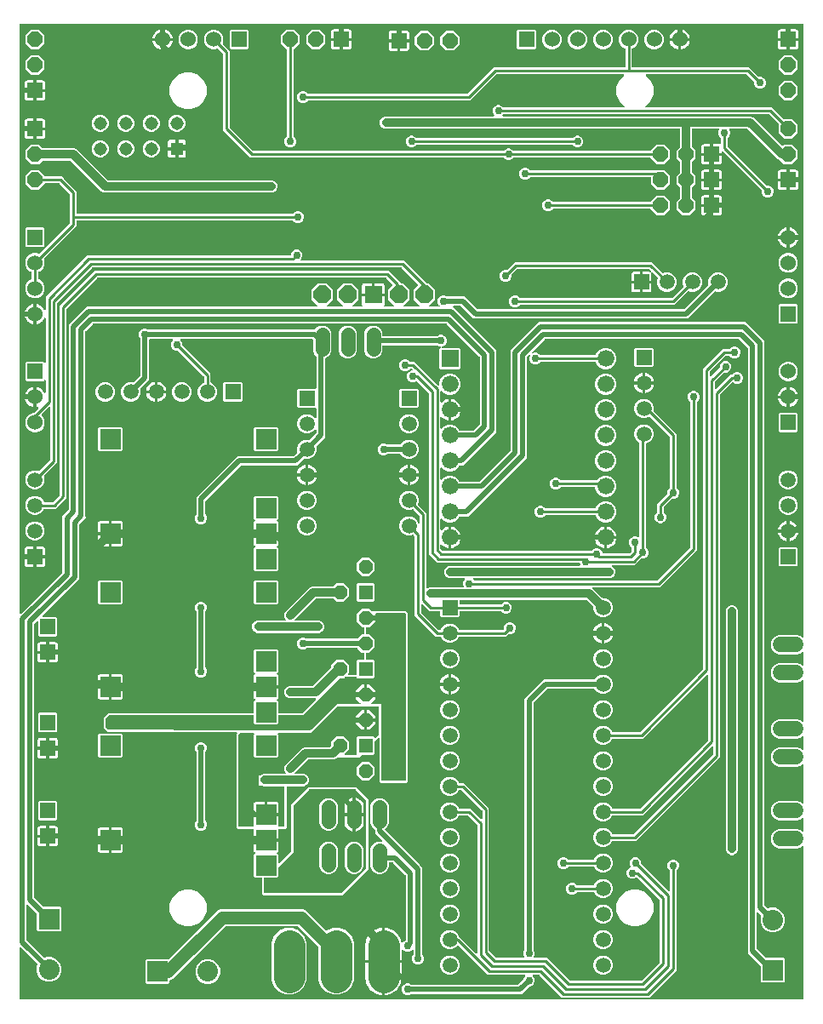
<source format=gbr>
G04 EAGLE Gerber RS-274X export*
G75*
%MOMM*%
%FSLAX34Y34*%
%LPD*%
%INBottom Copper*%
%IPPOS*%
%AMOC8*
5,1,8,0,0,1.08239X$1,22.5*%
G01*
%ADD10R,1.508000X1.508000*%
%ADD11C,1.508000*%
%ADD12C,1.524000*%
%ADD13R,1.524000X1.524000*%
%ADD14P,1.649562X8X292.500000*%
%ADD15P,1.649562X8X22.500000*%
%ADD16P,1.649562X8X202.500000*%
%ADD17P,1.924489X8X112.500000*%
%ADD18R,1.778000X1.778000*%
%ADD19P,1.539592X8X112.500000*%
%ADD20R,1.422400X1.422400*%
%ADD21R,1.676400X1.676400*%
%ADD22C,1.676400*%
%ADD23R,2.000000X2.000000*%
%ADD24C,1.422400*%
%ADD25R,1.308000X1.308000*%
%ADD26C,1.308000*%
%ADD27C,1.524000*%
%ADD28R,2.032000X2.032000*%
%ADD29C,2.032000*%
%ADD30P,1.649562X8X112.500000*%
%ADD31C,3.098800*%
%ADD32C,0.812800*%
%ADD33C,0.508000*%
%ADD34C,0.756400*%
%ADD35C,0.152400*%
%ADD36C,0.254000*%
%ADD37C,1.270000*%

G36*
X789198Y10164D02*
X789198Y10164D01*
X789217Y10162D01*
X789319Y10184D01*
X789421Y10200D01*
X789438Y10210D01*
X789458Y10214D01*
X789547Y10267D01*
X789638Y10316D01*
X789652Y10330D01*
X789669Y10340D01*
X789736Y10419D01*
X789808Y10494D01*
X789816Y10512D01*
X789829Y10527D01*
X789868Y10623D01*
X789911Y10717D01*
X789913Y10737D01*
X789921Y10755D01*
X789939Y10922D01*
X789939Y162285D01*
X789928Y162356D01*
X789926Y162427D01*
X789908Y162476D01*
X789900Y162528D01*
X789866Y162591D01*
X789841Y162658D01*
X789809Y162699D01*
X789784Y162745D01*
X789732Y162794D01*
X789688Y162850D01*
X789644Y162879D01*
X789606Y162914D01*
X789541Y162945D01*
X789481Y162983D01*
X789430Y162996D01*
X789383Y163018D01*
X789312Y163026D01*
X789242Y163044D01*
X789190Y163039D01*
X789139Y163045D01*
X789068Y163030D01*
X788997Y163024D01*
X788949Y163004D01*
X788898Y162993D01*
X788837Y162956D01*
X788771Y162928D01*
X788715Y162883D01*
X788687Y162867D01*
X788672Y162849D01*
X788640Y162823D01*
X787798Y161982D01*
X784244Y160509D01*
X765156Y160509D01*
X761602Y161982D01*
X758882Y164702D01*
X757409Y168256D01*
X757409Y172104D01*
X758882Y175658D01*
X761602Y178378D01*
X765156Y179851D01*
X784244Y179851D01*
X787798Y178378D01*
X788640Y177537D01*
X788698Y177495D01*
X788750Y177446D01*
X788797Y177424D01*
X788839Y177393D01*
X788908Y177372D01*
X788973Y177342D01*
X789025Y177336D01*
X789075Y177321D01*
X789146Y177323D01*
X789217Y177315D01*
X789268Y177326D01*
X789320Y177327D01*
X789388Y177352D01*
X789458Y177367D01*
X789503Y177394D01*
X789551Y177412D01*
X789607Y177457D01*
X789669Y177493D01*
X789703Y177533D01*
X789743Y177565D01*
X789782Y177626D01*
X789829Y177680D01*
X789848Y177728D01*
X789876Y177772D01*
X789894Y177842D01*
X789921Y177908D01*
X789929Y177980D01*
X789937Y178011D01*
X789935Y178034D01*
X789939Y178075D01*
X789939Y190225D01*
X789928Y190296D01*
X789926Y190367D01*
X789908Y190416D01*
X789900Y190468D01*
X789866Y190531D01*
X789841Y190598D01*
X789809Y190639D01*
X789784Y190685D01*
X789732Y190734D01*
X789688Y190790D01*
X789644Y190819D01*
X789606Y190854D01*
X789541Y190885D01*
X789481Y190923D01*
X789430Y190936D01*
X789383Y190958D01*
X789312Y190966D01*
X789242Y190984D01*
X789190Y190979D01*
X789139Y190985D01*
X789068Y190970D01*
X788997Y190964D01*
X788949Y190944D01*
X788898Y190933D01*
X788837Y190896D01*
X788771Y190868D01*
X788715Y190823D01*
X788687Y190807D01*
X788672Y190789D01*
X788640Y190763D01*
X787798Y189922D01*
X784244Y188449D01*
X765156Y188449D01*
X761602Y189922D01*
X758882Y192642D01*
X757409Y196196D01*
X757409Y200044D01*
X758882Y203598D01*
X761602Y206318D01*
X765156Y207791D01*
X784244Y207791D01*
X787798Y206318D01*
X788640Y205477D01*
X788698Y205435D01*
X788750Y205386D01*
X788797Y205364D01*
X788839Y205333D01*
X788908Y205312D01*
X788973Y205282D01*
X789025Y205276D01*
X789075Y205261D01*
X789146Y205263D01*
X789217Y205255D01*
X789268Y205266D01*
X789320Y205267D01*
X789388Y205292D01*
X789458Y205307D01*
X789503Y205334D01*
X789551Y205352D01*
X789607Y205397D01*
X789669Y205433D01*
X789703Y205473D01*
X789743Y205505D01*
X789782Y205566D01*
X789829Y205620D01*
X789848Y205668D01*
X789876Y205712D01*
X789894Y205782D01*
X789921Y205848D01*
X789929Y205920D01*
X789937Y205951D01*
X789935Y205974D01*
X789939Y206015D01*
X789939Y243565D01*
X789928Y243636D01*
X789926Y243707D01*
X789908Y243756D01*
X789900Y243808D01*
X789866Y243871D01*
X789841Y243938D01*
X789809Y243979D01*
X789784Y244025D01*
X789732Y244074D01*
X789688Y244130D01*
X789644Y244159D01*
X789606Y244194D01*
X789541Y244225D01*
X789481Y244263D01*
X789430Y244276D01*
X789383Y244298D01*
X789312Y244306D01*
X789242Y244324D01*
X789190Y244319D01*
X789139Y244325D01*
X789068Y244310D01*
X788997Y244304D01*
X788949Y244284D01*
X788898Y244273D01*
X788837Y244236D01*
X788771Y244208D01*
X788715Y244163D01*
X788687Y244147D01*
X788672Y244129D01*
X788640Y244103D01*
X787798Y243262D01*
X784244Y241789D01*
X765156Y241789D01*
X761602Y243262D01*
X758882Y245982D01*
X757409Y249536D01*
X757409Y253384D01*
X758882Y256938D01*
X761602Y259658D01*
X765156Y261131D01*
X784244Y261131D01*
X787798Y259658D01*
X788640Y258817D01*
X788698Y258775D01*
X788750Y258726D01*
X788797Y258704D01*
X788839Y258673D01*
X788908Y258652D01*
X788973Y258622D01*
X789025Y258616D01*
X789075Y258601D01*
X789146Y258603D01*
X789217Y258595D01*
X789268Y258606D01*
X789320Y258607D01*
X789388Y258632D01*
X789458Y258647D01*
X789503Y258674D01*
X789551Y258692D01*
X789607Y258737D01*
X789669Y258773D01*
X789703Y258813D01*
X789743Y258845D01*
X789782Y258906D01*
X789829Y258960D01*
X789848Y259008D01*
X789876Y259052D01*
X789894Y259122D01*
X789921Y259188D01*
X789929Y259260D01*
X789937Y259291D01*
X789935Y259314D01*
X789939Y259355D01*
X789939Y271505D01*
X789928Y271576D01*
X789926Y271647D01*
X789908Y271696D01*
X789900Y271748D01*
X789866Y271811D01*
X789841Y271878D01*
X789809Y271919D01*
X789784Y271965D01*
X789732Y272014D01*
X789688Y272070D01*
X789644Y272099D01*
X789606Y272134D01*
X789541Y272165D01*
X789481Y272203D01*
X789430Y272216D01*
X789383Y272238D01*
X789312Y272246D01*
X789242Y272264D01*
X789190Y272259D01*
X789139Y272265D01*
X789068Y272250D01*
X788997Y272244D01*
X788949Y272224D01*
X788898Y272213D01*
X788837Y272176D01*
X788771Y272148D01*
X788715Y272103D01*
X788687Y272087D01*
X788672Y272069D01*
X788640Y272043D01*
X787798Y271202D01*
X784244Y269729D01*
X765156Y269729D01*
X761602Y271202D01*
X758882Y273922D01*
X757409Y277476D01*
X757409Y281324D01*
X758882Y284878D01*
X761602Y287598D01*
X765156Y289071D01*
X784244Y289071D01*
X787798Y287598D01*
X788640Y286757D01*
X788698Y286715D01*
X788750Y286666D01*
X788797Y286644D01*
X788839Y286613D01*
X788908Y286592D01*
X788973Y286562D01*
X789025Y286556D01*
X789075Y286541D01*
X789146Y286543D01*
X789217Y286535D01*
X789268Y286546D01*
X789320Y286547D01*
X789388Y286572D01*
X789458Y286587D01*
X789503Y286614D01*
X789551Y286632D01*
X789607Y286677D01*
X789669Y286713D01*
X789703Y286753D01*
X789743Y286785D01*
X789782Y286846D01*
X789829Y286900D01*
X789848Y286948D01*
X789876Y286992D01*
X789894Y287062D01*
X789921Y287128D01*
X789929Y287200D01*
X789937Y287231D01*
X789935Y287254D01*
X789939Y287295D01*
X789939Y327385D01*
X789928Y327456D01*
X789926Y327527D01*
X789908Y327576D01*
X789900Y327628D01*
X789866Y327691D01*
X789841Y327758D01*
X789809Y327799D01*
X789784Y327845D01*
X789732Y327894D01*
X789688Y327950D01*
X789644Y327979D01*
X789606Y328014D01*
X789541Y328045D01*
X789481Y328083D01*
X789430Y328096D01*
X789383Y328118D01*
X789312Y328126D01*
X789242Y328144D01*
X789190Y328139D01*
X789139Y328145D01*
X789068Y328130D01*
X788997Y328124D01*
X788949Y328104D01*
X788898Y328093D01*
X788837Y328056D01*
X788771Y328028D01*
X788715Y327983D01*
X788687Y327967D01*
X788672Y327949D01*
X788640Y327923D01*
X787798Y327082D01*
X784244Y325609D01*
X765156Y325609D01*
X761602Y327082D01*
X758882Y329802D01*
X757409Y333356D01*
X757409Y337204D01*
X758882Y340758D01*
X761602Y343478D01*
X765156Y344951D01*
X784244Y344951D01*
X787798Y343478D01*
X788640Y342637D01*
X788698Y342595D01*
X788750Y342546D01*
X788797Y342524D01*
X788839Y342493D01*
X788908Y342472D01*
X788973Y342442D01*
X789025Y342436D01*
X789075Y342421D01*
X789146Y342423D01*
X789217Y342415D01*
X789268Y342426D01*
X789320Y342427D01*
X789388Y342452D01*
X789458Y342467D01*
X789503Y342494D01*
X789551Y342512D01*
X789607Y342557D01*
X789669Y342593D01*
X789703Y342633D01*
X789743Y342665D01*
X789782Y342726D01*
X789829Y342780D01*
X789848Y342828D01*
X789876Y342872D01*
X789894Y342942D01*
X789921Y343008D01*
X789929Y343080D01*
X789937Y343111D01*
X789935Y343134D01*
X789939Y343175D01*
X789939Y355325D01*
X789928Y355396D01*
X789926Y355467D01*
X789908Y355516D01*
X789900Y355568D01*
X789866Y355631D01*
X789841Y355698D01*
X789809Y355739D01*
X789784Y355785D01*
X789732Y355834D01*
X789688Y355890D01*
X789644Y355919D01*
X789606Y355954D01*
X789541Y355985D01*
X789481Y356023D01*
X789430Y356036D01*
X789383Y356058D01*
X789312Y356066D01*
X789242Y356084D01*
X789190Y356079D01*
X789139Y356085D01*
X789068Y356070D01*
X788997Y356064D01*
X788949Y356044D01*
X788898Y356033D01*
X788837Y355996D01*
X788771Y355968D01*
X788715Y355923D01*
X788687Y355907D01*
X788672Y355889D01*
X788640Y355863D01*
X787798Y355022D01*
X784244Y353549D01*
X765156Y353549D01*
X761602Y355022D01*
X758882Y357742D01*
X757409Y361296D01*
X757409Y365144D01*
X758882Y368698D01*
X761602Y371418D01*
X765156Y372891D01*
X784244Y372891D01*
X787798Y371418D01*
X788640Y370577D01*
X788698Y370535D01*
X788750Y370486D01*
X788797Y370464D01*
X788839Y370433D01*
X788908Y370412D01*
X788973Y370382D01*
X789025Y370376D01*
X789075Y370361D01*
X789146Y370363D01*
X789217Y370355D01*
X789268Y370366D01*
X789320Y370367D01*
X789388Y370392D01*
X789458Y370407D01*
X789503Y370434D01*
X789551Y370452D01*
X789607Y370497D01*
X789669Y370533D01*
X789703Y370573D01*
X789743Y370605D01*
X789782Y370666D01*
X789829Y370720D01*
X789848Y370768D01*
X789876Y370812D01*
X789894Y370882D01*
X789921Y370948D01*
X789929Y371020D01*
X789937Y371051D01*
X789935Y371074D01*
X789939Y371115D01*
X789939Y979678D01*
X789936Y979698D01*
X789938Y979717D01*
X789916Y979819D01*
X789900Y979921D01*
X789890Y979938D01*
X789886Y979958D01*
X789833Y980047D01*
X789784Y980138D01*
X789770Y980152D01*
X789760Y980169D01*
X789681Y980236D01*
X789606Y980308D01*
X789588Y980316D01*
X789573Y980329D01*
X789477Y980368D01*
X789383Y980411D01*
X789363Y980413D01*
X789345Y980421D01*
X789178Y980439D01*
X10922Y980439D01*
X10902Y980436D01*
X10883Y980438D01*
X10781Y980416D01*
X10679Y980400D01*
X10662Y980390D01*
X10642Y980386D01*
X10553Y980333D01*
X10462Y980284D01*
X10448Y980270D01*
X10431Y980260D01*
X10364Y980181D01*
X10292Y980106D01*
X10284Y980088D01*
X10271Y980073D01*
X10232Y979977D01*
X10189Y979883D01*
X10187Y979863D01*
X10179Y979845D01*
X10161Y979678D01*
X10161Y394411D01*
X10172Y394340D01*
X10174Y394268D01*
X10192Y394219D01*
X10200Y394168D01*
X10234Y394105D01*
X10259Y394037D01*
X10291Y393997D01*
X10316Y393951D01*
X10368Y393901D01*
X10412Y393845D01*
X10456Y393817D01*
X10494Y393781D01*
X10559Y393751D01*
X10619Y393712D01*
X10670Y393700D01*
X10717Y393678D01*
X10788Y393670D01*
X10858Y393652D01*
X10910Y393656D01*
X10961Y393651D01*
X11032Y393666D01*
X11103Y393671D01*
X11151Y393692D01*
X11202Y393703D01*
X11263Y393740D01*
X11329Y393768D01*
X11385Y393812D01*
X11413Y393829D01*
X11428Y393847D01*
X11460Y393873D01*
X52336Y434749D01*
X52389Y434823D01*
X52449Y434892D01*
X52461Y434922D01*
X52480Y434948D01*
X52507Y435035D01*
X52541Y435120D01*
X52545Y435161D01*
X52552Y435183D01*
X52551Y435216D01*
X52559Y435287D01*
X52559Y490852D01*
X58686Y496979D01*
X58739Y497053D01*
X58799Y497122D01*
X58811Y497152D01*
X58830Y497178D01*
X58857Y497265D01*
X58891Y497350D01*
X58895Y497391D01*
X58902Y497413D01*
X58901Y497446D01*
X58909Y497517D01*
X58909Y681352D01*
X76838Y699281D01*
X305759Y699281D01*
X305830Y699292D01*
X305901Y699294D01*
X305950Y699312D01*
X306002Y699320D01*
X306065Y699354D01*
X306132Y699379D01*
X306173Y699411D01*
X306219Y699436D01*
X306268Y699488D01*
X306324Y699532D01*
X306353Y699576D01*
X306388Y699614D01*
X306419Y699679D01*
X306457Y699739D01*
X306470Y699790D01*
X306492Y699837D01*
X306500Y699908D01*
X306517Y699978D01*
X306513Y700030D01*
X306519Y700081D01*
X306504Y700152D01*
X306498Y700223D01*
X306478Y700271D01*
X306467Y700322D01*
X306430Y700383D01*
X306402Y700449D01*
X306357Y700505D01*
X306341Y700533D01*
X306323Y700548D01*
X306297Y700580D01*
X300209Y706668D01*
X300209Y715732D01*
X306618Y722141D01*
X315682Y722141D01*
X322091Y715732D01*
X322091Y706668D01*
X316003Y700580D01*
X315961Y700522D01*
X315912Y700470D01*
X315890Y700423D01*
X315859Y700381D01*
X315838Y700312D01*
X315808Y700247D01*
X315802Y700195D01*
X315787Y700145D01*
X315789Y700074D01*
X315781Y700003D01*
X315792Y699952D01*
X315793Y699900D01*
X315818Y699832D01*
X315833Y699762D01*
X315860Y699717D01*
X315878Y699669D01*
X315923Y699613D01*
X315959Y699551D01*
X315999Y699517D01*
X316031Y699477D01*
X316092Y699438D01*
X316146Y699391D01*
X316195Y699372D01*
X316238Y699344D01*
X316308Y699326D01*
X316374Y699299D01*
X316446Y699291D01*
X316477Y699283D01*
X316500Y699285D01*
X316541Y699281D01*
X331159Y699281D01*
X331230Y699292D01*
X331301Y699294D01*
X331350Y699312D01*
X331402Y699320D01*
X331465Y699354D01*
X331532Y699379D01*
X331573Y699411D01*
X331619Y699436D01*
X331668Y699488D01*
X331724Y699532D01*
X331753Y699576D01*
X331788Y699614D01*
X331819Y699679D01*
X331857Y699739D01*
X331870Y699790D01*
X331892Y699837D01*
X331900Y699908D01*
X331917Y699978D01*
X331913Y700030D01*
X331919Y700081D01*
X331904Y700152D01*
X331898Y700223D01*
X331878Y700271D01*
X331867Y700322D01*
X331830Y700383D01*
X331802Y700449D01*
X331757Y700505D01*
X331741Y700533D01*
X331723Y700548D01*
X331697Y700580D01*
X325609Y706668D01*
X325609Y715732D01*
X332018Y722141D01*
X341082Y722141D01*
X347491Y715732D01*
X347491Y706668D01*
X341403Y700580D01*
X341361Y700522D01*
X341312Y700470D01*
X341290Y700423D01*
X341259Y700381D01*
X341238Y700312D01*
X341208Y700247D01*
X341202Y700195D01*
X341187Y700145D01*
X341189Y700074D01*
X341181Y700003D01*
X341192Y699952D01*
X341193Y699900D01*
X341218Y699832D01*
X341233Y699762D01*
X341260Y699717D01*
X341278Y699669D01*
X341323Y699613D01*
X341359Y699551D01*
X341399Y699517D01*
X341431Y699477D01*
X341492Y699438D01*
X341546Y699391D01*
X341595Y699372D01*
X341638Y699344D01*
X341708Y699326D01*
X341774Y699299D01*
X341846Y699291D01*
X341877Y699283D01*
X341900Y699285D01*
X341941Y699281D01*
X350658Y699281D01*
X350729Y699292D01*
X350801Y699294D01*
X350850Y699312D01*
X350901Y699320D01*
X350964Y699354D01*
X351032Y699379D01*
X351072Y699411D01*
X351118Y699436D01*
X351168Y699487D01*
X351224Y699532D01*
X351252Y699576D01*
X351288Y699614D01*
X351318Y699679D01*
X351357Y699739D01*
X351369Y699790D01*
X351391Y699837D01*
X351399Y699908D01*
X351417Y699978D01*
X351413Y700030D01*
X351419Y700081D01*
X351403Y700152D01*
X351398Y700223D01*
X351377Y700271D01*
X351366Y700322D01*
X351330Y700383D01*
X351301Y700449D01*
X351257Y700505D01*
X351240Y700533D01*
X351222Y700548D01*
X351197Y700580D01*
X351027Y700750D01*
X350692Y701329D01*
X350519Y701976D01*
X350519Y709677D01*
X361188Y709677D01*
X361208Y709680D01*
X361227Y709678D01*
X361329Y709700D01*
X361431Y709717D01*
X361448Y709726D01*
X361468Y709730D01*
X361557Y709783D01*
X361648Y709832D01*
X361662Y709846D01*
X361679Y709856D01*
X361746Y709935D01*
X361817Y710010D01*
X361826Y710028D01*
X361839Y710043D01*
X361877Y710139D01*
X361921Y710233D01*
X361923Y710253D01*
X361931Y710271D01*
X361949Y710438D01*
X361949Y711201D01*
X361951Y711201D01*
X361951Y710438D01*
X361954Y710418D01*
X361952Y710399D01*
X361974Y710297D01*
X361991Y710195D01*
X362000Y710178D01*
X362004Y710158D01*
X362057Y710069D01*
X362106Y709978D01*
X362120Y709964D01*
X362130Y709947D01*
X362209Y709880D01*
X362284Y709809D01*
X362302Y709800D01*
X362317Y709787D01*
X362413Y709748D01*
X362507Y709705D01*
X362527Y709703D01*
X362545Y709695D01*
X362712Y709677D01*
X373381Y709677D01*
X373381Y701976D01*
X373208Y701329D01*
X372873Y700750D01*
X372703Y700580D01*
X372662Y700522D01*
X372612Y700470D01*
X372590Y700423D01*
X372560Y700381D01*
X372539Y700312D01*
X372509Y700247D01*
X372503Y700195D01*
X372487Y700145D01*
X372489Y700074D01*
X372481Y700003D01*
X372493Y699952D01*
X372494Y699900D01*
X372518Y699832D01*
X372534Y699762D01*
X372560Y699717D01*
X372578Y699669D01*
X372623Y699613D01*
X372660Y699551D01*
X372699Y699517D01*
X372732Y699477D01*
X372792Y699438D01*
X372847Y699391D01*
X372895Y699372D01*
X372939Y699344D01*
X373008Y699326D01*
X373075Y699299D01*
X373146Y699291D01*
X373177Y699283D01*
X373201Y699285D01*
X373242Y699281D01*
X381959Y699281D01*
X382030Y699292D01*
X382101Y699294D01*
X382150Y699312D01*
X382202Y699320D01*
X382265Y699354D01*
X382332Y699379D01*
X382373Y699411D01*
X382419Y699436D01*
X382468Y699488D01*
X382524Y699532D01*
X382553Y699576D01*
X382588Y699614D01*
X382619Y699679D01*
X382657Y699739D01*
X382670Y699790D01*
X382692Y699837D01*
X382700Y699908D01*
X382717Y699978D01*
X382713Y700030D01*
X382719Y700081D01*
X382704Y700152D01*
X382698Y700223D01*
X382678Y700271D01*
X382667Y700322D01*
X382630Y700383D01*
X382602Y700449D01*
X382557Y700505D01*
X382541Y700533D01*
X382523Y700548D01*
X382497Y700580D01*
X376409Y706668D01*
X376409Y715732D01*
X381172Y720495D01*
X381184Y720511D01*
X381200Y720523D01*
X381256Y720611D01*
X381316Y720695D01*
X381322Y720714D01*
X381333Y720730D01*
X381358Y720831D01*
X381388Y720930D01*
X381388Y720950D01*
X381393Y720969D01*
X381385Y721072D01*
X381382Y721176D01*
X381375Y721194D01*
X381373Y721214D01*
X381333Y721309D01*
X381297Y721407D01*
X381285Y721422D01*
X381277Y721440D01*
X381172Y721571D01*
X374767Y727976D01*
X374694Y728029D01*
X374624Y728089D01*
X374594Y728101D01*
X374568Y728120D01*
X374481Y728147D01*
X374396Y728181D01*
X374355Y728185D01*
X374333Y728192D01*
X374300Y728191D01*
X374229Y728199D01*
X88051Y728199D01*
X87961Y728185D01*
X87870Y728177D01*
X87840Y728165D01*
X87808Y728160D01*
X87727Y728117D01*
X87644Y728081D01*
X87611Y728055D01*
X87591Y728044D01*
X87569Y728021D01*
X87513Y727976D01*
X56884Y697347D01*
X56839Y697285D01*
X56792Y697236D01*
X56785Y697220D01*
X56771Y697204D01*
X56759Y697174D01*
X56740Y697148D01*
X56718Y697076D01*
X56689Y697013D01*
X56687Y696995D01*
X56679Y696976D01*
X56675Y696935D01*
X56668Y696913D01*
X56669Y696880D01*
X56661Y696809D01*
X56661Y509164D01*
X45826Y498329D01*
X34914Y498329D01*
X34799Y498310D01*
X34683Y498293D01*
X34678Y498291D01*
X34671Y498290D01*
X34569Y498235D01*
X34464Y498182D01*
X34459Y498177D01*
X34454Y498174D01*
X34374Y498090D01*
X34292Y498006D01*
X34288Y498000D01*
X34285Y497996D01*
X34277Y497979D01*
X34211Y497859D01*
X33531Y496217D01*
X30833Y493519D01*
X27308Y492059D01*
X23492Y492059D01*
X19967Y493519D01*
X17269Y496217D01*
X15809Y499742D01*
X15809Y503558D01*
X17269Y507083D01*
X19967Y509781D01*
X23492Y511241D01*
X27308Y511241D01*
X30833Y509781D01*
X33531Y507083D01*
X34211Y505441D01*
X34272Y505341D01*
X34332Y505241D01*
X34337Y505237D01*
X34340Y505232D01*
X34430Y505157D01*
X34519Y505081D01*
X34525Y505079D01*
X34530Y505075D01*
X34638Y505033D01*
X34747Y504989D01*
X34755Y504988D01*
X34759Y504987D01*
X34778Y504986D01*
X34914Y504971D01*
X42759Y504971D01*
X42849Y504985D01*
X42940Y504993D01*
X42970Y505005D01*
X43002Y505010D01*
X43083Y505053D01*
X43166Y505089D01*
X43199Y505115D01*
X43219Y505126D01*
X43222Y505128D01*
X43242Y505149D01*
X43297Y505194D01*
X49796Y511693D01*
X49849Y511766D01*
X49909Y511836D01*
X49921Y511866D01*
X49940Y511892D01*
X49967Y511979D01*
X50001Y512064D01*
X50005Y512105D01*
X50012Y512127D01*
X50011Y512160D01*
X50019Y512231D01*
X50019Y699876D01*
X84984Y734841D01*
X377296Y734841D01*
X389433Y722703D01*
X389440Y722659D01*
X389450Y722642D01*
X389454Y722622D01*
X389507Y722533D01*
X389556Y722442D01*
X389570Y722428D01*
X389580Y722411D01*
X389659Y722344D01*
X389734Y722272D01*
X389752Y722264D01*
X389767Y722251D01*
X389863Y722212D01*
X389957Y722169D01*
X389977Y722167D01*
X389995Y722159D01*
X390162Y722141D01*
X391882Y722141D01*
X398291Y715732D01*
X398291Y706668D01*
X392203Y700580D01*
X392161Y700522D01*
X392112Y700470D01*
X392090Y700423D01*
X392059Y700381D01*
X392038Y700312D01*
X392008Y700247D01*
X392002Y700195D01*
X391987Y700145D01*
X391989Y700074D01*
X391981Y700003D01*
X391992Y699952D01*
X391993Y699900D01*
X392018Y699832D01*
X392033Y699762D01*
X392060Y699717D01*
X392078Y699669D01*
X392123Y699613D01*
X392159Y699551D01*
X392199Y699517D01*
X392231Y699477D01*
X392292Y699438D01*
X392346Y699391D01*
X392395Y699372D01*
X392438Y699344D01*
X392508Y699326D01*
X392574Y699299D01*
X392646Y699291D01*
X392677Y699283D01*
X392700Y699285D01*
X392741Y699281D01*
X407359Y699281D01*
X407430Y699292D01*
X407501Y699294D01*
X407550Y699312D01*
X407602Y699320D01*
X407665Y699354D01*
X407732Y699379D01*
X407773Y699411D01*
X407819Y699436D01*
X407868Y699488D01*
X407924Y699532D01*
X407953Y699576D01*
X407988Y699614D01*
X408019Y699679D01*
X408057Y699739D01*
X408070Y699790D01*
X408092Y699837D01*
X408100Y699908D01*
X408117Y699978D01*
X408113Y700030D01*
X408119Y700081D01*
X408104Y700152D01*
X408098Y700223D01*
X408078Y700271D01*
X408067Y700322D01*
X408030Y700383D01*
X408002Y700449D01*
X407957Y700505D01*
X407941Y700533D01*
X407923Y700548D01*
X407897Y700580D01*
X401809Y706668D01*
X401809Y715732D01*
X406572Y720495D01*
X406584Y720511D01*
X406600Y720523D01*
X406656Y720611D01*
X406716Y720695D01*
X406722Y720714D01*
X406733Y720730D01*
X406758Y720831D01*
X406788Y720930D01*
X406788Y720950D01*
X406793Y720969D01*
X406785Y721072D01*
X406782Y721176D01*
X406775Y721194D01*
X406773Y721214D01*
X406733Y721309D01*
X406697Y721407D01*
X406685Y721422D01*
X406677Y721440D01*
X406572Y721571D01*
X390007Y738136D01*
X389934Y738189D01*
X389864Y738249D01*
X389834Y738261D01*
X389808Y738280D01*
X389721Y738307D01*
X389636Y738341D01*
X389595Y738345D01*
X389573Y738352D01*
X389540Y738351D01*
X389469Y738359D01*
X82971Y738359D01*
X82881Y738345D01*
X82790Y738337D01*
X82760Y738325D01*
X82728Y738320D01*
X82647Y738277D01*
X82564Y738241D01*
X82531Y738215D01*
X82511Y738204D01*
X82489Y738181D01*
X82433Y738136D01*
X47504Y703207D01*
X47451Y703134D01*
X47391Y703064D01*
X47379Y703034D01*
X47360Y703008D01*
X47333Y702921D01*
X47299Y702836D01*
X47295Y702795D01*
X47288Y702773D01*
X47289Y702740D01*
X47281Y702669D01*
X47281Y544234D01*
X45113Y542066D01*
X34476Y531429D01*
X34407Y531334D01*
X34338Y531241D01*
X34336Y531235D01*
X34332Y531230D01*
X34298Y531118D01*
X34261Y531007D01*
X34262Y531001D01*
X34260Y530995D01*
X34263Y530877D01*
X34264Y530761D01*
X34266Y530754D01*
X34266Y530749D01*
X34272Y530731D01*
X34311Y530600D01*
X34991Y528958D01*
X34991Y525142D01*
X33531Y521617D01*
X30833Y518919D01*
X27308Y517459D01*
X23492Y517459D01*
X19967Y518919D01*
X17269Y521617D01*
X15809Y525142D01*
X15809Y528958D01*
X17269Y532483D01*
X19967Y535181D01*
X23492Y536641D01*
X27308Y536641D01*
X28950Y535961D01*
X29063Y535934D01*
X29177Y535905D01*
X29183Y535906D01*
X29189Y535904D01*
X29306Y535915D01*
X29422Y535924D01*
X29428Y535927D01*
X29434Y535927D01*
X29542Y535975D01*
X29648Y536021D01*
X29654Y536025D01*
X29659Y536027D01*
X29673Y536040D01*
X29779Y536126D01*
X40416Y546763D01*
X40469Y546836D01*
X40529Y546906D01*
X40541Y546936D01*
X40560Y546962D01*
X40587Y547049D01*
X40621Y547134D01*
X40625Y547175D01*
X40632Y547197D01*
X40631Y547230D01*
X40639Y547301D01*
X40639Y599255D01*
X40628Y599326D01*
X40626Y599398D01*
X40608Y599447D01*
X40600Y599498D01*
X40566Y599561D01*
X40541Y599629D01*
X40509Y599669D01*
X40484Y599715D01*
X40432Y599765D01*
X40388Y599821D01*
X40344Y599849D01*
X40306Y599885D01*
X40241Y599915D01*
X40181Y599954D01*
X40130Y599966D01*
X40083Y599988D01*
X40012Y599996D01*
X39942Y600014D01*
X39890Y600010D01*
X39839Y600015D01*
X39768Y600000D01*
X39697Y599995D01*
X39649Y599974D01*
X39598Y599963D01*
X39537Y599926D01*
X39471Y599898D01*
X39415Y599854D01*
X39387Y599837D01*
X39372Y599819D01*
X39340Y599794D01*
X31950Y592403D01*
X31938Y592387D01*
X31922Y592375D01*
X31866Y592287D01*
X31806Y592204D01*
X31800Y592185D01*
X31789Y592168D01*
X31764Y592067D01*
X31734Y591969D01*
X31734Y591949D01*
X31729Y591929D01*
X31737Y591826D01*
X31740Y591723D01*
X31747Y591704D01*
X31749Y591684D01*
X31789Y591589D01*
X31825Y591492D01*
X31837Y591476D01*
X31845Y591458D01*
X31950Y591327D01*
X33598Y589678D01*
X35071Y586124D01*
X35071Y582276D01*
X33598Y578722D01*
X30878Y576002D01*
X27324Y574529D01*
X23476Y574529D01*
X19922Y576002D01*
X17202Y578722D01*
X15729Y582276D01*
X15729Y586124D01*
X17202Y589678D01*
X19922Y592398D01*
X23476Y593871D01*
X23709Y593871D01*
X23799Y593885D01*
X23890Y593893D01*
X23920Y593905D01*
X23952Y593910D01*
X24033Y593953D01*
X24116Y593989D01*
X24149Y594015D01*
X24169Y594026D01*
X24191Y594049D01*
X24247Y594094D01*
X28595Y598441D01*
X28634Y598496D01*
X28681Y598544D01*
X28705Y598595D01*
X28738Y598640D01*
X28758Y598705D01*
X28787Y598766D01*
X28794Y598822D01*
X28810Y598876D01*
X28809Y598943D01*
X28817Y599011D01*
X28805Y599065D01*
X28804Y599121D01*
X28781Y599185D01*
X28767Y599252D01*
X28739Y599300D01*
X28720Y599352D01*
X28677Y599405D01*
X28643Y599464D01*
X28601Y599501D01*
X28566Y599544D01*
X28509Y599581D01*
X28458Y599626D01*
X28406Y599647D01*
X28359Y599677D01*
X28293Y599694D01*
X28231Y599720D01*
X28175Y599724D01*
X28120Y599738D01*
X28053Y599732D01*
X27985Y599737D01*
X27908Y599721D01*
X27875Y599718D01*
X27856Y599710D01*
X27821Y599703D01*
X27779Y599689D01*
X26923Y599554D01*
X26923Y608838D01*
X26920Y608858D01*
X26922Y608877D01*
X26900Y608979D01*
X26883Y609081D01*
X26874Y609098D01*
X26870Y609118D01*
X26817Y609207D01*
X26768Y609298D01*
X26754Y609312D01*
X26744Y609329D01*
X26665Y609396D01*
X26590Y609467D01*
X26572Y609476D01*
X26557Y609489D01*
X26461Y609527D01*
X26367Y609571D01*
X26347Y609573D01*
X26329Y609581D01*
X26162Y609599D01*
X25399Y609599D01*
X25399Y609601D01*
X26162Y609601D01*
X26182Y609604D01*
X26201Y609602D01*
X26303Y609624D01*
X26405Y609641D01*
X26422Y609650D01*
X26442Y609654D01*
X26531Y609707D01*
X26622Y609756D01*
X26636Y609770D01*
X26653Y609780D01*
X26720Y609859D01*
X26791Y609934D01*
X26800Y609952D01*
X26813Y609967D01*
X26852Y610063D01*
X26895Y610157D01*
X26897Y610177D01*
X26905Y610195D01*
X26923Y610362D01*
X26923Y619646D01*
X27779Y619511D01*
X29300Y619016D01*
X30725Y618290D01*
X32019Y617350D01*
X33150Y616219D01*
X34090Y614925D01*
X34610Y613906D01*
X34650Y613851D01*
X34682Y613791D01*
X34722Y613753D01*
X34755Y613708D01*
X34811Y613668D01*
X34860Y613622D01*
X34911Y613598D01*
X34957Y613566D01*
X35022Y613547D01*
X35083Y613518D01*
X35139Y613512D01*
X35192Y613496D01*
X35260Y613499D01*
X35327Y613491D01*
X35382Y613503D01*
X35438Y613505D01*
X35502Y613529D01*
X35568Y613543D01*
X35616Y613572D01*
X35668Y613592D01*
X35721Y613635D01*
X35779Y613670D01*
X35815Y613712D01*
X35859Y613748D01*
X35895Y613805D01*
X35939Y613857D01*
X35960Y613908D01*
X35990Y613956D01*
X36005Y614022D01*
X36031Y614085D01*
X36039Y614163D01*
X36047Y614195D01*
X36045Y614216D01*
X36049Y614251D01*
X36049Y625671D01*
X36038Y625742D01*
X36036Y625814D01*
X36018Y625863D01*
X36010Y625914D01*
X35976Y625977D01*
X35951Y626045D01*
X35919Y626085D01*
X35894Y626131D01*
X35842Y626181D01*
X35798Y626237D01*
X35754Y626265D01*
X35716Y626301D01*
X35651Y626331D01*
X35591Y626370D01*
X35540Y626382D01*
X35493Y626404D01*
X35422Y626412D01*
X35352Y626430D01*
X35300Y626426D01*
X35249Y626432D01*
X35178Y626416D01*
X35107Y626411D01*
X35059Y626390D01*
X35008Y626379D01*
X34947Y626342D01*
X34881Y626314D01*
X34825Y626270D01*
X34797Y626253D01*
X34782Y626235D01*
X34750Y626210D01*
X33869Y625329D01*
X16931Y625329D01*
X15729Y626531D01*
X15729Y643469D01*
X16931Y644671D01*
X33869Y644671D01*
X34750Y643790D01*
X34808Y643749D01*
X34860Y643699D01*
X34907Y643677D01*
X34949Y643647D01*
X35018Y643626D01*
X35083Y643596D01*
X35135Y643590D01*
X35185Y643575D01*
X35256Y643576D01*
X35327Y643568D01*
X35378Y643580D01*
X35430Y643581D01*
X35498Y643606D01*
X35568Y643621D01*
X35613Y643647D01*
X35661Y643665D01*
X35717Y643710D01*
X35779Y643747D01*
X35813Y643786D01*
X35853Y643819D01*
X35892Y643879D01*
X35939Y643934D01*
X35958Y643982D01*
X35986Y644026D01*
X36004Y644095D01*
X36031Y644162D01*
X36039Y644233D01*
X36047Y644264D01*
X36045Y644288D01*
X36049Y644329D01*
X36049Y687499D01*
X36038Y687565D01*
X36037Y687633D01*
X36019Y687686D01*
X36010Y687741D01*
X35978Y687801D01*
X35955Y687865D01*
X35921Y687909D01*
X35894Y687959D01*
X35845Y688005D01*
X35804Y688059D01*
X35757Y688090D01*
X35716Y688128D01*
X35655Y688157D01*
X35598Y688194D01*
X35544Y688208D01*
X35493Y688232D01*
X35426Y688239D01*
X35360Y688256D01*
X35304Y688253D01*
X35249Y688259D01*
X35182Y688244D01*
X35115Y688240D01*
X35063Y688218D01*
X35008Y688207D01*
X34950Y688172D01*
X34887Y688146D01*
X34845Y688109D01*
X34797Y688080D01*
X34753Y688029D01*
X34702Y687984D01*
X34659Y687919D01*
X34637Y687893D01*
X34629Y687874D01*
X34610Y687844D01*
X34090Y686825D01*
X33150Y685531D01*
X32019Y684400D01*
X30725Y683460D01*
X29300Y682734D01*
X27779Y682239D01*
X26923Y682104D01*
X26923Y691388D01*
X26920Y691408D01*
X26922Y691427D01*
X26900Y691529D01*
X26883Y691631D01*
X26874Y691648D01*
X26870Y691668D01*
X26817Y691757D01*
X26768Y691848D01*
X26754Y691862D01*
X26744Y691879D01*
X26665Y691946D01*
X26590Y692017D01*
X26572Y692026D01*
X26557Y692039D01*
X26461Y692077D01*
X26367Y692121D01*
X26347Y692123D01*
X26329Y692131D01*
X26162Y692149D01*
X25399Y692149D01*
X25399Y692151D01*
X26162Y692151D01*
X26182Y692154D01*
X26201Y692152D01*
X26303Y692174D01*
X26405Y692191D01*
X26422Y692200D01*
X26442Y692204D01*
X26531Y692257D01*
X26622Y692306D01*
X26636Y692320D01*
X26653Y692330D01*
X26720Y692409D01*
X26791Y692484D01*
X26800Y692502D01*
X26813Y692517D01*
X26852Y692613D01*
X26895Y692707D01*
X26897Y692727D01*
X26905Y692745D01*
X26923Y692912D01*
X26923Y702196D01*
X27779Y702061D01*
X29300Y701566D01*
X30725Y700840D01*
X32019Y699900D01*
X33150Y698769D01*
X34090Y697475D01*
X34610Y696456D01*
X34650Y696401D01*
X34682Y696341D01*
X34697Y696326D01*
X34703Y696317D01*
X34726Y696297D01*
X34755Y696258D01*
X34811Y696218D01*
X34860Y696172D01*
X34888Y696159D01*
X34890Y696157D01*
X34901Y696153D01*
X34911Y696148D01*
X34957Y696116D01*
X35022Y696097D01*
X35083Y696068D01*
X35139Y696062D01*
X35192Y696046D01*
X35260Y696049D01*
X35327Y696041D01*
X35382Y696053D01*
X35438Y696055D01*
X35502Y696079D01*
X35568Y696093D01*
X35616Y696122D01*
X35668Y696142D01*
X35721Y696185D01*
X35779Y696220D01*
X35815Y696262D01*
X35859Y696298D01*
X35895Y696355D01*
X35905Y696367D01*
X35918Y696380D01*
X35919Y696383D01*
X35939Y696407D01*
X35960Y696458D01*
X35990Y696506D01*
X36004Y696567D01*
X36021Y696603D01*
X36022Y696614D01*
X36031Y696635D01*
X36039Y696713D01*
X36047Y696745D01*
X36045Y696766D01*
X36049Y696801D01*
X36049Y708766D01*
X77364Y750081D01*
X279156Y750081D01*
X279176Y750084D01*
X279195Y750082D01*
X279297Y750104D01*
X279399Y750120D01*
X279416Y750130D01*
X279436Y750134D01*
X279525Y750187D01*
X279616Y750236D01*
X279630Y750250D01*
X279647Y750260D01*
X279714Y750339D01*
X279786Y750414D01*
X279794Y750432D01*
X279807Y750447D01*
X279846Y750543D01*
X279889Y750637D01*
X279891Y750657D01*
X279899Y750675D01*
X279917Y750842D01*
X279917Y751730D01*
X280805Y753874D01*
X282446Y755515D01*
X284590Y756403D01*
X286910Y756403D01*
X289054Y755515D01*
X290695Y753874D01*
X291583Y751730D01*
X291583Y749410D01*
X290695Y747266D01*
X289729Y746300D01*
X289687Y746242D01*
X289638Y746190D01*
X289616Y746143D01*
X289585Y746101D01*
X289564Y746032D01*
X289534Y745967D01*
X289528Y745915D01*
X289513Y745865D01*
X289515Y745794D01*
X289507Y745723D01*
X289518Y745672D01*
X289519Y745620D01*
X289544Y745552D01*
X289559Y745482D01*
X289586Y745437D01*
X289604Y745389D01*
X289649Y745333D01*
X289685Y745271D01*
X289725Y745237D01*
X289758Y745197D01*
X289818Y745158D01*
X289872Y745111D01*
X289921Y745092D01*
X289965Y745064D01*
X290034Y745046D01*
X290101Y745019D01*
X290172Y745011D01*
X290203Y745003D01*
X290226Y745005D01*
X290267Y745001D01*
X392536Y745001D01*
X415173Y722364D01*
X415246Y722311D01*
X415316Y722251D01*
X415346Y722239D01*
X415372Y722220D01*
X415459Y722193D01*
X415544Y722159D01*
X415585Y722155D01*
X415607Y722148D01*
X415640Y722149D01*
X415711Y722141D01*
X417282Y722141D01*
X423691Y715732D01*
X423691Y706668D01*
X417603Y700580D01*
X417561Y700522D01*
X417512Y700470D01*
X417490Y700423D01*
X417459Y700381D01*
X417438Y700312D01*
X417408Y700247D01*
X417402Y700195D01*
X417387Y700145D01*
X417389Y700074D01*
X417381Y700003D01*
X417392Y699952D01*
X417393Y699900D01*
X417418Y699832D01*
X417433Y699762D01*
X417460Y699717D01*
X417478Y699669D01*
X417523Y699613D01*
X417559Y699551D01*
X417599Y699517D01*
X417631Y699477D01*
X417692Y699438D01*
X417746Y699391D01*
X417795Y699372D01*
X417838Y699344D01*
X417908Y699326D01*
X417974Y699299D01*
X418046Y699291D01*
X418077Y699283D01*
X418100Y699285D01*
X418141Y699281D01*
X427283Y699281D01*
X427353Y699292D01*
X427425Y699294D01*
X427474Y699312D01*
X427525Y699320D01*
X427589Y699354D01*
X427656Y699379D01*
X427697Y699411D01*
X427743Y699436D01*
X427792Y699488D01*
X427848Y699532D01*
X427876Y699576D01*
X427912Y699614D01*
X427942Y699679D01*
X427981Y699739D01*
X427994Y699790D01*
X428016Y699837D01*
X428024Y699908D01*
X428041Y699978D01*
X428037Y700030D01*
X428043Y700081D01*
X428028Y700152D01*
X428022Y700223D01*
X428002Y700271D01*
X427991Y700322D01*
X427954Y700383D01*
X427926Y700449D01*
X427881Y700505D01*
X427865Y700533D01*
X427847Y700548D01*
X427821Y700580D01*
X426855Y701546D01*
X425967Y703690D01*
X425967Y706010D01*
X426855Y708154D01*
X428496Y709795D01*
X430640Y710683D01*
X432960Y710683D01*
X435104Y709795D01*
X435235Y709664D01*
X435309Y709611D01*
X435378Y709551D01*
X435409Y709539D01*
X435435Y709520D01*
X435522Y709493D01*
X435607Y709459D01*
X435648Y709455D01*
X435670Y709448D01*
X435702Y709449D01*
X435773Y709441D01*
X452752Y709441D01*
X455664Y706529D01*
X465229Y696964D01*
X465303Y696911D01*
X465372Y696851D01*
X465402Y696839D01*
X465428Y696820D01*
X465515Y696793D01*
X465600Y696759D01*
X465641Y696755D01*
X465663Y696748D01*
X465696Y696749D01*
X465767Y696741D01*
X670883Y696741D01*
X670973Y696755D01*
X671064Y696763D01*
X671094Y696775D01*
X671126Y696780D01*
X671207Y696823D01*
X671290Y696859D01*
X671323Y696885D01*
X671343Y696896D01*
X671365Y696919D01*
X671421Y696964D01*
X695248Y720791D01*
X695316Y720885D01*
X695386Y720979D01*
X695388Y720985D01*
X695392Y720990D01*
X695426Y721101D01*
X695462Y721213D01*
X695462Y721219D01*
X695464Y721225D01*
X695461Y721342D01*
X695460Y721459D01*
X695458Y721466D01*
X695458Y721471D01*
X695452Y721489D01*
X695413Y721620D01*
X695259Y721992D01*
X695259Y725808D01*
X696719Y729333D01*
X699417Y732031D01*
X702942Y733491D01*
X706758Y733491D01*
X710283Y732031D01*
X712981Y729333D01*
X714441Y725808D01*
X714441Y721992D01*
X712981Y718467D01*
X710283Y715769D01*
X706758Y714309D01*
X702942Y714309D01*
X702570Y714463D01*
X702457Y714490D01*
X702343Y714519D01*
X702337Y714518D01*
X702331Y714520D01*
X702214Y714509D01*
X702098Y714499D01*
X702092Y714497D01*
X702086Y714496D01*
X701978Y714449D01*
X701872Y714403D01*
X701866Y714399D01*
X701861Y714396D01*
X701847Y714384D01*
X701741Y714298D01*
X675002Y687559D01*
X461648Y687559D01*
X449171Y700036D01*
X449098Y700089D01*
X449028Y700149D01*
X448998Y700161D01*
X448972Y700180D01*
X448885Y700207D01*
X448800Y700241D01*
X448759Y700245D01*
X448737Y700252D01*
X448704Y700251D01*
X448633Y700259D01*
X442181Y700259D01*
X442110Y700248D01*
X442038Y700246D01*
X441989Y700228D01*
X441938Y700220D01*
X441875Y700186D01*
X441807Y700161D01*
X441767Y700129D01*
X441721Y700104D01*
X441671Y700052D01*
X441615Y700008D01*
X441587Y699964D01*
X441551Y699926D01*
X441521Y699861D01*
X441482Y699801D01*
X441470Y699750D01*
X441448Y699703D01*
X441440Y699632D01*
X441422Y699562D01*
X441426Y699510D01*
X441421Y699459D01*
X441436Y699388D01*
X441441Y699317D01*
X441462Y699269D01*
X441473Y699218D01*
X441510Y699157D01*
X441538Y699091D01*
X441583Y699035D01*
X441599Y699007D01*
X441617Y698992D01*
X441643Y698960D01*
X444234Y696369D01*
X484651Y655952D01*
X484651Y574678D01*
X451482Y541509D01*
X448049Y541509D01*
X447935Y541490D01*
X447818Y541473D01*
X447813Y541471D01*
X447807Y541470D01*
X447704Y541415D01*
X447599Y541362D01*
X447595Y541357D01*
X447589Y541354D01*
X447509Y541270D01*
X447427Y541186D01*
X447423Y541180D01*
X447420Y541176D01*
X447412Y541159D01*
X447346Y541039D01*
X446994Y540190D01*
X444060Y537256D01*
X440225Y535667D01*
X436075Y535667D01*
X432240Y537256D01*
X430070Y539426D01*
X430012Y539467D01*
X429960Y539517D01*
X429913Y539539D01*
X429871Y539569D01*
X429802Y539590D01*
X429737Y539620D01*
X429685Y539626D01*
X429635Y539642D01*
X429564Y539640D01*
X429493Y539648D01*
X429442Y539637D01*
X429390Y539635D01*
X429322Y539611D01*
X429252Y539595D01*
X429207Y539569D01*
X429159Y539551D01*
X429103Y539506D01*
X429041Y539469D01*
X429007Y539430D01*
X428967Y539397D01*
X428928Y539337D01*
X428881Y539282D01*
X428862Y539234D01*
X428834Y539190D01*
X428816Y539121D01*
X428789Y539054D01*
X428781Y538983D01*
X428773Y538952D01*
X428775Y538928D01*
X428771Y538887D01*
X428771Y527913D01*
X428782Y527842D01*
X428784Y527770D01*
X428802Y527721D01*
X428810Y527670D01*
X428844Y527607D01*
X428869Y527539D01*
X428901Y527499D01*
X428926Y527453D01*
X428978Y527403D01*
X429022Y527347D01*
X429066Y527319D01*
X429104Y527283D01*
X429169Y527253D01*
X429229Y527214D01*
X429280Y527201D01*
X429327Y527180D01*
X429398Y527172D01*
X429468Y527154D01*
X429520Y527158D01*
X429571Y527152D01*
X429642Y527168D01*
X429713Y527173D01*
X429761Y527194D01*
X429812Y527205D01*
X429873Y527241D01*
X429939Y527270D01*
X429995Y527314D01*
X430023Y527331D01*
X430038Y527349D01*
X430070Y527374D01*
X432240Y529544D01*
X436075Y531133D01*
X440225Y531133D01*
X444060Y529544D01*
X446994Y526610D01*
X447346Y525761D01*
X447408Y525661D01*
X447468Y525561D01*
X447472Y525557D01*
X447476Y525552D01*
X447566Y525477D01*
X447655Y525401D01*
X447660Y525399D01*
X447665Y525395D01*
X447774Y525353D01*
X447883Y525309D01*
X447890Y525308D01*
X447895Y525307D01*
X447913Y525306D01*
X448049Y525291D01*
X467683Y525291D01*
X467773Y525305D01*
X467864Y525313D01*
X467894Y525325D01*
X467926Y525330D01*
X468007Y525373D01*
X468090Y525409D01*
X468123Y525435D01*
X468143Y525446D01*
X468165Y525469D01*
X468221Y525514D01*
X498106Y555399D01*
X498159Y555473D01*
X498219Y555542D01*
X498231Y555572D01*
X498250Y555598D01*
X498277Y555685D01*
X498311Y555770D01*
X498315Y555811D01*
X498322Y555833D01*
X498321Y555866D01*
X498329Y555937D01*
X498329Y655952D01*
X526418Y684041D01*
X732152Y684041D01*
X751351Y664842D01*
X751351Y103817D01*
X751365Y103727D01*
X751373Y103636D01*
X751385Y103606D01*
X751390Y103574D01*
X751433Y103494D01*
X751469Y103410D01*
X751495Y103377D01*
X751506Y103357D01*
X751529Y103335D01*
X751549Y103309D01*
X751553Y103304D01*
X751556Y103300D01*
X751574Y103279D01*
X754013Y100839D01*
X754107Y100771D01*
X754202Y100701D01*
X754208Y100699D01*
X754213Y100696D01*
X754324Y100661D01*
X754436Y100625D01*
X754442Y100625D01*
X754448Y100623D01*
X754565Y100626D01*
X754682Y100627D01*
X754689Y100630D01*
X754694Y100630D01*
X754711Y100636D01*
X754843Y100674D01*
X757031Y101581D01*
X761889Y101581D01*
X766377Y99722D01*
X769812Y96287D01*
X771671Y91799D01*
X771671Y86941D01*
X769812Y82453D01*
X766377Y79018D01*
X761889Y77159D01*
X757031Y77159D01*
X752543Y79018D01*
X749108Y82453D01*
X747249Y86941D01*
X747249Y91799D01*
X747880Y93323D01*
X747907Y93436D01*
X747936Y93550D01*
X747935Y93556D01*
X747937Y93562D01*
X747926Y93679D01*
X747917Y93795D01*
X747914Y93801D01*
X747914Y93807D01*
X747866Y93915D01*
X747820Y94021D01*
X747816Y94027D01*
X747814Y94032D01*
X747801Y94046D01*
X747715Y94152D01*
X745030Y96837D01*
X744972Y96879D01*
X744920Y96929D01*
X744873Y96951D01*
X744831Y96981D01*
X744762Y97002D01*
X744697Y97032D01*
X744645Y97038D01*
X744595Y97053D01*
X744524Y97052D01*
X744453Y97059D01*
X744402Y97048D01*
X744350Y97047D01*
X744282Y97022D01*
X744212Y97007D01*
X744168Y96980D01*
X744119Y96963D01*
X744063Y96918D01*
X744001Y96881D01*
X743967Y96841D01*
X743927Y96809D01*
X743888Y96749D01*
X743841Y96694D01*
X743822Y96646D01*
X743794Y96602D01*
X743776Y96532D01*
X743749Y96466D01*
X743741Y96395D01*
X743733Y96363D01*
X743735Y96340D01*
X743731Y96299D01*
X743731Y60637D01*
X743745Y60547D01*
X743753Y60456D01*
X743765Y60426D01*
X743770Y60394D01*
X743813Y60313D01*
X743849Y60230D01*
X743875Y60197D01*
X743886Y60177D01*
X743909Y60155D01*
X743954Y60099D01*
X752249Y51804D01*
X752323Y51751D01*
X752392Y51691D01*
X752422Y51679D01*
X752448Y51660D01*
X752535Y51633D01*
X752620Y51599D01*
X752661Y51595D01*
X752683Y51588D01*
X752716Y51589D01*
X752787Y51581D01*
X770469Y51581D01*
X771671Y50379D01*
X771671Y28361D01*
X770469Y27159D01*
X748451Y27159D01*
X747249Y28361D01*
X747249Y43503D01*
X747235Y43593D01*
X747227Y43684D01*
X747215Y43714D01*
X747210Y43746D01*
X747167Y43827D01*
X747131Y43910D01*
X747105Y43943D01*
X747094Y43963D01*
X747071Y43985D01*
X747026Y44041D01*
X734549Y56518D01*
X734549Y658183D01*
X734535Y658273D01*
X734527Y658364D01*
X734515Y658394D01*
X734510Y658426D01*
X734467Y658507D01*
X734431Y658590D01*
X734405Y658623D01*
X734394Y658643D01*
X734371Y658665D01*
X734326Y658721D01*
X726031Y667016D01*
X725957Y667069D01*
X725888Y667129D01*
X725858Y667141D01*
X725832Y667160D01*
X725745Y667187D01*
X725660Y667221D01*
X725619Y667225D01*
X725597Y667232D01*
X725564Y667231D01*
X725493Y667239D01*
X533077Y667239D01*
X532987Y667225D01*
X532896Y667217D01*
X532866Y667205D01*
X532834Y667200D01*
X532753Y667157D01*
X532670Y667121D01*
X532637Y667095D01*
X532617Y667084D01*
X532595Y667061D01*
X532539Y667016D01*
X519622Y654100D01*
X519565Y654021D01*
X519503Y653946D01*
X519494Y653921D01*
X519479Y653900D01*
X519450Y653807D01*
X519415Y653716D01*
X519414Y653690D01*
X519406Y653665D01*
X519409Y653568D01*
X519405Y653471D01*
X519412Y653445D01*
X519413Y653419D01*
X519446Y653328D01*
X519473Y653234D01*
X519488Y653213D01*
X519497Y653188D01*
X519558Y653112D01*
X519614Y653032D01*
X519635Y653017D01*
X519651Y652996D01*
X519733Y652943D01*
X519811Y652885D01*
X519836Y652877D01*
X519858Y652863D01*
X519952Y652839D01*
X520045Y652809D01*
X520071Y652810D01*
X520096Y652803D01*
X520193Y652811D01*
X520291Y652812D01*
X520322Y652821D01*
X520342Y652822D01*
X520372Y652835D01*
X520452Y652858D01*
X522080Y653533D01*
X524400Y653533D01*
X526544Y652645D01*
X527945Y651244D01*
X528019Y651191D01*
X528088Y651131D01*
X528119Y651119D01*
X528145Y651100D01*
X528232Y651073D01*
X528317Y651039D01*
X528358Y651035D01*
X528380Y651028D01*
X528412Y651029D01*
X528483Y651021D01*
X582665Y651021D01*
X582779Y651040D01*
X582895Y651057D01*
X582901Y651059D01*
X582907Y651060D01*
X583010Y651115D01*
X583115Y651168D01*
X583119Y651173D01*
X583125Y651176D01*
X583205Y651260D01*
X583287Y651344D01*
X583291Y651350D01*
X583294Y651354D01*
X583302Y651371D01*
X583368Y651491D01*
X584246Y653610D01*
X587180Y656544D01*
X591015Y658133D01*
X595165Y658133D01*
X599000Y656544D01*
X601934Y653610D01*
X603523Y649775D01*
X603523Y645625D01*
X601934Y641790D01*
X599000Y638856D01*
X595165Y637267D01*
X591015Y637267D01*
X587180Y638856D01*
X584246Y641790D01*
X583368Y643909D01*
X583306Y644009D01*
X583246Y644109D01*
X583242Y644113D01*
X583238Y644118D01*
X583148Y644193D01*
X583059Y644269D01*
X583054Y644271D01*
X583049Y644275D01*
X582940Y644317D01*
X582831Y644361D01*
X582824Y644362D01*
X582819Y644363D01*
X582801Y644364D01*
X582665Y644379D01*
X528483Y644379D01*
X528393Y644365D01*
X528302Y644357D01*
X528273Y644345D01*
X528241Y644340D01*
X528160Y644297D01*
X528076Y644261D01*
X528044Y644235D01*
X528023Y644224D01*
X528001Y644201D01*
X527945Y644156D01*
X526544Y642755D01*
X524400Y641867D01*
X522080Y641867D01*
X519936Y642755D01*
X518295Y644396D01*
X517407Y646540D01*
X517407Y648860D01*
X518082Y650488D01*
X518104Y650583D01*
X518132Y650676D01*
X518132Y650702D01*
X518138Y650728D01*
X518129Y650824D01*
X518126Y650922D01*
X518117Y650946D01*
X518115Y650972D01*
X518075Y651061D01*
X518042Y651153D01*
X518025Y651173D01*
X518015Y651197D01*
X517949Y651269D01*
X517888Y651345D01*
X517866Y651359D01*
X517848Y651378D01*
X517763Y651425D01*
X517681Y651478D01*
X517656Y651484D01*
X517633Y651497D01*
X517537Y651514D01*
X517443Y651538D01*
X517416Y651536D01*
X517391Y651541D01*
X517294Y651526D01*
X517197Y651519D01*
X517173Y651509D01*
X517147Y651505D01*
X517060Y651461D01*
X516971Y651423D01*
X516946Y651402D01*
X516928Y651393D01*
X516905Y651370D01*
X516840Y651318D01*
X515354Y649831D01*
X515301Y649757D01*
X515241Y649688D01*
X515229Y649658D01*
X515210Y649632D01*
X515183Y649545D01*
X515149Y649460D01*
X515145Y649419D01*
X515138Y649397D01*
X515139Y649364D01*
X515131Y649293D01*
X515131Y549278D01*
X456562Y490709D01*
X448049Y490709D01*
X447935Y490690D01*
X447818Y490673D01*
X447813Y490671D01*
X447807Y490670D01*
X447704Y490615D01*
X447599Y490562D01*
X447595Y490557D01*
X447589Y490554D01*
X447508Y490469D01*
X447427Y490386D01*
X447423Y490380D01*
X447420Y490376D01*
X447412Y490359D01*
X447346Y490239D01*
X446994Y489390D01*
X444060Y486456D01*
X440225Y484867D01*
X436075Y484867D01*
X432240Y486456D01*
X430070Y488626D01*
X430012Y488667D01*
X429960Y488717D01*
X429913Y488739D01*
X429871Y488769D01*
X429802Y488790D01*
X429737Y488820D01*
X429685Y488826D01*
X429635Y488842D01*
X429564Y488840D01*
X429493Y488848D01*
X429442Y488837D01*
X429390Y488835D01*
X429322Y488811D01*
X429252Y488795D01*
X429207Y488769D01*
X429159Y488751D01*
X429103Y488706D01*
X429041Y488669D01*
X429007Y488630D01*
X428967Y488597D01*
X428928Y488537D01*
X428881Y488482D01*
X428862Y488434D01*
X428834Y488390D01*
X428816Y488321D01*
X428789Y488254D01*
X428781Y488183D01*
X428773Y488152D01*
X428775Y488128D01*
X428771Y488087D01*
X428771Y477806D01*
X428782Y477735D01*
X428784Y477663D01*
X428802Y477614D01*
X428810Y477563D01*
X428844Y477500D01*
X428869Y477432D01*
X428901Y477392D01*
X428926Y477345D01*
X428978Y477296D01*
X429022Y477240D01*
X429066Y477212D01*
X429104Y477176D01*
X429169Y477146D01*
X429229Y477107D01*
X429280Y477094D01*
X429327Y477072D01*
X429398Y477065D01*
X429468Y477047D01*
X429520Y477051D01*
X429571Y477045D01*
X429642Y477061D01*
X429713Y477066D01*
X429761Y477087D01*
X429812Y477098D01*
X429873Y477134D01*
X429939Y477163D01*
X429995Y477207D01*
X430023Y477224D01*
X430038Y477242D01*
X430070Y477267D01*
X431034Y478231D01*
X432425Y479242D01*
X433957Y480022D01*
X435592Y480554D01*
X436651Y480721D01*
X436651Y470638D01*
X436654Y470619D01*
X436652Y470599D01*
X436674Y470497D01*
X436690Y470395D01*
X436700Y470378D01*
X436704Y470358D01*
X436757Y470269D01*
X436806Y470178D01*
X436820Y470164D01*
X436830Y470147D01*
X436909Y470080D01*
X436984Y470009D01*
X437002Y470000D01*
X437017Y469987D01*
X437113Y469949D01*
X437207Y469905D01*
X437227Y469903D01*
X437245Y469896D01*
X437169Y469883D01*
X437152Y469874D01*
X437132Y469870D01*
X437043Y469817D01*
X436952Y469768D01*
X436938Y469754D01*
X436921Y469744D01*
X436854Y469665D01*
X436782Y469590D01*
X436774Y469572D01*
X436761Y469557D01*
X436722Y469460D01*
X436679Y469367D01*
X436677Y469347D01*
X436669Y469329D01*
X436651Y469162D01*
X436651Y459079D01*
X435592Y459246D01*
X433957Y459778D01*
X432425Y460558D01*
X431034Y461569D01*
X430070Y462533D01*
X430012Y462575D01*
X429960Y462624D01*
X429913Y462646D01*
X429871Y462676D01*
X429802Y462697D01*
X429737Y462728D01*
X429685Y462733D01*
X429635Y462749D01*
X429564Y462747D01*
X429493Y462755D01*
X429442Y462744D01*
X429390Y462742D01*
X429322Y462718D01*
X429252Y462702D01*
X429207Y462676D01*
X429159Y462658D01*
X429103Y462613D01*
X429041Y462576D01*
X429007Y462537D01*
X428967Y462504D01*
X428928Y462444D01*
X428881Y462389D01*
X428862Y462341D01*
X428834Y462297D01*
X428816Y462228D01*
X428789Y462161D01*
X428781Y462090D01*
X428773Y462059D01*
X428775Y462035D01*
X428771Y461994D01*
X428771Y458891D01*
X428786Y458801D01*
X428793Y458710D01*
X428805Y458680D01*
X428810Y458648D01*
X428853Y458567D01*
X428889Y458484D01*
X428915Y458451D01*
X428926Y458431D01*
X428949Y458409D01*
X428994Y458353D01*
X430413Y456934D01*
X430486Y456881D01*
X430556Y456821D01*
X430586Y456809D01*
X430612Y456790D01*
X430699Y456763D01*
X430784Y456729D01*
X430825Y456725D01*
X430847Y456718D01*
X430880Y456719D01*
X430951Y456711D01*
X578957Y456711D01*
X579047Y456725D01*
X579138Y456733D01*
X579167Y456745D01*
X579199Y456750D01*
X579280Y456793D01*
X579364Y456829D01*
X579396Y456855D01*
X579417Y456866D01*
X579439Y456889D01*
X579495Y456934D01*
X580896Y458335D01*
X583040Y459223D01*
X585360Y459223D01*
X587504Y458335D01*
X589145Y456694D01*
X590007Y454613D01*
X590068Y454513D01*
X590128Y454413D01*
X590133Y454409D01*
X590136Y454404D01*
X590226Y454329D01*
X590315Y454253D01*
X590321Y454251D01*
X590326Y454247D01*
X590434Y454205D01*
X590543Y454161D01*
X590551Y454160D01*
X590556Y454159D01*
X590574Y454158D01*
X590710Y454143D01*
X616771Y454143D01*
X616861Y454157D01*
X616952Y454165D01*
X616982Y454177D01*
X617014Y454182D01*
X617095Y454225D01*
X617178Y454261D01*
X617211Y454287D01*
X617231Y454298D01*
X617253Y454321D01*
X617309Y454366D01*
X618756Y455813D01*
X618809Y455886D01*
X618869Y455956D01*
X618881Y455986D01*
X618900Y456012D01*
X618927Y456099D01*
X618961Y456184D01*
X618965Y456225D01*
X618972Y456247D01*
X618971Y456280D01*
X618979Y456351D01*
X618979Y459577D01*
X618965Y459667D01*
X618957Y459758D01*
X618945Y459787D01*
X618940Y459819D01*
X618897Y459900D01*
X618861Y459984D01*
X618835Y460016D01*
X618824Y460037D01*
X618801Y460059D01*
X618756Y460115D01*
X617355Y461516D01*
X616467Y463660D01*
X616467Y465980D01*
X617355Y468124D01*
X618996Y469765D01*
X621140Y470653D01*
X623460Y470653D01*
X625519Y469800D01*
X625563Y469790D01*
X625605Y469770D01*
X625682Y469762D01*
X625758Y469744D01*
X625804Y469748D01*
X625849Y469743D01*
X625926Y469760D01*
X626003Y469767D01*
X626045Y469786D01*
X626090Y469795D01*
X626157Y469835D01*
X626228Y469867D01*
X626262Y469898D01*
X626301Y469922D01*
X626352Y469981D01*
X626409Y470033D01*
X626431Y470074D01*
X626461Y470108D01*
X626490Y470181D01*
X626527Y470249D01*
X626536Y470294D01*
X626553Y470337D01*
X626568Y470473D01*
X626571Y470491D01*
X626570Y470496D01*
X626571Y470503D01*
X626571Y563794D01*
X626553Y563908D01*
X626535Y564025D01*
X626533Y564030D01*
X626532Y564036D01*
X626477Y564139D01*
X626424Y564244D01*
X626419Y564248D01*
X626416Y564254D01*
X626331Y564334D01*
X626248Y564416D01*
X626242Y564420D01*
X626238Y564423D01*
X626221Y564431D01*
X626101Y564497D01*
X625757Y564639D01*
X623059Y567337D01*
X621599Y570862D01*
X621599Y574678D01*
X623059Y578203D01*
X625757Y580901D01*
X629282Y582361D01*
X633098Y582361D01*
X636623Y580901D01*
X639321Y578203D01*
X640781Y574678D01*
X640781Y570862D01*
X639321Y567337D01*
X636623Y564639D01*
X633683Y563422D01*
X633583Y563360D01*
X633483Y563300D01*
X633479Y563295D01*
X633474Y563292D01*
X633399Y563202D01*
X633323Y563113D01*
X633321Y563107D01*
X633317Y563102D01*
X633275Y562994D01*
X633231Y562885D01*
X633230Y562877D01*
X633229Y562873D01*
X633228Y562855D01*
X633213Y562718D01*
X633213Y459931D01*
X633227Y459841D01*
X633235Y459750D01*
X633247Y459721D01*
X633252Y459689D01*
X633295Y459608D01*
X633331Y459524D01*
X633357Y459492D01*
X633368Y459471D01*
X633391Y459449D01*
X633436Y459393D01*
X634865Y457964D01*
X635753Y455820D01*
X635753Y453500D01*
X634865Y451356D01*
X633224Y449715D01*
X631080Y448827D01*
X629099Y448827D01*
X629009Y448813D01*
X628918Y448805D01*
X628888Y448793D01*
X628856Y448788D01*
X628775Y448745D01*
X628692Y448709D01*
X628659Y448683D01*
X628639Y448672D01*
X628617Y448649D01*
X628561Y448604D01*
X622434Y442477D01*
X600127Y442477D01*
X600030Y442462D01*
X599934Y442452D01*
X599910Y442442D01*
X599884Y442438D01*
X599798Y442392D01*
X599709Y442352D01*
X599689Y442335D01*
X599666Y442322D01*
X599599Y442252D01*
X599528Y442186D01*
X599515Y442163D01*
X599497Y442144D01*
X599456Y442056D01*
X599409Y441970D01*
X599404Y441945D01*
X599393Y441921D01*
X599383Y441824D01*
X599365Y441728D01*
X599369Y441702D01*
X599366Y441677D01*
X599387Y441582D01*
X599401Y441485D01*
X599413Y441462D01*
X599419Y441436D01*
X599469Y441352D01*
X599513Y441266D01*
X599531Y441248D01*
X599545Y441225D01*
X599619Y441162D01*
X599688Y441094D01*
X599717Y441078D01*
X599732Y441065D01*
X599762Y441053D01*
X599835Y441013D01*
X600364Y440794D01*
X602084Y439074D01*
X603015Y436826D01*
X603015Y434394D01*
X602084Y432146D01*
X600364Y430426D01*
X598116Y429495D01*
X461745Y429495D01*
X461675Y429484D01*
X461603Y429482D01*
X461554Y429464D01*
X461503Y429456D01*
X461439Y429422D01*
X461372Y429397D01*
X461331Y429365D01*
X461285Y429340D01*
X461236Y429288D01*
X461180Y429244D01*
X461152Y429200D01*
X461116Y429162D01*
X461086Y429097D01*
X461047Y429037D01*
X461034Y428986D01*
X461012Y428939D01*
X461004Y428868D01*
X460987Y428798D01*
X460991Y428746D01*
X460985Y428695D01*
X461000Y428624D01*
X461006Y428553D01*
X461026Y428505D01*
X461037Y428454D01*
X461074Y428393D01*
X461102Y428327D01*
X461147Y428271D01*
X461163Y428243D01*
X461181Y428228D01*
X461207Y428196D01*
X461905Y427498D01*
X461979Y427444D01*
X462048Y427385D01*
X462079Y427373D01*
X462105Y427354D01*
X462192Y427327D01*
X462277Y427293D01*
X462318Y427289D01*
X462340Y427282D01*
X462372Y427283D01*
X462443Y427275D01*
X644513Y427275D01*
X644603Y427289D01*
X644694Y427297D01*
X644724Y427309D01*
X644756Y427314D01*
X644837Y427357D01*
X644920Y427393D01*
X644953Y427419D01*
X644973Y427430D01*
X644995Y427453D01*
X645051Y427498D01*
X677176Y459623D01*
X677229Y459696D01*
X677289Y459766D01*
X677301Y459796D01*
X677320Y459822D01*
X677347Y459909D01*
X677381Y459994D01*
X677385Y460035D01*
X677392Y460057D01*
X677391Y460090D01*
X677399Y460161D01*
X677399Y604357D01*
X677385Y604447D01*
X677377Y604538D01*
X677365Y604567D01*
X677360Y604599D01*
X677317Y604680D01*
X677281Y604764D01*
X677255Y604796D01*
X677244Y604817D01*
X677221Y604839D01*
X677176Y604895D01*
X675775Y606296D01*
X674887Y608440D01*
X674887Y610760D01*
X675775Y612904D01*
X677416Y614545D01*
X679560Y615433D01*
X681880Y615433D01*
X684024Y614545D01*
X685665Y612904D01*
X686553Y610760D01*
X686553Y608440D01*
X685665Y606296D01*
X684264Y604895D01*
X684211Y604821D01*
X684151Y604752D01*
X684139Y604721D01*
X684120Y604695D01*
X684093Y604608D01*
X684059Y604523D01*
X684055Y604482D01*
X684048Y604460D01*
X684049Y604428D01*
X684041Y604357D01*
X684041Y457094D01*
X647580Y420633D01*
X580420Y420633D01*
X580324Y420618D01*
X580227Y420608D01*
X580203Y420598D01*
X580177Y420594D01*
X580091Y420548D01*
X580002Y420508D01*
X579983Y420491D01*
X579960Y420478D01*
X579893Y420408D01*
X579821Y420342D01*
X579808Y420319D01*
X579790Y420300D01*
X579749Y420212D01*
X579702Y420126D01*
X579698Y420101D01*
X579687Y420077D01*
X579676Y419980D01*
X579659Y419884D01*
X579662Y419858D01*
X579660Y419833D01*
X579680Y419737D01*
X579694Y419641D01*
X579706Y419618D01*
X579712Y419592D01*
X579762Y419508D01*
X579806Y419422D01*
X579825Y419403D01*
X579838Y419381D01*
X579912Y419318D01*
X579982Y419249D01*
X580010Y419234D01*
X580025Y419221D01*
X580027Y419220D01*
X589384Y409864D01*
X589458Y409811D01*
X589527Y409751D01*
X589557Y409739D01*
X589584Y409720D01*
X589671Y409693D01*
X589755Y409659D01*
X589796Y409655D01*
X589819Y409648D01*
X589851Y409649D01*
X589922Y409641D01*
X592458Y409641D01*
X595983Y408181D01*
X598681Y405483D01*
X600141Y401958D01*
X600141Y398142D01*
X598681Y394617D01*
X595983Y391919D01*
X592458Y390459D01*
X588642Y390459D01*
X585117Y391919D01*
X582419Y394617D01*
X580959Y398142D01*
X580959Y400678D01*
X580953Y400714D01*
X580954Y400721D01*
X580946Y400758D01*
X580945Y400768D01*
X580937Y400859D01*
X580925Y400889D01*
X580920Y400921D01*
X580905Y400949D01*
X580902Y400962D01*
X580873Y401010D01*
X580841Y401085D01*
X580815Y401117D01*
X580804Y401138D01*
X580786Y401155D01*
X580776Y401173D01*
X580760Y401186D01*
X580736Y401216D01*
X574270Y407682D01*
X574196Y407735D01*
X574127Y407795D01*
X574097Y407807D01*
X574070Y407826D01*
X573983Y407853D01*
X573899Y407887D01*
X573858Y407891D01*
X573835Y407898D01*
X573803Y407897D01*
X573732Y407905D01*
X448502Y407905D01*
X448482Y407902D01*
X448463Y407904D01*
X448361Y407882D01*
X448259Y407866D01*
X448242Y407856D01*
X448222Y407852D01*
X448133Y407799D01*
X448042Y407750D01*
X448028Y407736D01*
X448011Y407726D01*
X447944Y407647D01*
X447872Y407572D01*
X447864Y407554D01*
X447851Y407539D01*
X447812Y407443D01*
X447769Y407349D01*
X447767Y407329D01*
X447759Y407311D01*
X447741Y407144D01*
X447741Y404132D01*
X447744Y404112D01*
X447742Y404093D01*
X447764Y403991D01*
X447780Y403889D01*
X447790Y403872D01*
X447794Y403852D01*
X447847Y403763D01*
X447896Y403672D01*
X447910Y403658D01*
X447920Y403641D01*
X447999Y403574D01*
X448074Y403502D01*
X448092Y403494D01*
X448107Y403481D01*
X448203Y403442D01*
X448297Y403399D01*
X448317Y403397D01*
X448335Y403389D01*
X448502Y403371D01*
X488787Y403371D01*
X488877Y403385D01*
X488968Y403393D01*
X488997Y403405D01*
X489029Y403410D01*
X489110Y403453D01*
X489194Y403489D01*
X489226Y403515D01*
X489247Y403526D01*
X489269Y403549D01*
X489325Y403594D01*
X490726Y404995D01*
X492870Y405883D01*
X495190Y405883D01*
X497334Y404995D01*
X498975Y403354D01*
X499863Y401210D01*
X499863Y398890D01*
X498975Y396746D01*
X497334Y395105D01*
X495190Y394217D01*
X492870Y394217D01*
X490726Y395105D01*
X489325Y396506D01*
X489251Y396559D01*
X489182Y396619D01*
X489151Y396631D01*
X489125Y396650D01*
X489038Y396677D01*
X488953Y396711D01*
X488912Y396715D01*
X488890Y396722D01*
X488858Y396721D01*
X488787Y396729D01*
X448502Y396729D01*
X448482Y396726D01*
X448463Y396728D01*
X448361Y396706D01*
X448259Y396690D01*
X448242Y396680D01*
X448222Y396676D01*
X448133Y396623D01*
X448042Y396574D01*
X448028Y396560D01*
X448011Y396550D01*
X447944Y396471D01*
X447872Y396396D01*
X447864Y396378D01*
X447851Y396363D01*
X447812Y396267D01*
X447769Y396173D01*
X447767Y396153D01*
X447759Y396135D01*
X447741Y395968D01*
X447741Y391661D01*
X446539Y390459D01*
X429761Y390459D01*
X428559Y391661D01*
X428559Y395968D01*
X428556Y395988D01*
X428558Y396007D01*
X428536Y396109D01*
X428520Y396211D01*
X428510Y396228D01*
X428506Y396248D01*
X428453Y396337D01*
X428404Y396428D01*
X428390Y396442D01*
X428380Y396459D01*
X428301Y396526D01*
X428226Y396598D01*
X428208Y396606D01*
X428193Y396619D01*
X428097Y396658D01*
X428003Y396701D01*
X427983Y396703D01*
X427965Y396711D01*
X427798Y396729D01*
X417724Y396729D01*
X415556Y398897D01*
X411020Y403434D01*
X410962Y403475D01*
X410910Y403525D01*
X410863Y403547D01*
X410821Y403577D01*
X410752Y403598D01*
X410687Y403628D01*
X410635Y403634D01*
X410585Y403649D01*
X410514Y403648D01*
X410443Y403655D01*
X410392Y403644D01*
X410340Y403643D01*
X410272Y403618D01*
X410202Y403603D01*
X410157Y403576D01*
X410109Y403559D01*
X410053Y403514D01*
X409991Y403477D01*
X409957Y403437D01*
X409917Y403405D01*
X409878Y403345D01*
X409831Y403290D01*
X409812Y403242D01*
X409784Y403198D01*
X409766Y403128D01*
X409739Y403062D01*
X409731Y402991D01*
X409723Y402959D01*
X409725Y402936D01*
X409721Y402895D01*
X409721Y395391D01*
X409735Y395301D01*
X409743Y395210D01*
X409755Y395180D01*
X409760Y395148D01*
X409803Y395067D01*
X409839Y394984D01*
X409865Y394951D01*
X409876Y394931D01*
X409899Y394909D01*
X409944Y394853D01*
X426603Y378194D01*
X426676Y378141D01*
X426746Y378081D01*
X426776Y378069D01*
X426802Y378050D01*
X426889Y378023D01*
X426974Y377989D01*
X427015Y377985D01*
X427037Y377978D01*
X427070Y377979D01*
X427141Y377971D01*
X428636Y377971D01*
X428751Y377990D01*
X428867Y378007D01*
X428872Y378009D01*
X428879Y378010D01*
X428981Y378065D01*
X429086Y378118D01*
X429091Y378123D01*
X429096Y378126D01*
X429176Y378210D01*
X429258Y378294D01*
X429262Y378300D01*
X429265Y378304D01*
X429273Y378321D01*
X429339Y378441D01*
X430019Y380083D01*
X432717Y382781D01*
X436242Y384241D01*
X440058Y384241D01*
X443583Y382781D01*
X446281Y380083D01*
X446961Y378441D01*
X447022Y378341D01*
X447082Y378241D01*
X447087Y378237D01*
X447090Y378232D01*
X447180Y378157D01*
X447269Y378081D01*
X447275Y378079D01*
X447280Y378075D01*
X447388Y378033D01*
X447497Y377989D01*
X447505Y377988D01*
X447509Y377987D01*
X447528Y377986D01*
X447664Y377971D01*
X491069Y377971D01*
X491159Y377985D01*
X491250Y377993D01*
X491280Y378005D01*
X491312Y378010D01*
X491393Y378053D01*
X491476Y378089D01*
X491509Y378115D01*
X491529Y378126D01*
X491551Y378149D01*
X491607Y378194D01*
X491784Y378371D01*
X491837Y378444D01*
X491897Y378514D01*
X491909Y378544D01*
X491928Y378570D01*
X491955Y378657D01*
X491989Y378742D01*
X491993Y378783D01*
X492000Y378805D01*
X491999Y378838D01*
X492007Y378909D01*
X492007Y380890D01*
X492895Y383034D01*
X494536Y384675D01*
X496680Y385563D01*
X499000Y385563D01*
X501144Y384675D01*
X502785Y383034D01*
X503673Y380890D01*
X503673Y378570D01*
X502785Y376426D01*
X501144Y374785D01*
X499000Y373897D01*
X497019Y373897D01*
X496929Y373883D01*
X496838Y373875D01*
X496808Y373863D01*
X496776Y373858D01*
X496695Y373815D01*
X496612Y373779D01*
X496579Y373753D01*
X496559Y373742D01*
X496537Y373719D01*
X496481Y373674D01*
X494136Y371329D01*
X447664Y371329D01*
X447549Y371310D01*
X447433Y371293D01*
X447428Y371291D01*
X447421Y371290D01*
X447319Y371235D01*
X447214Y371182D01*
X447209Y371177D01*
X447204Y371174D01*
X447124Y371090D01*
X447042Y371006D01*
X447038Y371000D01*
X447035Y370996D01*
X447027Y370979D01*
X446961Y370859D01*
X446281Y369217D01*
X443583Y366519D01*
X440058Y365059D01*
X436242Y365059D01*
X432717Y366519D01*
X430019Y369217D01*
X429339Y370859D01*
X429278Y370959D01*
X429218Y371059D01*
X429213Y371063D01*
X429210Y371068D01*
X429120Y371143D01*
X429031Y371219D01*
X429025Y371221D01*
X429020Y371225D01*
X428912Y371267D01*
X428803Y371311D01*
X428795Y371312D01*
X428791Y371313D01*
X428772Y371314D01*
X428636Y371329D01*
X424074Y371329D01*
X403079Y392324D01*
X403079Y470749D01*
X403078Y470756D01*
X403078Y470759D01*
X403065Y470839D01*
X403057Y470930D01*
X403045Y470960D01*
X403040Y470992D01*
X402997Y471072D01*
X402961Y471156D01*
X402935Y471189D01*
X402924Y471209D01*
X402901Y471231D01*
X402856Y471287D01*
X401889Y472254D01*
X401794Y472323D01*
X401701Y472392D01*
X401695Y472394D01*
X401690Y472398D01*
X401578Y472432D01*
X401467Y472469D01*
X401461Y472468D01*
X401455Y472470D01*
X401338Y472467D01*
X401221Y472466D01*
X401214Y472464D01*
X401209Y472464D01*
X401191Y472458D01*
X401060Y472419D01*
X399418Y471739D01*
X395602Y471739D01*
X392077Y473199D01*
X389379Y475897D01*
X387919Y479422D01*
X387919Y483238D01*
X389379Y486763D01*
X392077Y489461D01*
X395602Y490921D01*
X399418Y490921D01*
X402943Y489461D01*
X405641Y486763D01*
X406695Y484218D01*
X406746Y484135D01*
X406792Y484049D01*
X406810Y484031D01*
X406824Y484009D01*
X406900Y483947D01*
X406970Y483880D01*
X406994Y483869D01*
X407014Y483852D01*
X407105Y483817D01*
X407193Y483776D01*
X407219Y483773D01*
X407243Y483764D01*
X407341Y483760D01*
X407437Y483749D01*
X407463Y483754D01*
X407489Y483753D01*
X407583Y483781D01*
X407678Y483801D01*
X407700Y483815D01*
X407725Y483822D01*
X407805Y483877D01*
X407889Y483927D01*
X407906Y483947D01*
X407927Y483962D01*
X407986Y484040D01*
X408049Y484114D01*
X408059Y484139D01*
X408074Y484160D01*
X408104Y484252D01*
X408141Y484342D01*
X408144Y484375D01*
X408150Y484393D01*
X408150Y484426D01*
X408159Y484509D01*
X408159Y491069D01*
X408145Y491159D01*
X408137Y491250D01*
X408125Y491280D01*
X408120Y491312D01*
X408077Y491393D01*
X408041Y491477D01*
X408015Y491509D01*
X408004Y491529D01*
X407981Y491552D01*
X407936Y491607D01*
X401889Y497654D01*
X401794Y497723D01*
X401701Y497792D01*
X401695Y497794D01*
X401690Y497798D01*
X401579Y497832D01*
X401467Y497869D01*
X401461Y497868D01*
X401455Y497870D01*
X401338Y497867D01*
X401221Y497866D01*
X401214Y497864D01*
X401209Y497864D01*
X401191Y497858D01*
X401060Y497819D01*
X399418Y497139D01*
X395602Y497139D01*
X392077Y498599D01*
X389379Y501297D01*
X387919Y504822D01*
X387919Y508638D01*
X389379Y512163D01*
X392077Y514861D01*
X395602Y516321D01*
X399418Y516321D01*
X402943Y514861D01*
X405641Y512163D01*
X407101Y508638D01*
X407101Y504822D01*
X406421Y503180D01*
X406394Y503067D01*
X406365Y502953D01*
X406366Y502947D01*
X406364Y502941D01*
X406375Y502824D01*
X406384Y502708D01*
X406387Y502702D01*
X406387Y502696D01*
X406435Y502588D01*
X406481Y502482D01*
X406485Y502476D01*
X406487Y502471D01*
X406500Y502457D01*
X406586Y502351D01*
X412633Y496304D01*
X414801Y494136D01*
X414801Y419903D01*
X414808Y419858D01*
X414806Y419812D01*
X414828Y419737D01*
X414840Y419661D01*
X414862Y419620D01*
X414875Y419576D01*
X414919Y419512D01*
X414956Y419443D01*
X414989Y419412D01*
X415015Y419374D01*
X415077Y419328D01*
X415134Y419274D01*
X415176Y419255D01*
X415212Y419227D01*
X415286Y419203D01*
X415357Y419170D01*
X415403Y419165D01*
X415446Y419151D01*
X415524Y419152D01*
X415601Y419143D01*
X415646Y419153D01*
X415692Y419153D01*
X415824Y419191D01*
X415842Y419195D01*
X415846Y419198D01*
X415853Y419200D01*
X418110Y420135D01*
X451329Y420135D01*
X451375Y420142D01*
X451421Y420140D01*
X451495Y420162D01*
X451572Y420174D01*
X451613Y420196D01*
X451657Y420209D01*
X451721Y420253D01*
X451790Y420290D01*
X451821Y420323D01*
X451859Y420349D01*
X451905Y420412D01*
X451959Y420468D01*
X451978Y420510D01*
X452006Y420546D01*
X452030Y420620D01*
X452063Y420691D01*
X452068Y420737D01*
X452082Y420780D01*
X452081Y420858D01*
X452090Y420935D01*
X452080Y420980D01*
X452079Y421026D01*
X452041Y421158D01*
X452037Y421176D01*
X452035Y421180D01*
X452033Y421187D01*
X451367Y422794D01*
X451367Y425114D01*
X452255Y427258D01*
X453193Y428196D01*
X453235Y428254D01*
X453284Y428306D01*
X453306Y428353D01*
X453337Y428395D01*
X453358Y428464D01*
X453388Y428529D01*
X453394Y428581D01*
X453409Y428631D01*
X453407Y428702D01*
X453415Y428773D01*
X453404Y428824D01*
X453403Y428876D01*
X453378Y428944D01*
X453363Y429014D01*
X453336Y429059D01*
X453318Y429107D01*
X453273Y429163D01*
X453237Y429225D01*
X453197Y429259D01*
X453164Y429299D01*
X453104Y429338D01*
X453050Y429385D01*
X453001Y429404D01*
X452957Y429432D01*
X452888Y429450D01*
X452821Y429477D01*
X452750Y429485D01*
X452719Y429493D01*
X452696Y429491D01*
X452655Y429495D01*
X437160Y429495D01*
X434912Y430426D01*
X433192Y432146D01*
X432261Y434394D01*
X432261Y436826D01*
X433192Y439074D01*
X434912Y440794D01*
X437160Y441725D01*
X566993Y441725D01*
X567038Y441732D01*
X567084Y441730D01*
X567159Y441752D01*
X567236Y441764D01*
X567276Y441786D01*
X567320Y441799D01*
X567384Y441843D01*
X567453Y441880D01*
X567485Y441913D01*
X567522Y441939D01*
X567569Y442002D01*
X567623Y442058D01*
X567642Y442100D01*
X567669Y442136D01*
X567693Y442210D01*
X567726Y442281D01*
X567731Y442327D01*
X567745Y442370D01*
X567745Y442448D01*
X567753Y442525D01*
X567743Y442570D01*
X567743Y442616D01*
X567705Y442748D01*
X567701Y442766D01*
X567698Y442770D01*
X567696Y442777D01*
X566975Y444519D01*
X566913Y444619D01*
X566853Y444719D01*
X566848Y444723D01*
X566845Y444728D01*
X566755Y444803D01*
X566666Y444879D01*
X566660Y444881D01*
X566656Y444885D01*
X566547Y444927D01*
X566438Y444971D01*
X566431Y444972D01*
X566426Y444973D01*
X566408Y444974D01*
X566271Y444989D01*
X425344Y444989D01*
X417049Y453284D01*
X417049Y612989D01*
X417035Y613079D01*
X417027Y613170D01*
X417015Y613200D01*
X417010Y613232D01*
X416967Y613313D01*
X416931Y613396D01*
X416905Y613429D01*
X416894Y613449D01*
X416871Y613471D01*
X416826Y613527D01*
X405517Y624837D01*
X405423Y624904D01*
X405329Y624975D01*
X405322Y624976D01*
X405317Y624980D01*
X405207Y625014D01*
X405095Y625051D01*
X405088Y625051D01*
X405082Y625052D01*
X404966Y625049D01*
X404849Y625048D01*
X404841Y625046D01*
X404836Y625046D01*
X404819Y625040D01*
X404688Y625002D01*
X402480Y624087D01*
X400160Y624087D01*
X398016Y624975D01*
X396375Y626616D01*
X395487Y628760D01*
X395487Y631080D01*
X396375Y633224D01*
X398016Y634865D01*
X400160Y635753D01*
X400383Y635753D01*
X400454Y635764D01*
X400526Y635766D01*
X400575Y635784D01*
X400626Y635792D01*
X400689Y635826D01*
X400757Y635851D01*
X400797Y635883D01*
X400843Y635908D01*
X400893Y635960D01*
X400949Y636004D01*
X400977Y636048D01*
X401013Y636086D01*
X401043Y636151D01*
X401082Y636211D01*
X401094Y636262D01*
X401116Y636309D01*
X401124Y636380D01*
X401142Y636450D01*
X401138Y636502D01*
X401143Y636553D01*
X401128Y636624D01*
X401123Y636695D01*
X401102Y636743D01*
X401091Y636794D01*
X401054Y636855D01*
X401026Y636921D01*
X400982Y636977D01*
X400965Y637005D01*
X400947Y637020D01*
X400922Y637052D01*
X400167Y637806D01*
X400093Y637859D01*
X400024Y637919D01*
X399994Y637931D01*
X399968Y637950D01*
X399881Y637977D01*
X399796Y638011D01*
X399755Y638015D01*
X399733Y638022D01*
X399700Y638021D01*
X399629Y638029D01*
X398943Y638029D01*
X398853Y638015D01*
X398762Y638007D01*
X398733Y637995D01*
X398701Y637990D01*
X398620Y637947D01*
X398536Y637911D01*
X398504Y637885D01*
X398483Y637874D01*
X398461Y637851D01*
X398405Y637806D01*
X397004Y636405D01*
X394860Y635517D01*
X392540Y635517D01*
X390396Y636405D01*
X388755Y638046D01*
X387867Y640190D01*
X387867Y642510D01*
X388755Y644654D01*
X390396Y646295D01*
X392540Y647183D01*
X394860Y647183D01*
X397004Y646295D01*
X398405Y644894D01*
X398479Y644841D01*
X398548Y644781D01*
X398579Y644769D01*
X398605Y644750D01*
X398692Y644723D01*
X398777Y644689D01*
X398818Y644685D01*
X398840Y644678D01*
X398872Y644679D01*
X398943Y644671D01*
X402696Y644671D01*
X426418Y620948D01*
X426476Y620907D01*
X426528Y620857D01*
X426575Y620835D01*
X426617Y620805D01*
X426686Y620784D01*
X426751Y620754D01*
X426803Y620748D01*
X426853Y620733D01*
X426924Y620734D01*
X426995Y620727D01*
X427046Y620738D01*
X427098Y620739D01*
X427166Y620764D01*
X427236Y620779D01*
X427281Y620806D01*
X427329Y620823D01*
X427385Y620868D01*
X427447Y620905D01*
X427481Y620945D01*
X427521Y620977D01*
X427560Y621037D01*
X427607Y621092D01*
X427626Y621140D01*
X427654Y621184D01*
X427672Y621253D01*
X427699Y621320D01*
X427707Y621391D01*
X427715Y621423D01*
X427713Y621446D01*
X427717Y621487D01*
X427717Y624375D01*
X429306Y628210D01*
X432240Y631144D01*
X436075Y632733D01*
X440225Y632733D01*
X444060Y631144D01*
X446994Y628210D01*
X448583Y624375D01*
X448583Y620225D01*
X446994Y616390D01*
X444060Y613456D01*
X440225Y611867D01*
X436075Y611867D01*
X432240Y613456D01*
X430070Y615626D01*
X430012Y615667D01*
X429960Y615717D01*
X429913Y615739D01*
X429871Y615769D01*
X429802Y615790D01*
X429737Y615820D01*
X429685Y615826D01*
X429635Y615842D01*
X429564Y615840D01*
X429493Y615848D01*
X429442Y615837D01*
X429390Y615835D01*
X429322Y615811D01*
X429252Y615795D01*
X429207Y615769D01*
X429159Y615751D01*
X429103Y615706D01*
X429041Y615669D01*
X429007Y615630D01*
X428967Y615597D01*
X428928Y615537D01*
X428881Y615482D01*
X428862Y615434D01*
X428834Y615390D01*
X428816Y615321D01*
X428789Y615254D01*
X428781Y615183D01*
X428773Y615152D01*
X428775Y615128D01*
X428771Y615087D01*
X428771Y604806D01*
X428782Y604735D01*
X428784Y604663D01*
X428802Y604614D01*
X428810Y604563D01*
X428844Y604500D01*
X428869Y604432D01*
X428901Y604392D01*
X428926Y604345D01*
X428978Y604296D01*
X429022Y604240D01*
X429066Y604212D01*
X429104Y604176D01*
X429169Y604146D01*
X429229Y604107D01*
X429280Y604094D01*
X429327Y604072D01*
X429398Y604065D01*
X429468Y604047D01*
X429520Y604051D01*
X429571Y604045D01*
X429642Y604061D01*
X429713Y604066D01*
X429761Y604087D01*
X429812Y604098D01*
X429873Y604134D01*
X429939Y604163D01*
X429995Y604207D01*
X430023Y604224D01*
X430038Y604242D01*
X430070Y604267D01*
X431034Y605231D01*
X432425Y606242D01*
X433957Y607022D01*
X435592Y607554D01*
X436651Y607721D01*
X436651Y597638D01*
X436654Y597619D01*
X436652Y597599D01*
X436674Y597497D01*
X436690Y597395D01*
X436700Y597378D01*
X436704Y597358D01*
X436757Y597269D01*
X436806Y597178D01*
X436820Y597164D01*
X436830Y597147D01*
X436909Y597080D01*
X436984Y597009D01*
X437002Y597000D01*
X437017Y596987D01*
X437113Y596949D01*
X437207Y596905D01*
X437227Y596903D01*
X437245Y596896D01*
X437169Y596883D01*
X437152Y596874D01*
X437132Y596870D01*
X437043Y596817D01*
X436952Y596768D01*
X436938Y596754D01*
X436921Y596744D01*
X436854Y596665D01*
X436782Y596590D01*
X436774Y596572D01*
X436761Y596557D01*
X436722Y596460D01*
X436679Y596367D01*
X436677Y596347D01*
X436669Y596329D01*
X436651Y596162D01*
X436651Y586079D01*
X435592Y586246D01*
X433957Y586778D01*
X432425Y587558D01*
X431034Y588569D01*
X430070Y589533D01*
X430012Y589575D01*
X429960Y589624D01*
X429913Y589646D01*
X429871Y589676D01*
X429802Y589697D01*
X429737Y589728D01*
X429685Y589733D01*
X429635Y589749D01*
X429564Y589747D01*
X429493Y589755D01*
X429442Y589744D01*
X429390Y589742D01*
X429322Y589718D01*
X429252Y589702D01*
X429207Y589676D01*
X429159Y589658D01*
X429103Y589613D01*
X429041Y589576D01*
X429007Y589537D01*
X428967Y589504D01*
X428928Y589444D01*
X428881Y589389D01*
X428862Y589341D01*
X428834Y589297D01*
X428816Y589228D01*
X428789Y589161D01*
X428781Y589090D01*
X428773Y589059D01*
X428775Y589035D01*
X428771Y588994D01*
X428771Y578713D01*
X428782Y578642D01*
X428784Y578570D01*
X428802Y578521D01*
X428810Y578470D01*
X428844Y578407D01*
X428869Y578339D01*
X428901Y578299D01*
X428926Y578253D01*
X428978Y578203D01*
X429022Y578147D01*
X429066Y578119D01*
X429104Y578083D01*
X429169Y578053D01*
X429229Y578014D01*
X429280Y578001D01*
X429327Y577980D01*
X429398Y577972D01*
X429468Y577954D01*
X429520Y577958D01*
X429571Y577952D01*
X429642Y577968D01*
X429713Y577973D01*
X429761Y577994D01*
X429812Y578005D01*
X429873Y578041D01*
X429939Y578070D01*
X429995Y578114D01*
X430023Y578131D01*
X430038Y578149D01*
X430070Y578174D01*
X432240Y580344D01*
X436075Y581933D01*
X440225Y581933D01*
X444060Y580344D01*
X446994Y577410D01*
X447346Y576561D01*
X447408Y576461D01*
X447468Y576361D01*
X447472Y576357D01*
X447476Y576352D01*
X447566Y576277D01*
X447655Y576201D01*
X447660Y576199D01*
X447665Y576195D01*
X447774Y576153D01*
X447883Y576109D01*
X447890Y576108D01*
X447895Y576107D01*
X447913Y576106D01*
X448049Y576091D01*
X461333Y576091D01*
X461423Y576105D01*
X461514Y576113D01*
X461544Y576125D01*
X461576Y576130D01*
X461657Y576173D01*
X461740Y576209D01*
X461773Y576235D01*
X461793Y576246D01*
X461815Y576269D01*
X461871Y576314D01*
X467626Y582069D01*
X467679Y582143D01*
X467739Y582212D01*
X467751Y582242D01*
X467770Y582268D01*
X467797Y582355D01*
X467820Y582413D01*
X467821Y582416D01*
X467831Y582440D01*
X467835Y582481D01*
X467842Y582503D01*
X467841Y582536D01*
X467849Y582607D01*
X467849Y649293D01*
X467835Y649383D01*
X467827Y649474D01*
X467815Y649504D01*
X467810Y649536D01*
X467767Y649617D01*
X467731Y649700D01*
X467705Y649733D01*
X467694Y649753D01*
X467671Y649775D01*
X467626Y649831D01*
X435201Y682256D01*
X435127Y682309D01*
X435058Y682369D01*
X435028Y682381D01*
X435002Y682400D01*
X434915Y682427D01*
X434830Y682461D01*
X434789Y682465D01*
X434767Y682472D01*
X434734Y682471D01*
X434663Y682479D01*
X83497Y682479D01*
X83407Y682465D01*
X83316Y682457D01*
X83286Y682445D01*
X83254Y682440D01*
X83173Y682397D01*
X83090Y682361D01*
X83057Y682335D01*
X83037Y682324D01*
X83015Y682301D01*
X82959Y682256D01*
X75934Y675231D01*
X75886Y675165D01*
X75881Y675160D01*
X75880Y675156D01*
X75821Y675088D01*
X75809Y675058D01*
X75790Y675032D01*
X75763Y674945D01*
X75729Y674860D01*
X75725Y674819D01*
X75718Y674797D01*
X75719Y674764D01*
X75711Y674693D01*
X75711Y491492D01*
X75712Y491482D01*
X75711Y491468D01*
X75770Y489571D01*
X75769Y489565D01*
X74425Y488221D01*
X74420Y488214D01*
X74409Y488204D01*
X69567Y483050D01*
X69523Y482985D01*
X69471Y482924D01*
X69455Y482883D01*
X69430Y482846D01*
X69409Y482770D01*
X69379Y482696D01*
X69373Y482638D01*
X69365Y482609D01*
X69367Y482581D01*
X69361Y482529D01*
X69361Y428628D01*
X32703Y391970D01*
X32661Y391912D01*
X32611Y391860D01*
X32589Y391813D01*
X32559Y391771D01*
X32538Y391702D01*
X32508Y391637D01*
X32502Y391585D01*
X32487Y391535D01*
X32488Y391464D01*
X32481Y391393D01*
X32492Y391342D01*
X32493Y391290D01*
X32518Y391222D01*
X32533Y391152D01*
X32560Y391107D01*
X32577Y391059D01*
X32622Y391003D01*
X32659Y390941D01*
X32699Y390907D01*
X32731Y390867D01*
X32791Y390828D01*
X32846Y390781D01*
X32894Y390762D01*
X32938Y390734D01*
X33008Y390716D01*
X33074Y390689D01*
X33145Y390681D01*
X33177Y390673D01*
X33200Y390675D01*
X33241Y390671D01*
X46569Y390671D01*
X47771Y389469D01*
X47771Y372531D01*
X46569Y371329D01*
X29631Y371329D01*
X28429Y372531D01*
X28429Y385859D01*
X28418Y385930D01*
X28416Y386002D01*
X28398Y386051D01*
X28390Y386102D01*
X28356Y386165D01*
X28331Y386233D01*
X28299Y386273D01*
X28274Y386319D01*
X28222Y386369D01*
X28178Y386425D01*
X28134Y386453D01*
X28096Y386489D01*
X28031Y386519D01*
X27971Y386558D01*
X27920Y386570D01*
X27873Y386592D01*
X27802Y386600D01*
X27732Y386618D01*
X27680Y386614D01*
X27629Y386619D01*
X27558Y386604D01*
X27487Y386599D01*
X27439Y386578D01*
X27388Y386567D01*
X27327Y386530D01*
X27261Y386502D01*
X27205Y386457D01*
X27177Y386441D01*
X27162Y386423D01*
X27130Y386397D01*
X25134Y384401D01*
X25081Y384327D01*
X25021Y384258D01*
X25009Y384228D01*
X24990Y384202D01*
X24963Y384115D01*
X24929Y384030D01*
X24925Y383989D01*
X24918Y383967D01*
X24919Y383934D01*
X24911Y383863D01*
X24911Y111437D01*
X24925Y111347D01*
X24933Y111256D01*
X24945Y111226D01*
X24950Y111194D01*
X24993Y111113D01*
X25029Y111030D01*
X25055Y110997D01*
X25066Y110977D01*
X25089Y110955D01*
X25134Y110899D01*
X33429Y102604D01*
X33503Y102551D01*
X33572Y102491D01*
X33602Y102479D01*
X33628Y102460D01*
X33715Y102433D01*
X33800Y102399D01*
X33841Y102395D01*
X33863Y102388D01*
X33896Y102389D01*
X33967Y102381D01*
X50379Y102381D01*
X51581Y101179D01*
X51581Y79161D01*
X50379Y77959D01*
X28361Y77959D01*
X27159Y79161D01*
X27159Y95573D01*
X27145Y95663D01*
X27137Y95754D01*
X27125Y95784D01*
X27120Y95816D01*
X27077Y95897D01*
X27041Y95980D01*
X27015Y96013D01*
X27004Y96033D01*
X26981Y96055D01*
X26936Y96111D01*
X18590Y104457D01*
X18532Y104499D01*
X18480Y104549D01*
X18433Y104571D01*
X18391Y104601D01*
X18322Y104622D01*
X18257Y104652D01*
X18205Y104658D01*
X18155Y104673D01*
X18084Y104672D01*
X18013Y104679D01*
X17962Y104668D01*
X17910Y104667D01*
X17842Y104642D01*
X17772Y104627D01*
X17727Y104600D01*
X17679Y104583D01*
X17623Y104538D01*
X17561Y104501D01*
X17527Y104461D01*
X17487Y104429D01*
X17448Y104369D01*
X17401Y104314D01*
X17382Y104266D01*
X17354Y104222D01*
X17336Y104152D01*
X17309Y104086D01*
X17301Y104015D01*
X17293Y103983D01*
X17295Y103960D01*
X17291Y103919D01*
X17291Y69527D01*
X17293Y69512D01*
X17292Y69499D01*
X17306Y69435D01*
X17313Y69346D01*
X17325Y69316D01*
X17330Y69284D01*
X17344Y69259D01*
X17344Y69258D01*
X17345Y69257D01*
X17373Y69203D01*
X17409Y69120D01*
X17435Y69087D01*
X17446Y69067D01*
X17469Y69045D01*
X17514Y68989D01*
X34588Y51915D01*
X34683Y51846D01*
X34776Y51777D01*
X34782Y51775D01*
X34787Y51771D01*
X34899Y51737D01*
X35010Y51700D01*
X35017Y51700D01*
X35023Y51699D01*
X35139Y51702D01*
X35256Y51703D01*
X35263Y51705D01*
X35268Y51705D01*
X35286Y51711D01*
X35417Y51750D01*
X36941Y52381D01*
X41799Y52381D01*
X46287Y50522D01*
X49722Y47087D01*
X51581Y42599D01*
X51581Y37741D01*
X49722Y33253D01*
X46287Y29818D01*
X41799Y27959D01*
X36941Y27959D01*
X32453Y29818D01*
X29018Y33253D01*
X27159Y37741D01*
X27159Y42599D01*
X28066Y44787D01*
X28092Y44901D01*
X28121Y45014D01*
X28121Y45021D01*
X28122Y45027D01*
X28111Y45143D01*
X28102Y45260D01*
X28099Y45265D01*
X28099Y45272D01*
X28051Y45379D01*
X28006Y45486D01*
X28001Y45492D01*
X27999Y45496D01*
X27986Y45510D01*
X27901Y45617D01*
X11460Y62057D01*
X11402Y62099D01*
X11350Y62149D01*
X11303Y62171D01*
X11261Y62201D01*
X11192Y62222D01*
X11127Y62252D01*
X11075Y62258D01*
X11025Y62273D01*
X10954Y62272D01*
X10883Y62279D01*
X10832Y62268D01*
X10780Y62267D01*
X10712Y62242D01*
X10642Y62227D01*
X10597Y62200D01*
X10549Y62183D01*
X10493Y62138D01*
X10431Y62101D01*
X10397Y62061D01*
X10357Y62029D01*
X10318Y61969D01*
X10271Y61914D01*
X10252Y61866D01*
X10224Y61822D01*
X10206Y61752D01*
X10179Y61686D01*
X10171Y61615D01*
X10163Y61583D01*
X10165Y61560D01*
X10161Y61519D01*
X10161Y10922D01*
X10164Y10902D01*
X10162Y10883D01*
X10184Y10781D01*
X10200Y10679D01*
X10210Y10662D01*
X10214Y10642D01*
X10267Y10553D01*
X10316Y10462D01*
X10330Y10448D01*
X10340Y10431D01*
X10419Y10364D01*
X10494Y10292D01*
X10512Y10284D01*
X10527Y10271D01*
X10623Y10232D01*
X10717Y10189D01*
X10737Y10187D01*
X10755Y10179D01*
X10922Y10161D01*
X789178Y10161D01*
X789198Y10164D01*
G37*
%LPC*%
G36*
X252835Y114027D02*
X252835Y114027D01*
X251187Y115675D01*
X251187Y130698D01*
X251184Y130718D01*
X251186Y130737D01*
X251164Y130839D01*
X251148Y130941D01*
X251138Y130958D01*
X251134Y130978D01*
X251081Y131067D01*
X251032Y131158D01*
X251018Y131172D01*
X251008Y131189D01*
X250929Y131256D01*
X250854Y131328D01*
X250836Y131336D01*
X250821Y131349D01*
X250725Y131388D01*
X250631Y131431D01*
X250611Y131433D01*
X250593Y131441D01*
X250426Y131459D01*
X244421Y131459D01*
X243219Y132661D01*
X243219Y154359D01*
X244293Y155434D01*
X244362Y155528D01*
X244433Y155626D01*
X244435Y155630D01*
X244437Y155633D01*
X244471Y155745D01*
X244508Y155860D01*
X244508Y155864D01*
X244509Y155868D01*
X244506Y155987D01*
X244504Y156106D01*
X244503Y156110D01*
X244503Y156114D01*
X244462Y156226D01*
X244422Y156338D01*
X244420Y156341D01*
X244418Y156345D01*
X244344Y156439D01*
X244271Y156532D01*
X244267Y156535D01*
X244265Y156537D01*
X244253Y156545D01*
X244136Y156631D01*
X243710Y156877D01*
X243237Y157350D01*
X242902Y157929D01*
X242729Y158576D01*
X242729Y167387D01*
X254508Y167387D01*
X254528Y167390D01*
X254547Y167388D01*
X254649Y167410D01*
X254751Y167427D01*
X254768Y167436D01*
X254788Y167440D01*
X254877Y167493D01*
X254968Y167542D01*
X254982Y167556D01*
X254999Y167566D01*
X255066Y167645D01*
X255137Y167720D01*
X255146Y167738D01*
X255159Y167753D01*
X255197Y167849D01*
X255241Y167943D01*
X255243Y167963D01*
X255251Y167981D01*
X255269Y168148D01*
X255269Y169672D01*
X255266Y169692D01*
X255268Y169711D01*
X255246Y169813D01*
X255229Y169915D01*
X255220Y169932D01*
X255216Y169952D01*
X255163Y170041D01*
X255114Y170132D01*
X255100Y170146D01*
X255090Y170163D01*
X255011Y170230D01*
X254936Y170301D01*
X254918Y170310D01*
X254903Y170323D01*
X254807Y170362D01*
X254713Y170405D01*
X254693Y170407D01*
X254675Y170415D01*
X254508Y170433D01*
X242729Y170433D01*
X242729Y179306D01*
X242726Y179326D01*
X242728Y179345D01*
X242706Y179447D01*
X242690Y179549D01*
X242680Y179566D01*
X242676Y179586D01*
X242623Y179675D01*
X242574Y179766D01*
X242560Y179780D01*
X242550Y179797D01*
X242471Y179864D01*
X242396Y179936D01*
X242378Y179944D01*
X242363Y179957D01*
X242267Y179996D01*
X242173Y180039D01*
X242153Y180041D01*
X242135Y180049D01*
X241968Y180067D01*
X227435Y180067D01*
X225787Y181715D01*
X225787Y274215D01*
X226352Y274780D01*
X226394Y274838D01*
X226443Y274890D01*
X226465Y274937D01*
X226495Y274979D01*
X226517Y275048D01*
X226547Y275113D01*
X226553Y275165D01*
X226568Y275215D01*
X226566Y275286D01*
X226574Y275357D01*
X226563Y275408D01*
X226561Y275460D01*
X226537Y275528D01*
X226522Y275598D01*
X226495Y275643D01*
X226477Y275691D01*
X226432Y275747D01*
X226395Y275809D01*
X226356Y275843D01*
X226323Y275883D01*
X226263Y275922D01*
X226209Y275969D01*
X226160Y275988D01*
X226116Y276016D01*
X226047Y276034D01*
X225980Y276061D01*
X225909Y276069D01*
X225878Y276077D01*
X225855Y276075D01*
X225814Y276079D01*
X161928Y276079D01*
X161643Y276364D01*
X161569Y276417D01*
X161500Y276477D01*
X161470Y276489D01*
X161444Y276508D01*
X161357Y276535D01*
X161272Y276569D01*
X161231Y276573D01*
X161209Y276580D01*
X161176Y276579D01*
X161105Y276587D01*
X97895Y276587D01*
X93707Y280775D01*
X93707Y290725D01*
X97895Y294913D01*
X242458Y294913D01*
X242478Y294916D01*
X242497Y294914D01*
X242599Y294936D01*
X242701Y294952D01*
X242718Y294962D01*
X242738Y294966D01*
X242827Y295019D01*
X242918Y295068D01*
X242932Y295082D01*
X242949Y295092D01*
X243016Y295171D01*
X243088Y295246D01*
X243096Y295264D01*
X243109Y295279D01*
X243148Y295375D01*
X243191Y295469D01*
X243193Y295489D01*
X243201Y295507D01*
X243219Y295674D01*
X243219Y306759D01*
X244293Y307834D01*
X244362Y307928D01*
X244433Y308026D01*
X244435Y308030D01*
X244437Y308033D01*
X244471Y308145D01*
X244508Y308260D01*
X244508Y308264D01*
X244509Y308268D01*
X244506Y308387D01*
X244504Y308506D01*
X244503Y308510D01*
X244503Y308514D01*
X244462Y308626D01*
X244422Y308738D01*
X244420Y308741D01*
X244418Y308745D01*
X244344Y308839D01*
X244271Y308932D01*
X244267Y308935D01*
X244265Y308937D01*
X244253Y308945D01*
X244136Y309031D01*
X243710Y309277D01*
X243237Y309750D01*
X242902Y310329D01*
X242729Y310976D01*
X242729Y319787D01*
X254508Y319787D01*
X254528Y319790D01*
X254547Y319788D01*
X254649Y319810D01*
X254751Y319827D01*
X254768Y319836D01*
X254788Y319840D01*
X254877Y319893D01*
X254968Y319942D01*
X254982Y319956D01*
X254999Y319966D01*
X255066Y320045D01*
X255137Y320120D01*
X255146Y320138D01*
X255159Y320153D01*
X255197Y320249D01*
X255241Y320343D01*
X255243Y320363D01*
X255251Y320381D01*
X255269Y320548D01*
X255269Y322072D01*
X255266Y322092D01*
X255268Y322111D01*
X255246Y322213D01*
X255229Y322315D01*
X255220Y322332D01*
X255216Y322352D01*
X255163Y322441D01*
X255114Y322532D01*
X255100Y322546D01*
X255090Y322563D01*
X255011Y322630D01*
X254936Y322701D01*
X254918Y322710D01*
X254903Y322723D01*
X254807Y322762D01*
X254713Y322805D01*
X254693Y322807D01*
X254675Y322815D01*
X254508Y322833D01*
X242729Y322833D01*
X242729Y331644D01*
X242902Y332291D01*
X243237Y332870D01*
X243710Y333343D01*
X244136Y333589D01*
X244229Y333665D01*
X244321Y333739D01*
X244323Y333742D01*
X244326Y333745D01*
X244390Y333846D01*
X244454Y333945D01*
X244455Y333949D01*
X244457Y333953D01*
X244485Y334069D01*
X244514Y334184D01*
X244513Y334188D01*
X244514Y334192D01*
X244504Y334311D01*
X244495Y334429D01*
X244493Y334433D01*
X244493Y334437D01*
X244445Y334547D01*
X244398Y334656D01*
X244395Y334659D01*
X244394Y334662D01*
X244384Y334673D01*
X244293Y334786D01*
X243219Y335861D01*
X243219Y357559D01*
X244421Y358761D01*
X266119Y358761D01*
X267321Y357559D01*
X267321Y335861D01*
X266247Y334786D01*
X266178Y334691D01*
X266107Y334594D01*
X266105Y334590D01*
X266103Y334587D01*
X266068Y334474D01*
X266032Y334360D01*
X266032Y334356D01*
X266031Y334352D01*
X266034Y334233D01*
X266036Y334114D01*
X266037Y334110D01*
X266037Y334106D01*
X266078Y333994D01*
X266118Y333882D01*
X266120Y333879D01*
X266122Y333875D01*
X266196Y333781D01*
X266269Y333688D01*
X266273Y333685D01*
X266275Y333683D01*
X266287Y333675D01*
X266404Y333589D01*
X266830Y333343D01*
X267303Y332870D01*
X267638Y332291D01*
X267811Y331644D01*
X267811Y322833D01*
X256032Y322833D01*
X256012Y322830D01*
X255993Y322832D01*
X255891Y322810D01*
X255789Y322793D01*
X255772Y322784D01*
X255752Y322780D01*
X255663Y322727D01*
X255572Y322678D01*
X255558Y322664D01*
X255541Y322654D01*
X255474Y322575D01*
X255403Y322500D01*
X255394Y322482D01*
X255381Y322467D01*
X255343Y322371D01*
X255299Y322277D01*
X255297Y322257D01*
X255289Y322239D01*
X255271Y322072D01*
X255271Y320548D01*
X255274Y320528D01*
X255272Y320509D01*
X255294Y320407D01*
X255311Y320305D01*
X255320Y320288D01*
X255324Y320268D01*
X255377Y320179D01*
X255426Y320088D01*
X255440Y320074D01*
X255450Y320057D01*
X255529Y319990D01*
X255604Y319919D01*
X255622Y319910D01*
X255637Y319897D01*
X255733Y319858D01*
X255827Y319815D01*
X255847Y319813D01*
X255865Y319805D01*
X256032Y319787D01*
X267811Y319787D01*
X267811Y310976D01*
X267638Y310329D01*
X267303Y309750D01*
X266830Y309277D01*
X266404Y309031D01*
X266311Y308955D01*
X266219Y308881D01*
X266217Y308878D01*
X266214Y308875D01*
X266150Y308774D01*
X266086Y308675D01*
X266085Y308671D01*
X266083Y308667D01*
X266055Y308551D01*
X266026Y308436D01*
X266027Y308432D01*
X266026Y308428D01*
X266036Y308309D01*
X266045Y308191D01*
X266047Y308187D01*
X266047Y308183D01*
X266095Y308073D01*
X266142Y307964D01*
X266145Y307961D01*
X266146Y307958D01*
X266156Y307947D01*
X266247Y307834D01*
X267321Y306759D01*
X267321Y295674D01*
X267324Y295654D01*
X267322Y295635D01*
X267344Y295533D01*
X267360Y295431D01*
X267370Y295414D01*
X267374Y295394D01*
X267427Y295305D01*
X267476Y295214D01*
X267490Y295200D01*
X267500Y295183D01*
X267579Y295116D01*
X267654Y295044D01*
X267672Y295036D01*
X267687Y295023D01*
X267783Y294984D01*
X267877Y294941D01*
X267897Y294939D01*
X267915Y294931D01*
X268082Y294913D01*
X290620Y294913D01*
X290710Y294927D01*
X290801Y294935D01*
X290830Y294947D01*
X290862Y294952D01*
X290943Y294995D01*
X291027Y295031D01*
X291059Y295057D01*
X291080Y295068D01*
X291102Y295091D01*
X291158Y295136D01*
X304838Y308816D01*
X304880Y308874D01*
X304929Y308926D01*
X304951Y308973D01*
X304981Y309015D01*
X305003Y309084D01*
X305033Y309149D01*
X305039Y309201D01*
X305054Y309251D01*
X305052Y309322D01*
X305060Y309393D01*
X305049Y309444D01*
X305047Y309496D01*
X305023Y309564D01*
X305008Y309634D01*
X304981Y309679D01*
X304963Y309727D01*
X304918Y309783D01*
X304881Y309845D01*
X304842Y309879D01*
X304809Y309919D01*
X304749Y309958D01*
X304695Y310005D01*
X304646Y310024D01*
X304602Y310052D01*
X304533Y310070D01*
X304466Y310097D01*
X304395Y310105D01*
X304364Y310113D01*
X304341Y310111D01*
X304300Y310115D01*
X278184Y310115D01*
X275936Y311046D01*
X274216Y312766D01*
X273285Y315014D01*
X273285Y317446D01*
X274216Y319694D01*
X275936Y321414D01*
X278184Y322345D01*
X301952Y322345D01*
X302042Y322359D01*
X302133Y322367D01*
X302163Y322379D01*
X302195Y322384D01*
X302275Y322427D01*
X302359Y322463D01*
X302391Y322489D01*
X302412Y322500D01*
X302434Y322523D01*
X302490Y322568D01*
X319544Y339622D01*
X319597Y339696D01*
X319657Y339765D01*
X319669Y339795D01*
X319688Y339822D01*
X319715Y339909D01*
X319749Y339993D01*
X319753Y340034D01*
X319760Y340057D01*
X319759Y340089D01*
X319767Y340160D01*
X319767Y342885D01*
X325135Y348253D01*
X332725Y348253D01*
X338093Y342885D01*
X338093Y335295D01*
X337110Y334312D01*
X337068Y334254D01*
X337019Y334202D01*
X336997Y334155D01*
X336967Y334113D01*
X336946Y334044D01*
X336915Y333979D01*
X336910Y333927D01*
X336894Y333877D01*
X336896Y333806D01*
X336888Y333735D01*
X336899Y333684D01*
X336901Y333632D01*
X336925Y333564D01*
X336941Y333494D01*
X336967Y333449D01*
X336985Y333401D01*
X337030Y333345D01*
X337067Y333283D01*
X337106Y333249D01*
X337139Y333209D01*
X337199Y333170D01*
X337254Y333123D01*
X337302Y333104D01*
X337346Y333076D01*
X337415Y333058D01*
X337482Y333031D01*
X337553Y333023D01*
X337584Y333015D01*
X337608Y333017D01*
X337649Y333013D01*
X344406Y333013D01*
X344426Y333016D01*
X344445Y333014D01*
X344547Y333036D01*
X344649Y333052D01*
X344666Y333062D01*
X344686Y333066D01*
X344775Y333119D01*
X344866Y333168D01*
X344880Y333182D01*
X344897Y333192D01*
X344964Y333271D01*
X345036Y333346D01*
X345044Y333364D01*
X345057Y333379D01*
X345096Y333475D01*
X345139Y333569D01*
X345141Y333589D01*
X345149Y333607D01*
X345167Y333774D01*
X345167Y347051D01*
X346369Y348253D01*
X352026Y348253D01*
X352046Y348256D01*
X352065Y348254D01*
X352167Y348276D01*
X352269Y348292D01*
X352286Y348302D01*
X352306Y348306D01*
X352395Y348359D01*
X352486Y348408D01*
X352500Y348422D01*
X352517Y348432D01*
X352584Y348511D01*
X352656Y348586D01*
X352664Y348604D01*
X352677Y348619D01*
X352716Y348715D01*
X352759Y348809D01*
X352761Y348829D01*
X352769Y348847D01*
X352787Y349014D01*
X352787Y354566D01*
X352784Y354586D01*
X352786Y354605D01*
X352764Y354707D01*
X352748Y354809D01*
X352738Y354826D01*
X352734Y354846D01*
X352681Y354935D01*
X352632Y355026D01*
X352618Y355040D01*
X352608Y355057D01*
X352529Y355124D01*
X352454Y355196D01*
X352436Y355204D01*
X352421Y355217D01*
X352325Y355256D01*
X352231Y355299D01*
X352211Y355301D01*
X352193Y355309D01*
X352026Y355327D01*
X350535Y355327D01*
X346186Y359676D01*
X346112Y359729D01*
X346042Y359789D01*
X346012Y359801D01*
X345986Y359820D01*
X345899Y359847D01*
X345814Y359881D01*
X345773Y359885D01*
X345751Y359892D01*
X345719Y359891D01*
X345647Y359899D01*
X296073Y359899D01*
X295983Y359885D01*
X295892Y359877D01*
X295863Y359865D01*
X295831Y359860D01*
X295750Y359817D01*
X295666Y359781D01*
X295634Y359755D01*
X295613Y359744D01*
X295591Y359721D01*
X295535Y359676D01*
X295404Y359545D01*
X293260Y358657D01*
X290940Y358657D01*
X288796Y359545D01*
X287155Y361186D01*
X286267Y363330D01*
X286267Y365650D01*
X287155Y367794D01*
X288796Y369435D01*
X290940Y370323D01*
X293260Y370323D01*
X295404Y369435D01*
X295535Y369304D01*
X295609Y369251D01*
X295678Y369191D01*
X295709Y369179D01*
X295735Y369160D01*
X295822Y369133D01*
X295907Y369099D01*
X295948Y369095D01*
X295970Y369088D01*
X296002Y369089D01*
X296073Y369081D01*
X345647Y369081D01*
X345737Y369095D01*
X345828Y369103D01*
X345858Y369115D01*
X345890Y369120D01*
X345971Y369163D01*
X346055Y369199D01*
X346087Y369225D01*
X346107Y369236D01*
X346130Y369259D01*
X346186Y369304D01*
X350535Y373653D01*
X352026Y373653D01*
X352046Y373656D01*
X352065Y373654D01*
X352167Y373676D01*
X352269Y373692D01*
X352286Y373702D01*
X352306Y373706D01*
X352395Y373759D01*
X352486Y373808D01*
X352500Y373822D01*
X352517Y373832D01*
X352584Y373911D01*
X352656Y373986D01*
X352664Y374004D01*
X352677Y374019D01*
X352716Y374115D01*
X352759Y374209D01*
X352761Y374229D01*
X352769Y374247D01*
X352787Y374414D01*
X352787Y379966D01*
X352784Y379986D01*
X352786Y380005D01*
X352764Y380107D01*
X352748Y380209D01*
X352738Y380226D01*
X352734Y380246D01*
X352681Y380335D01*
X352632Y380426D01*
X352618Y380440D01*
X352608Y380457D01*
X352529Y380524D01*
X352454Y380596D01*
X352436Y380604D01*
X352421Y380617D01*
X352325Y380656D01*
X352231Y380699D01*
X352211Y380701D01*
X352193Y380709D01*
X352026Y380727D01*
X350535Y380727D01*
X345167Y386095D01*
X345167Y393685D01*
X350535Y399053D01*
X358125Y399053D01*
X360442Y396736D01*
X360516Y396683D01*
X360586Y396623D01*
X360616Y396611D01*
X360642Y396592D01*
X360729Y396565D01*
X360814Y396531D01*
X360855Y396527D01*
X360877Y396520D01*
X360909Y396521D01*
X360981Y396513D01*
X394865Y396513D01*
X396513Y394865D01*
X396513Y227435D01*
X394865Y225787D01*
X369675Y225787D01*
X368027Y227435D01*
X368027Y269502D01*
X368016Y269572D01*
X368014Y269644D01*
X367996Y269693D01*
X367988Y269744D01*
X367954Y269808D01*
X367929Y269875D01*
X367897Y269916D01*
X367872Y269962D01*
X367821Y270011D01*
X367776Y270067D01*
X367732Y270095D01*
X367694Y270131D01*
X367629Y270161D01*
X367569Y270200D01*
X367518Y270213D01*
X367471Y270235D01*
X367400Y270243D01*
X367330Y270260D01*
X367278Y270256D01*
X367227Y270262D01*
X367156Y270247D01*
X367085Y270241D01*
X367037Y270221D01*
X366986Y270210D01*
X366925Y270173D01*
X366859Y270145D01*
X366803Y270100D01*
X366775Y270083D01*
X366760Y270066D01*
X366728Y270040D01*
X363716Y267028D01*
X363663Y266954D01*
X363603Y266885D01*
X363591Y266854D01*
X363572Y266828D01*
X363545Y266741D01*
X363511Y266656D01*
X363507Y266615D01*
X363500Y266593D01*
X363501Y266561D01*
X363493Y266490D01*
X363493Y254929D01*
X362291Y253727D01*
X350730Y253727D01*
X350640Y253713D01*
X350549Y253705D01*
X350520Y253693D01*
X350488Y253688D01*
X350407Y253645D01*
X350323Y253609D01*
X350291Y253583D01*
X350270Y253572D01*
X350248Y253549D01*
X350192Y253504D01*
X347875Y251187D01*
X326190Y251187D01*
X326100Y251173D01*
X326009Y251165D01*
X325979Y251153D01*
X325947Y251148D01*
X325867Y251105D01*
X325783Y251069D01*
X325751Y251043D01*
X325730Y251032D01*
X325708Y251009D01*
X325652Y250964D01*
X324774Y250086D01*
X322526Y249155D01*
X297488Y249155D01*
X297398Y249141D01*
X297307Y249133D01*
X297277Y249121D01*
X297245Y249116D01*
X297165Y249073D01*
X297081Y249037D01*
X297049Y249011D01*
X297028Y249000D01*
X297006Y248977D01*
X296950Y248932D01*
X284032Y236014D01*
X283990Y235956D01*
X283941Y235904D01*
X283919Y235857D01*
X283888Y235815D01*
X283867Y235746D01*
X283837Y235681D01*
X283831Y235629D01*
X283816Y235579D01*
X283818Y235508D01*
X283810Y235437D01*
X283821Y235386D01*
X283822Y235334D01*
X283847Y235266D01*
X283862Y235196D01*
X283889Y235151D01*
X283907Y235103D01*
X283952Y235047D01*
X283988Y234985D01*
X284028Y234951D01*
X284060Y234911D01*
X284121Y234872D01*
X284175Y234825D01*
X284224Y234806D01*
X284267Y234778D01*
X284337Y234760D01*
X284403Y234733D01*
X284475Y234725D01*
X284506Y234717D01*
X284529Y234719D01*
X284570Y234715D01*
X293316Y234715D01*
X295564Y233784D01*
X297284Y232064D01*
X298215Y229816D01*
X298215Y227384D01*
X297284Y225136D01*
X295564Y223416D01*
X293316Y222485D01*
X276624Y222485D01*
X276604Y222482D01*
X276585Y222484D01*
X276483Y222462D01*
X276381Y222446D01*
X276364Y222436D01*
X276344Y222432D01*
X276255Y222379D01*
X276164Y222330D01*
X276150Y222316D01*
X276133Y222306D01*
X276066Y222227D01*
X275994Y222152D01*
X275986Y222134D01*
X275973Y222119D01*
X275934Y222023D01*
X275891Y221929D01*
X275889Y221909D01*
X275881Y221891D01*
X275863Y221724D01*
X275863Y181715D01*
X274215Y180067D01*
X268572Y180067D01*
X268552Y180064D01*
X268533Y180066D01*
X268431Y180044D01*
X268329Y180028D01*
X268312Y180018D01*
X268292Y180014D01*
X268203Y179961D01*
X268112Y179912D01*
X268098Y179898D01*
X268081Y179888D01*
X268014Y179809D01*
X267942Y179734D01*
X267934Y179716D01*
X267921Y179701D01*
X267882Y179605D01*
X267839Y179511D01*
X267837Y179491D01*
X267829Y179473D01*
X267811Y179306D01*
X267811Y170433D01*
X256032Y170433D01*
X256012Y170430D01*
X255993Y170432D01*
X255891Y170410D01*
X255789Y170393D01*
X255772Y170384D01*
X255752Y170380D01*
X255663Y170327D01*
X255572Y170278D01*
X255558Y170264D01*
X255541Y170254D01*
X255474Y170175D01*
X255403Y170100D01*
X255394Y170082D01*
X255381Y170067D01*
X255343Y169971D01*
X255299Y169877D01*
X255297Y169857D01*
X255289Y169839D01*
X255271Y169672D01*
X255271Y168148D01*
X255274Y168128D01*
X255272Y168109D01*
X255294Y168007D01*
X255311Y167905D01*
X255320Y167888D01*
X255324Y167868D01*
X255378Y167779D01*
X255426Y167688D01*
X255440Y167674D01*
X255450Y167657D01*
X255529Y167590D01*
X255604Y167519D01*
X255622Y167510D01*
X255637Y167497D01*
X255733Y167458D01*
X255827Y167415D01*
X255847Y167413D01*
X255865Y167405D01*
X256032Y167387D01*
X267811Y167387D01*
X267811Y158576D01*
X267638Y157929D01*
X267303Y157350D01*
X266830Y156877D01*
X266404Y156631D01*
X266311Y156555D01*
X266219Y156481D01*
X266217Y156478D01*
X266214Y156475D01*
X266150Y156374D01*
X266086Y156275D01*
X266085Y156271D01*
X266083Y156267D01*
X266055Y156151D01*
X266026Y156036D01*
X266027Y156032D01*
X266026Y156028D01*
X266036Y155909D01*
X266045Y155791D01*
X266047Y155787D01*
X266047Y155783D01*
X266095Y155673D01*
X266142Y155564D01*
X266145Y155561D01*
X266146Y155558D01*
X266156Y155547D01*
X266247Y155434D01*
X267321Y154359D01*
X267321Y146136D01*
X267332Y146066D01*
X267334Y145994D01*
X267352Y145945D01*
X267360Y145894D01*
X267394Y145830D01*
X267419Y145763D01*
X267451Y145722D01*
X267476Y145676D01*
X267528Y145627D01*
X267572Y145571D01*
X267616Y145543D01*
X267654Y145507D01*
X267719Y145477D01*
X267779Y145438D01*
X267830Y145425D01*
X267877Y145403D01*
X267948Y145395D01*
X268018Y145378D01*
X268070Y145382D01*
X268121Y145376D01*
X268192Y145391D01*
X268263Y145397D01*
X268311Y145417D01*
X268362Y145428D01*
X268423Y145465D01*
X268489Y145493D01*
X268545Y145538D01*
X268573Y145555D01*
X268588Y145572D01*
X268620Y145598D01*
X280174Y157152D01*
X280227Y157226D01*
X280287Y157296D01*
X280299Y157326D01*
X280318Y157352D01*
X280345Y157439D01*
X280379Y157524D01*
X280383Y157565D01*
X280390Y157587D01*
X280389Y157619D01*
X280397Y157690D01*
X280397Y204365D01*
X297285Y221253D01*
X345335Y221253D01*
X357143Y209445D01*
X357143Y139805D01*
X355272Y137934D01*
X333236Y115898D01*
X331365Y114027D01*
X252835Y114027D01*
G37*
%LPD*%
%LPC*%
G36*
X669094Y790429D02*
X669094Y790429D01*
X663429Y796094D01*
X663429Y804106D01*
X666762Y807439D01*
X666808Y807503D01*
X666827Y807523D01*
X666831Y807531D01*
X666875Y807582D01*
X666887Y807612D01*
X666906Y807639D01*
X666933Y807725D01*
X666967Y807810D01*
X666971Y807851D01*
X666978Y807874D01*
X666977Y807906D01*
X666985Y807977D01*
X666985Y817623D01*
X666971Y817713D01*
X666963Y817804D01*
X666951Y817834D01*
X666946Y817866D01*
X666903Y817946D01*
X666867Y818030D01*
X666841Y818062D01*
X666830Y818083D01*
X666807Y818105D01*
X666762Y818161D01*
X663429Y821494D01*
X663429Y829506D01*
X666762Y832839D01*
X666815Y832913D01*
X666875Y832982D01*
X666887Y833012D01*
X666906Y833039D01*
X666933Y833125D01*
X666967Y833210D01*
X666971Y833251D01*
X666978Y833274D01*
X666977Y833306D01*
X666985Y833377D01*
X666985Y843023D01*
X666971Y843113D01*
X666963Y843204D01*
X666951Y843234D01*
X666946Y843266D01*
X666903Y843346D01*
X666867Y843430D01*
X666841Y843462D01*
X666830Y843483D01*
X666807Y843505D01*
X666762Y843561D01*
X663429Y846894D01*
X663429Y854906D01*
X666762Y858239D01*
X666815Y858313D01*
X666875Y858382D01*
X666887Y858412D01*
X666906Y858438D01*
X666933Y858526D01*
X666967Y858610D01*
X666971Y858651D01*
X666978Y858674D01*
X666977Y858706D01*
X666985Y858777D01*
X666985Y875774D01*
X666982Y875794D01*
X666984Y875813D01*
X666962Y875915D01*
X666946Y876017D01*
X666936Y876034D01*
X666932Y876054D01*
X666879Y876143D01*
X666830Y876234D01*
X666816Y876248D01*
X666806Y876265D01*
X666727Y876332D01*
X666652Y876404D01*
X666634Y876412D01*
X666619Y876425D01*
X666523Y876464D01*
X666429Y876507D01*
X666409Y876509D01*
X666391Y876517D01*
X666224Y876535D01*
X373434Y876535D01*
X371186Y877466D01*
X369466Y879186D01*
X368535Y881434D01*
X368535Y883866D01*
X369466Y886114D01*
X371186Y887834D01*
X373434Y888765D01*
X481639Y888765D01*
X481709Y888776D01*
X481781Y888778D01*
X481830Y888796D01*
X481881Y888804D01*
X481945Y888838D01*
X482012Y888863D01*
X482053Y888895D01*
X482099Y888920D01*
X482148Y888972D01*
X482204Y889016D01*
X482232Y889060D01*
X482268Y889098D01*
X482298Y889163D01*
X482337Y889223D01*
X482350Y889274D01*
X482372Y889321D01*
X482380Y889392D01*
X482397Y889462D01*
X482393Y889514D01*
X482399Y889565D01*
X482384Y889636D01*
X482378Y889707D01*
X482358Y889755D01*
X482347Y889806D01*
X482310Y889867D01*
X482282Y889933D01*
X482237Y889989D01*
X482221Y890017D01*
X482203Y890032D01*
X482177Y890064D01*
X481465Y890776D01*
X480577Y892920D01*
X480577Y895240D01*
X481465Y897384D01*
X483106Y899025D01*
X485250Y899913D01*
X487570Y899913D01*
X489714Y899025D01*
X491115Y897624D01*
X491189Y897571D01*
X491258Y897511D01*
X491289Y897499D01*
X491315Y897480D01*
X491402Y897453D01*
X491487Y897419D01*
X491528Y897415D01*
X491550Y897408D01*
X491582Y897409D01*
X491653Y897401D01*
X611418Y897401D01*
X611488Y897412D01*
X611560Y897414D01*
X611609Y897432D01*
X611660Y897440D01*
X611724Y897474D01*
X611791Y897499D01*
X611832Y897531D01*
X611878Y897556D01*
X611927Y897608D01*
X611983Y897652D01*
X612011Y897696D01*
X612047Y897734D01*
X612077Y897799D01*
X612116Y897859D01*
X612129Y897910D01*
X612151Y897957D01*
X612159Y898028D01*
X612176Y898098D01*
X612172Y898150D01*
X612178Y898201D01*
X612163Y898272D01*
X612157Y898343D01*
X612137Y898391D01*
X612126Y898442D01*
X612089Y898503D01*
X612061Y898569D01*
X612016Y898625D01*
X611999Y898653D01*
X611982Y898668D01*
X611956Y898700D01*
X606688Y903968D01*
X603884Y910737D01*
X603884Y918063D01*
X606688Y924832D01*
X611321Y929465D01*
X611363Y929523D01*
X611412Y929575D01*
X611434Y929622D01*
X611465Y929664D01*
X611486Y929733D01*
X611516Y929798D01*
X611522Y929850D01*
X611537Y929900D01*
X611535Y929971D01*
X611543Y930042D01*
X611532Y930093D01*
X611531Y930145D01*
X611506Y930213D01*
X611491Y930283D01*
X611464Y930328D01*
X611446Y930376D01*
X611401Y930432D01*
X611364Y930494D01*
X611325Y930528D01*
X611292Y930568D01*
X611232Y930607D01*
X611178Y930654D01*
X611129Y930673D01*
X611085Y930701D01*
X611016Y930719D01*
X610949Y930746D01*
X610878Y930754D01*
X610847Y930762D01*
X610824Y930760D01*
X610783Y930764D01*
X484926Y930764D01*
X484836Y930750D01*
X484745Y930742D01*
X484715Y930730D01*
X484683Y930725D01*
X484602Y930682D01*
X484519Y930646D01*
X484486Y930620D01*
X484466Y930609D01*
X484444Y930586D01*
X484388Y930541D01*
X458576Y904729D01*
X297343Y904729D01*
X297253Y904715D01*
X297162Y904707D01*
X297133Y904695D01*
X297101Y904690D01*
X297020Y904647D01*
X296936Y904611D01*
X296904Y904585D01*
X296883Y904574D01*
X296861Y904551D01*
X296805Y904506D01*
X295404Y903105D01*
X293260Y902217D01*
X290940Y902217D01*
X288796Y903105D01*
X287155Y904746D01*
X286267Y906890D01*
X286267Y909210D01*
X287155Y911354D01*
X288796Y912995D01*
X290940Y913883D01*
X293260Y913883D01*
X295404Y912995D01*
X296805Y911594D01*
X296879Y911541D01*
X296948Y911481D01*
X296979Y911469D01*
X297005Y911450D01*
X297092Y911423D01*
X297177Y911389D01*
X297218Y911385D01*
X297240Y911378D01*
X297272Y911379D01*
X297343Y911371D01*
X455509Y911371D01*
X455599Y911385D01*
X455690Y911393D01*
X455720Y911405D01*
X455752Y911410D01*
X455833Y911453D01*
X455916Y911489D01*
X455949Y911515D01*
X455969Y911526D01*
X455991Y911549D01*
X456047Y911594D01*
X481859Y937406D01*
X611868Y937406D01*
X611888Y937409D01*
X611907Y937407D01*
X612009Y937429D01*
X612111Y937445D01*
X612128Y937455D01*
X612148Y937459D01*
X612237Y937512D01*
X612328Y937561D01*
X612342Y937575D01*
X612359Y937585D01*
X612426Y937664D01*
X612498Y937739D01*
X612506Y937757D01*
X612519Y937772D01*
X612558Y937868D01*
X612601Y937962D01*
X612603Y937982D01*
X612611Y938000D01*
X612629Y938167D01*
X612629Y955599D01*
X612611Y955714D01*
X612593Y955830D01*
X612591Y955836D01*
X612590Y955842D01*
X612535Y955945D01*
X612482Y956050D01*
X612477Y956054D01*
X612474Y956059D01*
X612390Y956139D01*
X612306Y956222D01*
X612300Y956225D01*
X612296Y956229D01*
X612279Y956237D01*
X612159Y956303D01*
X610472Y957002D01*
X607752Y959722D01*
X606279Y963276D01*
X606279Y967124D01*
X607752Y970678D01*
X610472Y973398D01*
X614026Y974871D01*
X617874Y974871D01*
X621428Y973398D01*
X624148Y970678D01*
X625621Y967124D01*
X625621Y963276D01*
X624148Y959722D01*
X621428Y957002D01*
X619741Y956303D01*
X619641Y956241D01*
X619541Y956181D01*
X619537Y956176D01*
X619532Y956173D01*
X619457Y956083D01*
X619381Y955994D01*
X619379Y955988D01*
X619375Y955984D01*
X619333Y955875D01*
X619289Y955766D01*
X619288Y955758D01*
X619287Y955754D01*
X619286Y955736D01*
X619271Y955599D01*
X619271Y938167D01*
X619274Y938147D01*
X619272Y938128D01*
X619294Y938026D01*
X619310Y937924D01*
X619320Y937907D01*
X619324Y937887D01*
X619377Y937798D01*
X619426Y937707D01*
X619440Y937693D01*
X619450Y937676D01*
X619529Y937609D01*
X619604Y937537D01*
X619622Y937529D01*
X619637Y937516D01*
X619733Y937477D01*
X619827Y937434D01*
X619847Y937432D01*
X619865Y937424D01*
X620032Y937406D01*
X736071Y937406D01*
X738239Y935238D01*
X745401Y928076D01*
X745475Y928023D01*
X745544Y927963D01*
X745574Y927951D01*
X745600Y927932D01*
X745687Y927905D01*
X745772Y927871D01*
X745813Y927867D01*
X745835Y927860D01*
X745868Y927861D01*
X745939Y927853D01*
X747920Y927853D01*
X750064Y926965D01*
X751705Y925324D01*
X752593Y923180D01*
X752593Y920860D01*
X751705Y918716D01*
X750064Y917075D01*
X747920Y916187D01*
X745600Y916187D01*
X743456Y917075D01*
X741815Y918716D01*
X740927Y920860D01*
X740927Y922841D01*
X740913Y922931D01*
X740905Y923022D01*
X740893Y923052D01*
X740888Y923084D01*
X740845Y923165D01*
X740809Y923249D01*
X740783Y923281D01*
X740772Y923301D01*
X740749Y923324D01*
X740704Y923379D01*
X733542Y930541D01*
X733469Y930594D01*
X733399Y930654D01*
X733369Y930666D01*
X733343Y930685D01*
X733256Y930712D01*
X733171Y930746D01*
X733130Y930750D01*
X733108Y930757D01*
X733075Y930756D01*
X733004Y930764D01*
X633817Y930764D01*
X633747Y930753D01*
X633675Y930751D01*
X633626Y930733D01*
X633575Y930725D01*
X633511Y930691D01*
X633444Y930666D01*
X633403Y930634D01*
X633357Y930609D01*
X633308Y930557D01*
X633252Y930513D01*
X633224Y930469D01*
X633188Y930431D01*
X633158Y930366D01*
X633119Y930306D01*
X633106Y930255D01*
X633084Y930208D01*
X633076Y930137D01*
X633059Y930067D01*
X633063Y930015D01*
X633057Y929964D01*
X633072Y929893D01*
X633078Y929822D01*
X633098Y929774D01*
X633109Y929723D01*
X633146Y929662D01*
X633174Y929596D01*
X633219Y929540D01*
X633236Y929512D01*
X633253Y929497D01*
X633279Y929465D01*
X637912Y924832D01*
X640716Y918063D01*
X640716Y910737D01*
X637912Y903968D01*
X632644Y898700D01*
X632602Y898642D01*
X632553Y898590D01*
X632531Y898543D01*
X632500Y898501D01*
X632479Y898432D01*
X632449Y898367D01*
X632443Y898315D01*
X632428Y898265D01*
X632430Y898194D01*
X632422Y898123D01*
X632433Y898072D01*
X632434Y898020D01*
X632459Y897952D01*
X632474Y897882D01*
X632501Y897837D01*
X632519Y897789D01*
X632564Y897733D01*
X632601Y897671D01*
X632640Y897637D01*
X632673Y897597D01*
X632733Y897558D01*
X632787Y897511D01*
X632836Y897492D01*
X632880Y897464D01*
X632949Y897446D01*
X633016Y897419D01*
X633087Y897411D01*
X633118Y897403D01*
X633141Y897405D01*
X633182Y897401D01*
X758296Y897401D01*
X769672Y886025D01*
X769688Y886013D01*
X769700Y885997D01*
X769787Y885941D01*
X769871Y885881D01*
X769890Y885875D01*
X769907Y885864D01*
X770008Y885839D01*
X770106Y885809D01*
X770126Y885809D01*
X770146Y885804D01*
X770249Y885812D01*
X770352Y885815D01*
X770371Y885822D01*
X770391Y885824D01*
X770486Y885864D01*
X770583Y885900D01*
X770599Y885912D01*
X770617Y885920D01*
X770681Y885971D01*
X778706Y885971D01*
X784371Y880306D01*
X784371Y872294D01*
X778706Y866629D01*
X770694Y866629D01*
X765029Y872294D01*
X765029Y880322D01*
X765059Y880368D01*
X765119Y880452D01*
X765125Y880471D01*
X765136Y880487D01*
X765161Y880588D01*
X765191Y880687D01*
X765191Y880707D01*
X765196Y880726D01*
X765188Y880829D01*
X765185Y880933D01*
X765178Y880951D01*
X765176Y880971D01*
X765136Y881066D01*
X765100Y881164D01*
X765088Y881179D01*
X765080Y881197D01*
X764975Y881328D01*
X755767Y890536D01*
X755694Y890589D01*
X755624Y890649D01*
X755594Y890661D01*
X755568Y890680D01*
X755481Y890707D01*
X755396Y890741D01*
X755355Y890745D01*
X755333Y890752D01*
X755300Y890751D01*
X755229Y890759D01*
X491653Y890759D01*
X491563Y890745D01*
X491472Y890737D01*
X491442Y890725D01*
X491411Y890720D01*
X491330Y890677D01*
X491246Y890641D01*
X491214Y890615D01*
X491193Y890604D01*
X491171Y890581D01*
X491115Y890536D01*
X490643Y890064D01*
X490601Y890006D01*
X490552Y889954D01*
X490530Y889907D01*
X490499Y889865D01*
X490478Y889796D01*
X490448Y889731D01*
X490442Y889679D01*
X490427Y889629D01*
X490429Y889558D01*
X490421Y889487D01*
X490432Y889436D01*
X490433Y889384D01*
X490458Y889316D01*
X490473Y889246D01*
X490500Y889201D01*
X490518Y889153D01*
X490563Y889097D01*
X490599Y889035D01*
X490639Y889001D01*
X490672Y888961D01*
X490732Y888922D01*
X490786Y888875D01*
X490835Y888856D01*
X490878Y888828D01*
X490948Y888810D01*
X491015Y888783D01*
X491086Y888775D01*
X491117Y888767D01*
X491140Y888769D01*
X491181Y888765D01*
X737816Y888765D01*
X740064Y887834D01*
X768472Y859425D01*
X768488Y859414D01*
X768501Y859398D01*
X768588Y859342D01*
X768672Y859282D01*
X768691Y859276D01*
X768708Y859265D01*
X768808Y859240D01*
X768907Y859209D01*
X768927Y859210D01*
X768946Y859205D01*
X769049Y859213D01*
X769153Y859216D01*
X769172Y859223D01*
X769192Y859224D01*
X769286Y859265D01*
X769384Y859300D01*
X769400Y859313D01*
X769418Y859320D01*
X769549Y859425D01*
X770694Y860571D01*
X778706Y860571D01*
X784371Y854906D01*
X784371Y846894D01*
X778706Y841229D01*
X770694Y841229D01*
X767249Y844675D01*
X767195Y844713D01*
X767149Y844759D01*
X767075Y844799D01*
X767049Y844819D01*
X767030Y844824D01*
X767002Y844840D01*
X764886Y845716D01*
X734290Y876312D01*
X734216Y876365D01*
X734147Y876425D01*
X734117Y876437D01*
X734090Y876456D01*
X734003Y876483D01*
X733919Y876517D01*
X733878Y876521D01*
X733855Y876528D01*
X733823Y876527D01*
X733752Y876535D01*
X716657Y876535D01*
X716612Y876528D01*
X716566Y876530D01*
X716491Y876508D01*
X716415Y876496D01*
X716374Y876474D01*
X716330Y876461D01*
X716266Y876417D01*
X716197Y876380D01*
X716166Y876347D01*
X716128Y876321D01*
X716082Y876259D01*
X716028Y876202D01*
X716008Y876160D01*
X715981Y876124D01*
X715957Y876050D01*
X715924Y875979D01*
X715919Y875933D01*
X715905Y875890D01*
X715906Y875812D01*
X715897Y875735D01*
X715907Y875690D01*
X715907Y875644D01*
X715945Y875512D01*
X715949Y875494D01*
X715952Y875490D01*
X715954Y875483D01*
X716807Y873424D01*
X716807Y871104D01*
X715919Y868960D01*
X714518Y867559D01*
X714465Y867485D01*
X714405Y867416D01*
X714393Y867385D01*
X714374Y867359D01*
X714347Y867272D01*
X714313Y867187D01*
X714309Y867146D01*
X714302Y867124D01*
X714303Y867092D01*
X714295Y867021D01*
X714295Y859167D01*
X714309Y859077D01*
X714317Y858986D01*
X714329Y858956D01*
X714334Y858924D01*
X714377Y858843D01*
X714413Y858760D01*
X714439Y858727D01*
X714450Y858707D01*
X714473Y858685D01*
X714518Y858629D01*
X753021Y820126D01*
X753094Y820073D01*
X753164Y820013D01*
X753194Y820001D01*
X753220Y819982D01*
X753307Y819955D01*
X753392Y819921D01*
X753433Y819917D01*
X753455Y819910D01*
X753488Y819911D01*
X753559Y819903D01*
X755540Y819903D01*
X757684Y819015D01*
X759325Y817374D01*
X760213Y815230D01*
X760213Y812910D01*
X759325Y810766D01*
X757684Y809125D01*
X755540Y808237D01*
X753220Y808237D01*
X751076Y809125D01*
X749435Y810766D01*
X748547Y812910D01*
X748547Y814891D01*
X748533Y814981D01*
X748525Y815072D01*
X748513Y815102D01*
X748508Y815134D01*
X748465Y815215D01*
X748429Y815298D01*
X748403Y815331D01*
X748392Y815351D01*
X748369Y815373D01*
X748324Y815429D01*
X709960Y853794D01*
X709902Y853835D01*
X709850Y853885D01*
X709803Y853907D01*
X709761Y853937D01*
X709692Y853958D01*
X709627Y853988D01*
X709575Y853994D01*
X709525Y854009D01*
X709454Y854008D01*
X709383Y854015D01*
X709332Y854004D01*
X709280Y854003D01*
X709212Y853978D01*
X709142Y853963D01*
X709097Y853936D01*
X709049Y853919D01*
X708993Y853874D01*
X708931Y853837D01*
X708897Y853797D01*
X708857Y853765D01*
X708818Y853705D01*
X708771Y853650D01*
X708752Y853602D01*
X708724Y853558D01*
X708706Y853489D01*
X708679Y853422D01*
X708671Y853351D01*
X708663Y853319D01*
X708665Y853296D01*
X708661Y853255D01*
X708661Y852423D01*
X700023Y852423D01*
X700023Y861061D01*
X706455Y861061D01*
X706695Y860996D01*
X706813Y860985D01*
X706931Y860971D01*
X706936Y860972D01*
X706940Y860972D01*
X707055Y860998D01*
X707172Y861024D01*
X707175Y861026D01*
X707179Y861027D01*
X707282Y861089D01*
X707383Y861150D01*
X707386Y861153D01*
X707389Y861155D01*
X707465Y861246D01*
X707543Y861337D01*
X707544Y861341D01*
X707547Y861344D01*
X707590Y861454D01*
X707635Y861565D01*
X707635Y861570D01*
X707637Y861573D01*
X707637Y861587D01*
X707653Y861732D01*
X707653Y867021D01*
X707639Y867111D01*
X707631Y867202D01*
X707619Y867231D01*
X707614Y867263D01*
X707571Y867344D01*
X707535Y867428D01*
X707509Y867460D01*
X707498Y867481D01*
X707475Y867503D01*
X707430Y867559D01*
X706029Y868960D01*
X705141Y871104D01*
X705141Y873424D01*
X705994Y875483D01*
X706004Y875527D01*
X706024Y875569D01*
X706032Y875646D01*
X706050Y875722D01*
X706046Y875768D01*
X706051Y875813D01*
X706034Y875890D01*
X706027Y875967D01*
X706008Y876009D01*
X705999Y876054D01*
X705959Y876121D01*
X705927Y876192D01*
X705896Y876226D01*
X705872Y876265D01*
X705813Y876316D01*
X705761Y876373D01*
X705720Y876395D01*
X705686Y876425D01*
X705613Y876454D01*
X705545Y876491D01*
X705500Y876500D01*
X705457Y876517D01*
X705321Y876532D01*
X705303Y876535D01*
X705298Y876534D01*
X705291Y876535D01*
X679976Y876535D01*
X679956Y876532D01*
X679937Y876534D01*
X679835Y876512D01*
X679733Y876496D01*
X679716Y876486D01*
X679696Y876482D01*
X679607Y876429D01*
X679516Y876380D01*
X679502Y876366D01*
X679485Y876356D01*
X679418Y876277D01*
X679346Y876202D01*
X679338Y876184D01*
X679325Y876169D01*
X679286Y876073D01*
X679243Y875979D01*
X679241Y875959D01*
X679233Y875941D01*
X679215Y875774D01*
X679215Y858777D01*
X679229Y858687D01*
X679237Y858596D01*
X679249Y858566D01*
X679254Y858534D01*
X679297Y858454D01*
X679333Y858370D01*
X679359Y858338D01*
X679370Y858317D01*
X679393Y858295D01*
X679438Y858239D01*
X682771Y854906D01*
X682771Y846894D01*
X679438Y843561D01*
X679385Y843487D01*
X679325Y843418D01*
X679313Y843388D01*
X679294Y843362D01*
X679267Y843274D01*
X679233Y843190D01*
X679229Y843149D01*
X679222Y843126D01*
X679223Y843094D01*
X679215Y843023D01*
X679215Y833377D01*
X679229Y833287D01*
X679237Y833196D01*
X679249Y833166D01*
X679254Y833134D01*
X679297Y833054D01*
X679333Y832970D01*
X679359Y832938D01*
X679370Y832917D01*
X679393Y832895D01*
X679438Y832839D01*
X682771Y829506D01*
X682771Y821494D01*
X679438Y818161D01*
X679385Y818087D01*
X679325Y818018D01*
X679313Y817988D01*
X679294Y817961D01*
X679267Y817875D01*
X679233Y817790D01*
X679229Y817749D01*
X679222Y817726D01*
X679223Y817694D01*
X679215Y817623D01*
X679215Y807977D01*
X679229Y807887D01*
X679237Y807796D01*
X679249Y807766D01*
X679254Y807734D01*
X679297Y807654D01*
X679333Y807570D01*
X679359Y807538D01*
X679370Y807517D01*
X679393Y807495D01*
X679420Y807462D01*
X679421Y807460D01*
X679422Y807459D01*
X679438Y807439D01*
X682771Y804106D01*
X682771Y796094D01*
X677106Y790429D01*
X669094Y790429D01*
G37*
%LPD*%
%LPC*%
G36*
X549804Y11919D02*
X549804Y11919D01*
X527167Y34556D01*
X527094Y34609D01*
X527024Y34669D01*
X526994Y34681D01*
X526968Y34700D01*
X526881Y34727D01*
X526796Y34761D01*
X526755Y34765D01*
X526733Y34772D01*
X526700Y34771D01*
X526629Y34779D01*
X521407Y34779D01*
X521337Y34768D01*
X521265Y34766D01*
X521216Y34748D01*
X521165Y34740D01*
X521101Y34706D01*
X521034Y34681D01*
X520993Y34649D01*
X520947Y34624D01*
X520898Y34572D01*
X520842Y34528D01*
X520814Y34484D01*
X520778Y34446D01*
X520748Y34381D01*
X520709Y34321D01*
X520696Y34270D01*
X520674Y34223D01*
X520666Y34152D01*
X520649Y34082D01*
X520653Y34030D01*
X520647Y33979D01*
X520662Y33908D01*
X520668Y33837D01*
X520688Y33789D01*
X520699Y33738D01*
X520736Y33677D01*
X520764Y33611D01*
X520809Y33555D01*
X520825Y33527D01*
X520843Y33512D01*
X520869Y33480D01*
X521835Y32514D01*
X522723Y30370D01*
X522723Y28050D01*
X521835Y25906D01*
X520194Y24265D01*
X518050Y23377D01*
X517865Y23377D01*
X517775Y23363D01*
X517684Y23355D01*
X517654Y23343D01*
X517622Y23338D01*
X517541Y23295D01*
X517458Y23259D01*
X517425Y23233D01*
X517405Y23222D01*
X517383Y23199D01*
X517327Y23154D01*
X512786Y18613D01*
X509874Y15701D01*
X400213Y15701D01*
X400123Y15687D01*
X400032Y15679D01*
X400003Y15667D01*
X399971Y15662D01*
X399890Y15619D01*
X399806Y15583D01*
X399774Y15557D01*
X399753Y15546D01*
X399731Y15523D01*
X399675Y15478D01*
X399544Y15347D01*
X397400Y14459D01*
X395080Y14459D01*
X392936Y15347D01*
X391295Y16988D01*
X390407Y19132D01*
X390407Y21452D01*
X391295Y23596D01*
X392936Y25237D01*
X395080Y26125D01*
X397400Y26125D01*
X399544Y25237D01*
X399675Y25106D01*
X399749Y25053D01*
X399818Y24993D01*
X399849Y24981D01*
X399875Y24962D01*
X399962Y24935D01*
X400047Y24901D01*
X400088Y24897D01*
X400110Y24890D01*
X400142Y24891D01*
X400213Y24883D01*
X505755Y24883D01*
X505845Y24897D01*
X505936Y24905D01*
X505966Y24917D01*
X505998Y24922D01*
X506079Y24965D01*
X506162Y25001D01*
X506195Y25027D01*
X506215Y25038D01*
X506237Y25061D01*
X506293Y25106D01*
X510834Y29647D01*
X510887Y29721D01*
X510947Y29790D01*
X510959Y29820D01*
X510978Y29846D01*
X511005Y29933D01*
X511039Y30018D01*
X511043Y30059D01*
X511050Y30081D01*
X511049Y30114D01*
X511057Y30185D01*
X511057Y30370D01*
X511945Y32514D01*
X512911Y33480D01*
X512953Y33538D01*
X513002Y33590D01*
X513024Y33637D01*
X513055Y33679D01*
X513076Y33748D01*
X513106Y33813D01*
X513112Y33865D01*
X513127Y33915D01*
X513125Y33986D01*
X513133Y34057D01*
X513122Y34108D01*
X513121Y34160D01*
X513096Y34228D01*
X513081Y34298D01*
X513054Y34343D01*
X513036Y34391D01*
X512991Y34447D01*
X512955Y34509D01*
X512915Y34543D01*
X512882Y34583D01*
X512822Y34622D01*
X512768Y34669D01*
X512719Y34688D01*
X512675Y34716D01*
X512606Y34734D01*
X512539Y34761D01*
X512468Y34769D01*
X512437Y34777D01*
X512414Y34775D01*
X512373Y34779D01*
X476144Y34779D01*
X473976Y36947D01*
X446932Y63992D01*
X446916Y64004D01*
X446903Y64019D01*
X446839Y64060D01*
X446794Y64099D01*
X446769Y64109D01*
X446732Y64135D01*
X446713Y64141D01*
X446696Y64152D01*
X446605Y64175D01*
X446566Y64191D01*
X446544Y64193D01*
X446497Y64208D01*
X446477Y64207D01*
X446458Y64212D01*
X446409Y64208D01*
X446399Y64209D01*
X446388Y64209D01*
X446356Y64204D01*
X446355Y64204D01*
X446251Y64201D01*
X446232Y64195D01*
X446213Y64193D01*
X446165Y64173D01*
X446145Y64170D01*
X446103Y64147D01*
X446020Y64117D01*
X446004Y64105D01*
X445986Y64097D01*
X445945Y64063D01*
X445928Y64055D01*
X445910Y64036D01*
X445855Y63992D01*
X443583Y61719D01*
X440058Y60259D01*
X436242Y60259D01*
X432717Y61719D01*
X430019Y64417D01*
X428559Y67942D01*
X428559Y71758D01*
X430019Y75283D01*
X432717Y77981D01*
X436242Y79441D01*
X440058Y79441D01*
X443583Y77981D01*
X446281Y75283D01*
X447104Y73294D01*
X447139Y73238D01*
X447165Y73178D01*
X447217Y73113D01*
X447234Y73085D01*
X447249Y73072D01*
X447270Y73047D01*
X464038Y56278D01*
X464096Y56237D01*
X464148Y56187D01*
X464195Y56165D01*
X464237Y56135D01*
X464306Y56114D01*
X464371Y56084D01*
X464423Y56078D01*
X464473Y56063D01*
X464544Y56064D01*
X464615Y56057D01*
X464666Y56068D01*
X464718Y56069D01*
X464786Y56094D01*
X464856Y56109D01*
X464900Y56135D01*
X464949Y56153D01*
X465005Y56198D01*
X465067Y56235D01*
X465101Y56275D01*
X465141Y56307D01*
X465180Y56367D01*
X465227Y56422D01*
X465246Y56470D01*
X465274Y56514D01*
X465292Y56583D01*
X465319Y56650D01*
X465327Y56721D01*
X465335Y56753D01*
X465333Y56776D01*
X465337Y56817D01*
X465337Y183701D01*
X465323Y183791D01*
X465315Y183882D01*
X465303Y183912D01*
X465298Y183944D01*
X465255Y184025D01*
X465219Y184108D01*
X465193Y184141D01*
X465182Y184161D01*
X465159Y184183D01*
X465135Y184213D01*
X465133Y184217D01*
X465131Y184219D01*
X465114Y184239D01*
X456047Y193306D01*
X455974Y193359D01*
X455904Y193419D01*
X455874Y193431D01*
X455848Y193450D01*
X455761Y193477D01*
X455676Y193511D01*
X455635Y193515D01*
X455613Y193522D01*
X455580Y193521D01*
X455509Y193529D01*
X447664Y193529D01*
X447549Y193510D01*
X447433Y193493D01*
X447428Y193491D01*
X447421Y193490D01*
X447319Y193435D01*
X447214Y193382D01*
X447209Y193377D01*
X447204Y193374D01*
X447124Y193290D01*
X447042Y193206D01*
X447038Y193200D01*
X447035Y193196D01*
X447027Y193179D01*
X446961Y193059D01*
X446281Y191417D01*
X443583Y188719D01*
X440058Y187259D01*
X436242Y187259D01*
X432717Y188719D01*
X430019Y191417D01*
X428559Y194942D01*
X428559Y198758D01*
X430019Y202283D01*
X432717Y204981D01*
X436242Y206441D01*
X440058Y206441D01*
X443583Y204981D01*
X446281Y202283D01*
X446961Y200641D01*
X447022Y200541D01*
X447082Y200441D01*
X447087Y200437D01*
X447090Y200432D01*
X447180Y200357D01*
X447269Y200281D01*
X447275Y200279D01*
X447280Y200275D01*
X447388Y200233D01*
X447497Y200189D01*
X447505Y200188D01*
X447509Y200187D01*
X447528Y200186D01*
X447664Y200171D01*
X458576Y200171D01*
X469090Y189656D01*
X469148Y189615D01*
X469200Y189565D01*
X469247Y189543D01*
X469289Y189513D01*
X469358Y189492D01*
X469423Y189462D01*
X469475Y189456D01*
X469525Y189441D01*
X469596Y189442D01*
X469667Y189435D01*
X469718Y189446D01*
X469770Y189447D01*
X469838Y189472D01*
X469908Y189487D01*
X469953Y189514D01*
X470001Y189531D01*
X470057Y189576D01*
X470119Y189613D01*
X470153Y189653D01*
X470193Y189685D01*
X470232Y189745D01*
X470279Y189800D01*
X470298Y189848D01*
X470326Y189892D01*
X470344Y189961D01*
X470371Y190028D01*
X470379Y190099D01*
X470387Y190131D01*
X470385Y190154D01*
X470389Y190195D01*
X470389Y197699D01*
X470375Y197789D01*
X470367Y197880D01*
X470355Y197910D01*
X470350Y197942D01*
X470307Y198023D01*
X470271Y198106D01*
X470245Y198139D01*
X470234Y198159D01*
X470211Y198181D01*
X470166Y198237D01*
X449697Y218706D01*
X449624Y218759D01*
X449554Y218819D01*
X449524Y218831D01*
X449498Y218850D01*
X449411Y218877D01*
X449326Y218911D01*
X449285Y218915D01*
X449263Y218922D01*
X449230Y218921D01*
X449159Y218929D01*
X447664Y218929D01*
X447549Y218910D01*
X447433Y218893D01*
X447428Y218891D01*
X447421Y218890D01*
X447319Y218835D01*
X447214Y218782D01*
X447209Y218777D01*
X447204Y218774D01*
X447124Y218690D01*
X447042Y218606D01*
X447038Y218600D01*
X447035Y218596D01*
X447027Y218579D01*
X446961Y218459D01*
X446281Y216817D01*
X443583Y214119D01*
X440058Y212659D01*
X436242Y212659D01*
X432717Y214119D01*
X430019Y216817D01*
X428559Y220342D01*
X428559Y224158D01*
X430019Y227683D01*
X432717Y230381D01*
X436242Y231841D01*
X440058Y231841D01*
X443583Y230381D01*
X446281Y227683D01*
X446961Y226041D01*
X447022Y225941D01*
X447082Y225841D01*
X447087Y225837D01*
X447090Y225832D01*
X447180Y225757D01*
X447269Y225681D01*
X447275Y225679D01*
X447280Y225675D01*
X447388Y225633D01*
X447497Y225589D01*
X447505Y225588D01*
X447509Y225587D01*
X447528Y225586D01*
X447664Y225571D01*
X452226Y225571D01*
X477031Y200766D01*
X477031Y58841D01*
X477045Y58751D01*
X477053Y58660D01*
X477065Y58630D01*
X477070Y58598D01*
X477113Y58517D01*
X477149Y58434D01*
X477175Y58401D01*
X477186Y58381D01*
X477209Y58359D01*
X477254Y58303D01*
X483753Y51804D01*
X483826Y51751D01*
X483896Y51691D01*
X483926Y51679D01*
X483952Y51660D01*
X484039Y51633D01*
X484124Y51599D01*
X484165Y51595D01*
X484187Y51588D01*
X484220Y51589D01*
X484291Y51581D01*
X511218Y51581D01*
X511263Y51588D01*
X511309Y51586D01*
X511384Y51608D01*
X511461Y51620D01*
X511501Y51642D01*
X511546Y51655D01*
X511610Y51699D01*
X511678Y51736D01*
X511710Y51769D01*
X511748Y51795D01*
X511794Y51857D01*
X511848Y51914D01*
X511867Y51956D01*
X511894Y51992D01*
X511919Y52066D01*
X511951Y52137D01*
X511956Y52183D01*
X511971Y52226D01*
X511970Y52304D01*
X511978Y52381D01*
X511969Y52426D01*
X511968Y52472D01*
X511930Y52604D01*
X511926Y52622D01*
X511924Y52626D01*
X511922Y52633D01*
X511057Y54720D01*
X511057Y57040D01*
X511945Y59184D01*
X512076Y59315D01*
X512129Y59389D01*
X512189Y59458D01*
X512201Y59489D01*
X512220Y59515D01*
X512247Y59602D01*
X512281Y59687D01*
X512285Y59728D01*
X512292Y59750D01*
X512291Y59782D01*
X512299Y59853D01*
X512299Y309242D01*
X531498Y328441D01*
X581562Y328441D01*
X581677Y328460D01*
X581793Y328477D01*
X581799Y328479D01*
X581805Y328480D01*
X581907Y328535D01*
X582012Y328588D01*
X582017Y328593D01*
X582022Y328596D01*
X582102Y328680D01*
X582184Y328764D01*
X582188Y328770D01*
X582191Y328774D01*
X582199Y328791D01*
X582265Y328911D01*
X582419Y329283D01*
X585117Y331981D01*
X588642Y333441D01*
X592458Y333441D01*
X595983Y331981D01*
X598681Y329283D01*
X600141Y325758D01*
X600141Y321942D01*
X598681Y318417D01*
X595983Y315719D01*
X592458Y314259D01*
X588642Y314259D01*
X585117Y315719D01*
X582419Y318417D01*
X582265Y318789D01*
X582203Y318889D01*
X582144Y318989D01*
X582139Y318993D01*
X582136Y318998D01*
X582046Y319073D01*
X581957Y319149D01*
X581951Y319151D01*
X581946Y319155D01*
X581838Y319197D01*
X581729Y319241D01*
X581721Y319242D01*
X581717Y319243D01*
X581698Y319244D01*
X581562Y319259D01*
X535617Y319259D01*
X535527Y319245D01*
X535436Y319237D01*
X535406Y319225D01*
X535374Y319220D01*
X535293Y319177D01*
X535210Y319141D01*
X535177Y319115D01*
X535157Y319104D01*
X535135Y319081D01*
X535079Y319036D01*
X521704Y305661D01*
X521651Y305587D01*
X521591Y305518D01*
X521579Y305488D01*
X521560Y305462D01*
X521533Y305375D01*
X521499Y305290D01*
X521495Y305249D01*
X521488Y305227D01*
X521489Y305194D01*
X521481Y305123D01*
X521481Y59853D01*
X521495Y59763D01*
X521503Y59672D01*
X521515Y59643D01*
X521520Y59611D01*
X521563Y59530D01*
X521599Y59446D01*
X521625Y59414D01*
X521636Y59393D01*
X521659Y59371D01*
X521704Y59315D01*
X521835Y59184D01*
X522723Y57040D01*
X522723Y54720D01*
X521858Y52633D01*
X521848Y52589D01*
X521829Y52547D01*
X521820Y52470D01*
X521802Y52394D01*
X521807Y52348D01*
X521802Y52303D01*
X521818Y52226D01*
X521825Y52149D01*
X521844Y52107D01*
X521854Y52062D01*
X521894Y51995D01*
X521925Y51924D01*
X521956Y51890D01*
X521980Y51851D01*
X522039Y51800D01*
X522092Y51743D01*
X522132Y51721D01*
X522167Y51691D01*
X522239Y51662D01*
X522307Y51625D01*
X522352Y51616D01*
X522395Y51599D01*
X522531Y51584D01*
X522549Y51581D01*
X522554Y51582D01*
X522562Y51581D01*
X534776Y51581D01*
X557413Y28944D01*
X557486Y28891D01*
X557556Y28831D01*
X557586Y28819D01*
X557612Y28800D01*
X557699Y28773D01*
X557784Y28739D01*
X557825Y28735D01*
X557847Y28728D01*
X557880Y28729D01*
X557951Y28721D01*
X628229Y28721D01*
X628319Y28735D01*
X628410Y28743D01*
X628440Y28755D01*
X628472Y28760D01*
X628553Y28803D01*
X628636Y28839D01*
X628669Y28865D01*
X628689Y28876D01*
X628711Y28899D01*
X628767Y28944D01*
X646696Y46873D01*
X646749Y46946D01*
X646809Y47016D01*
X646821Y47046D01*
X646840Y47072D01*
X646867Y47159D01*
X646901Y47244D01*
X646905Y47285D01*
X646912Y47307D01*
X646911Y47340D01*
X646919Y47411D01*
X646919Y109251D01*
X646905Y109341D01*
X646897Y109432D01*
X646885Y109462D01*
X646880Y109494D01*
X646837Y109575D01*
X646801Y109658D01*
X646775Y109691D01*
X646764Y109711D01*
X646741Y109733D01*
X646696Y109789D01*
X624841Y131645D01*
X624824Y131657D01*
X624812Y131672D01*
X624725Y131729D01*
X624641Y131789D01*
X624622Y131795D01*
X624605Y131805D01*
X624504Y131831D01*
X624406Y131861D01*
X624386Y131861D01*
X624366Y131865D01*
X624264Y131857D01*
X624160Y131855D01*
X624141Y131848D01*
X624121Y131846D01*
X624026Y131806D01*
X623929Y131770D01*
X623913Y131758D01*
X623895Y131750D01*
X623764Y131645D01*
X623290Y131171D01*
X621146Y130283D01*
X618826Y130283D01*
X616682Y131171D01*
X615041Y132812D01*
X614153Y134956D01*
X614153Y137276D01*
X615041Y139420D01*
X616682Y141061D01*
X617617Y141448D01*
X617656Y141472D01*
X617699Y141488D01*
X617760Y141536D01*
X617826Y141578D01*
X617855Y141613D01*
X617891Y141642D01*
X617933Y141707D01*
X617983Y141767D01*
X617999Y141810D01*
X618024Y141848D01*
X618043Y141924D01*
X618071Y141997D01*
X618073Y142042D01*
X618084Y142087D01*
X618078Y142165D01*
X618081Y142242D01*
X618068Y142287D01*
X618065Y142332D01*
X618034Y142404D01*
X618013Y142479D01*
X617987Y142516D01*
X617969Y142559D01*
X617883Y142665D01*
X617872Y142681D01*
X617868Y142684D01*
X617864Y142690D01*
X617807Y142746D01*
X616919Y144890D01*
X616919Y147210D01*
X617807Y149354D01*
X619448Y150995D01*
X621592Y151883D01*
X623912Y151883D01*
X626056Y150995D01*
X627697Y149354D01*
X628585Y147210D01*
X628585Y145229D01*
X628599Y145139D01*
X628607Y145048D01*
X628619Y145018D01*
X628624Y144986D01*
X628667Y144905D01*
X628703Y144822D01*
X628729Y144789D01*
X628740Y144769D01*
X628763Y144747D01*
X628808Y144691D01*
X655780Y117718D01*
X655838Y117677D01*
X655890Y117627D01*
X655909Y117619D01*
X655922Y117607D01*
X655950Y117596D01*
X655979Y117575D01*
X656048Y117554D01*
X656113Y117524D01*
X656136Y117521D01*
X656150Y117515D01*
X656186Y117511D01*
X656215Y117503D01*
X656256Y117504D01*
X656317Y117497D01*
X656318Y117497D01*
X656332Y117499D01*
X656357Y117497D01*
X656408Y117508D01*
X656460Y117509D01*
X656517Y117530D01*
X656561Y117537D01*
X656574Y117544D01*
X656598Y117549D01*
X656643Y117576D01*
X656691Y117593D01*
X656738Y117630D01*
X656778Y117652D01*
X656789Y117663D01*
X656809Y117675D01*
X656843Y117715D01*
X656883Y117747D01*
X656915Y117795D01*
X656948Y117830D01*
X656954Y117845D01*
X656969Y117862D01*
X656988Y117910D01*
X657016Y117954D01*
X657030Y118008D01*
X657051Y118053D01*
X657053Y118071D01*
X657061Y118090D01*
X657069Y118161D01*
X657077Y118193D01*
X657075Y118216D01*
X657079Y118257D01*
X657079Y138267D01*
X657065Y138357D01*
X657057Y138448D01*
X657045Y138477D01*
X657040Y138509D01*
X656997Y138590D01*
X656961Y138674D01*
X656935Y138706D01*
X656924Y138727D01*
X656901Y138749D01*
X656856Y138805D01*
X655455Y140206D01*
X654567Y142350D01*
X654567Y144670D01*
X655455Y146814D01*
X657096Y148455D01*
X659240Y149343D01*
X661560Y149343D01*
X663704Y148455D01*
X665345Y146814D01*
X666233Y144670D01*
X666233Y142350D01*
X665345Y140206D01*
X663944Y138805D01*
X663891Y138731D01*
X663831Y138662D01*
X663819Y138631D01*
X663800Y138605D01*
X663773Y138518D01*
X663739Y138433D01*
X663735Y138392D01*
X663728Y138370D01*
X663729Y138338D01*
X663721Y138267D01*
X663721Y39264D01*
X636376Y11919D01*
X549804Y11919D01*
G37*
%LPD*%
%LPC*%
G36*
X588642Y161859D02*
X588642Y161859D01*
X585117Y163319D01*
X582419Y166017D01*
X580959Y169542D01*
X580959Y173358D01*
X582419Y176883D01*
X585117Y179581D01*
X588642Y181041D01*
X592458Y181041D01*
X595983Y179581D01*
X598681Y176883D01*
X599361Y175241D01*
X599422Y175141D01*
X599482Y175041D01*
X599487Y175037D01*
X599490Y175032D01*
X599580Y174957D01*
X599669Y174881D01*
X599675Y174879D01*
X599680Y174875D01*
X599788Y174833D01*
X599897Y174789D01*
X599905Y174788D01*
X599909Y174787D01*
X599928Y174786D01*
X600064Y174771D01*
X620609Y174771D01*
X620699Y174785D01*
X620790Y174793D01*
X620820Y174805D01*
X620852Y174810D01*
X620933Y174853D01*
X621017Y174889D01*
X621049Y174915D01*
X621069Y174926D01*
X621092Y174949D01*
X621147Y174994D01*
X700036Y253883D01*
X700089Y253956D01*
X700149Y254026D01*
X700161Y254056D01*
X700180Y254082D01*
X700207Y254169D01*
X700241Y254254D01*
X700245Y254295D01*
X700252Y254317D01*
X700251Y254350D01*
X700259Y254421D01*
X700259Y261925D01*
X700248Y261996D01*
X700246Y262068D01*
X700228Y262117D01*
X700220Y262168D01*
X700186Y262231D01*
X700161Y262299D01*
X700129Y262339D01*
X700104Y262385D01*
X700052Y262435D01*
X700008Y262491D01*
X699964Y262519D01*
X699926Y262555D01*
X699861Y262585D01*
X699801Y262624D01*
X699750Y262636D01*
X699703Y262658D01*
X699632Y262666D01*
X699562Y262684D01*
X699510Y262680D01*
X699459Y262685D01*
X699388Y262670D01*
X699317Y262665D01*
X699269Y262644D01*
X699218Y262633D01*
X699157Y262596D01*
X699091Y262568D01*
X699035Y262524D01*
X699007Y262507D01*
X698992Y262489D01*
X698960Y262464D01*
X632194Y195697D01*
X630026Y193529D01*
X600064Y193529D01*
X599949Y193510D01*
X599833Y193493D01*
X599828Y193491D01*
X599821Y193490D01*
X599719Y193435D01*
X599614Y193382D01*
X599609Y193377D01*
X599604Y193374D01*
X599524Y193290D01*
X599442Y193206D01*
X599438Y193200D01*
X599435Y193196D01*
X599427Y193179D01*
X599361Y193059D01*
X598681Y191417D01*
X595983Y188719D01*
X592458Y187259D01*
X588642Y187259D01*
X585117Y188719D01*
X582419Y191417D01*
X580959Y194942D01*
X580959Y198758D01*
X582419Y202283D01*
X585117Y204981D01*
X588642Y206441D01*
X592458Y206441D01*
X595983Y204981D01*
X598681Y202283D01*
X599361Y200641D01*
X599422Y200541D01*
X599482Y200441D01*
X599487Y200437D01*
X599490Y200432D01*
X599580Y200357D01*
X599669Y200281D01*
X599675Y200279D01*
X599680Y200275D01*
X599788Y200233D01*
X599897Y200189D01*
X599905Y200188D01*
X599909Y200187D01*
X599928Y200186D01*
X600064Y200171D01*
X626959Y200171D01*
X627049Y200185D01*
X627140Y200193D01*
X627170Y200205D01*
X627202Y200210D01*
X627283Y200253D01*
X627366Y200289D01*
X627399Y200315D01*
X627419Y200326D01*
X627441Y200349D01*
X627497Y200394D01*
X694956Y267853D01*
X695009Y267926D01*
X695069Y267996D01*
X695081Y268026D01*
X695100Y268052D01*
X695127Y268139D01*
X695161Y268224D01*
X695165Y268265D01*
X695172Y268287D01*
X695171Y268320D01*
X695179Y268391D01*
X695179Y333045D01*
X695168Y333116D01*
X695166Y333188D01*
X695148Y333237D01*
X695140Y333288D01*
X695106Y333351D01*
X695081Y333419D01*
X695049Y333459D01*
X695024Y333505D01*
X694972Y333555D01*
X694928Y333611D01*
X694884Y333639D01*
X694846Y333675D01*
X694781Y333705D01*
X694721Y333744D01*
X694670Y333756D01*
X694623Y333778D01*
X694552Y333786D01*
X694482Y333804D01*
X694430Y333800D01*
X694379Y333805D01*
X694308Y333790D01*
X694237Y333785D01*
X694189Y333764D01*
X694138Y333753D01*
X694077Y333716D01*
X694011Y333688D01*
X693955Y333644D01*
X693927Y333627D01*
X693912Y333609D01*
X693880Y333584D01*
X630026Y269729D01*
X600064Y269729D01*
X599949Y269710D01*
X599833Y269693D01*
X599828Y269691D01*
X599821Y269690D01*
X599719Y269635D01*
X599614Y269582D01*
X599609Y269577D01*
X599604Y269574D01*
X599524Y269490D01*
X599442Y269406D01*
X599438Y269400D01*
X599435Y269396D01*
X599427Y269379D01*
X599361Y269259D01*
X598681Y267617D01*
X595983Y264919D01*
X592458Y263459D01*
X588642Y263459D01*
X585117Y264919D01*
X582419Y267617D01*
X580959Y271142D01*
X580959Y274958D01*
X582419Y278483D01*
X585117Y281181D01*
X588642Y282641D01*
X592458Y282641D01*
X595983Y281181D01*
X598681Y278483D01*
X599361Y276841D01*
X599422Y276741D01*
X599482Y276641D01*
X599487Y276637D01*
X599490Y276632D01*
X599580Y276557D01*
X599669Y276481D01*
X599675Y276479D01*
X599680Y276475D01*
X599788Y276433D01*
X599897Y276389D01*
X599905Y276388D01*
X599909Y276387D01*
X599928Y276386D01*
X600064Y276371D01*
X626959Y276371D01*
X627049Y276385D01*
X627140Y276393D01*
X627170Y276405D01*
X627202Y276410D01*
X627283Y276453D01*
X627366Y276489D01*
X627399Y276515D01*
X627419Y276526D01*
X627441Y276549D01*
X627497Y276594D01*
X689876Y338973D01*
X689929Y339046D01*
X689989Y339116D01*
X690001Y339146D01*
X690020Y339172D01*
X690047Y339259D01*
X690081Y339344D01*
X690085Y339385D01*
X690092Y339407D01*
X690091Y339440D01*
X690099Y339511D01*
X690099Y637646D01*
X707656Y655203D01*
X709824Y657371D01*
X716117Y657371D01*
X716207Y657385D01*
X716298Y657393D01*
X716327Y657405D01*
X716359Y657410D01*
X716440Y657453D01*
X716524Y657489D01*
X716556Y657515D01*
X716577Y657526D01*
X716599Y657549D01*
X716655Y657594D01*
X718056Y658995D01*
X720200Y659883D01*
X722520Y659883D01*
X724664Y658995D01*
X726305Y657354D01*
X727193Y655210D01*
X727193Y652890D01*
X726305Y650746D01*
X724664Y649105D01*
X722520Y648217D01*
X720200Y648217D01*
X718056Y649105D01*
X716655Y650506D01*
X716581Y650559D01*
X716512Y650619D01*
X716481Y650631D01*
X716455Y650650D01*
X716368Y650677D01*
X716283Y650711D01*
X716242Y650715D01*
X716220Y650722D01*
X716188Y650721D01*
X716117Y650729D01*
X712891Y650729D01*
X712801Y650715D01*
X712710Y650707D01*
X712680Y650695D01*
X712648Y650690D01*
X712567Y650647D01*
X712483Y650611D01*
X712451Y650585D01*
X712431Y650574D01*
X712408Y650551D01*
X712353Y650506D01*
X696964Y635117D01*
X696911Y635044D01*
X696851Y634974D01*
X696839Y634944D01*
X696820Y634918D01*
X696793Y634831D01*
X696759Y634746D01*
X696755Y634705D01*
X696748Y634683D01*
X696749Y634650D01*
X696741Y634579D01*
X696741Y630659D01*
X696752Y630588D01*
X696754Y630516D01*
X696772Y630467D01*
X696780Y630416D01*
X696814Y630353D01*
X696839Y630285D01*
X696871Y630245D01*
X696896Y630199D01*
X696948Y630149D01*
X696992Y630093D01*
X697036Y630065D01*
X697074Y630029D01*
X697139Y629999D01*
X697199Y629960D01*
X697250Y629948D01*
X697297Y629926D01*
X697368Y629918D01*
X697438Y629900D01*
X697490Y629904D01*
X697541Y629899D01*
X697612Y629914D01*
X697683Y629919D01*
X697731Y629940D01*
X697782Y629951D01*
X697843Y629988D01*
X697909Y630016D01*
X697965Y630060D01*
X697993Y630077D01*
X698008Y630095D01*
X698040Y630120D01*
X706414Y638495D01*
X706467Y638568D01*
X706527Y638638D01*
X706539Y638668D01*
X706558Y638694D01*
X706585Y638781D01*
X706619Y638866D01*
X706623Y638907D01*
X706630Y638929D01*
X706629Y638962D01*
X706637Y639033D01*
X706637Y641014D01*
X707525Y643158D01*
X709166Y644799D01*
X711310Y645687D01*
X713630Y645687D01*
X715774Y644799D01*
X717415Y643158D01*
X718303Y641014D01*
X718303Y638694D01*
X717415Y636550D01*
X715774Y634909D01*
X713630Y634021D01*
X711649Y634021D01*
X711559Y634007D01*
X711468Y633999D01*
X711438Y633987D01*
X711406Y633982D01*
X711325Y633939D01*
X711242Y633903D01*
X711209Y633877D01*
X711189Y633866D01*
X711167Y633843D01*
X711111Y633798D01*
X702044Y624731D01*
X701991Y624658D01*
X701931Y624588D01*
X701919Y624558D01*
X701900Y624532D01*
X701873Y624445D01*
X701839Y624360D01*
X701835Y624319D01*
X701828Y624297D01*
X701829Y624264D01*
X701821Y624193D01*
X701821Y617987D01*
X701832Y617916D01*
X701834Y617844D01*
X701852Y617795D01*
X701860Y617744D01*
X701894Y617681D01*
X701919Y617613D01*
X701951Y617572D01*
X701976Y617526D01*
X702027Y617477D01*
X702072Y617421D01*
X702116Y617393D01*
X702154Y617357D01*
X702219Y617327D01*
X702279Y617288D01*
X702330Y617275D01*
X702377Y617253D01*
X702448Y617246D01*
X702518Y617228D01*
X702570Y617232D01*
X702621Y617226D01*
X702692Y617242D01*
X702763Y617247D01*
X702811Y617267D01*
X702862Y617279D01*
X702923Y617315D01*
X702989Y617343D01*
X703045Y617388D01*
X703073Y617405D01*
X703088Y617423D01*
X703120Y617448D01*
X715475Y629803D01*
X717643Y631971D01*
X718855Y631971D01*
X718945Y631985D01*
X719036Y631993D01*
X719065Y632005D01*
X719097Y632010D01*
X719178Y632053D01*
X719262Y632089D01*
X719294Y632115D01*
X719315Y632126D01*
X719337Y632149D01*
X719393Y632194D01*
X720596Y633397D01*
X722740Y634285D01*
X725060Y634285D01*
X727204Y633397D01*
X728845Y631756D01*
X729733Y629612D01*
X729733Y627292D01*
X728845Y625148D01*
X727204Y623507D01*
X725060Y622619D01*
X722740Y622619D01*
X720596Y623507D01*
X720122Y623981D01*
X720106Y623993D01*
X720094Y624008D01*
X720006Y624064D01*
X719922Y624125D01*
X719903Y624131D01*
X719887Y624141D01*
X719786Y624167D01*
X719687Y624197D01*
X719667Y624197D01*
X719648Y624201D01*
X719545Y624193D01*
X719441Y624191D01*
X719423Y624184D01*
X719403Y624182D01*
X719308Y624142D01*
X719210Y624106D01*
X719195Y624094D01*
X719177Y624086D01*
X719046Y623981D01*
X707124Y612059D01*
X707078Y611995D01*
X707060Y611976D01*
X707056Y611968D01*
X707011Y611916D01*
X706999Y611886D01*
X706980Y611860D01*
X706953Y611773D01*
X706919Y611688D01*
X706915Y611647D01*
X706908Y611624D01*
X706909Y611592D01*
X706901Y611521D01*
X706901Y251354D01*
X704733Y249186D01*
X625844Y170297D01*
X623676Y168129D01*
X600064Y168129D01*
X599949Y168110D01*
X599833Y168093D01*
X599828Y168091D01*
X599821Y168090D01*
X599719Y168035D01*
X599614Y167982D01*
X599609Y167977D01*
X599604Y167974D01*
X599524Y167890D01*
X599442Y167806D01*
X599438Y167800D01*
X599435Y167796D01*
X599427Y167779D01*
X599361Y167659D01*
X598681Y166017D01*
X595983Y163319D01*
X592458Y161859D01*
X588642Y161859D01*
G37*
%LPD*%
G36*
X393720Y227842D02*
X393720Y227842D01*
X393739Y227840D01*
X393841Y227862D01*
X393943Y227879D01*
X393960Y227888D01*
X393980Y227892D01*
X394069Y227945D01*
X394160Y227994D01*
X394174Y228008D01*
X394191Y228018D01*
X394258Y228097D01*
X394330Y228172D01*
X394338Y228190D01*
X394351Y228205D01*
X394390Y228301D01*
X394433Y228395D01*
X394435Y228415D01*
X394443Y228433D01*
X394461Y228600D01*
X394461Y393700D01*
X394458Y393720D01*
X394460Y393739D01*
X394438Y393841D01*
X394422Y393943D01*
X394412Y393960D01*
X394408Y393980D01*
X394355Y394069D01*
X394306Y394160D01*
X394292Y394174D01*
X394282Y394191D01*
X394203Y394258D01*
X394128Y394330D01*
X394110Y394338D01*
X394095Y394351D01*
X393999Y394390D01*
X393905Y394433D01*
X393885Y394435D01*
X393867Y394443D01*
X393700Y394461D01*
X364744Y394461D01*
X364724Y394458D01*
X364705Y394460D01*
X364603Y394438D01*
X364501Y394422D01*
X364484Y394412D01*
X364464Y394408D01*
X364375Y394355D01*
X364284Y394306D01*
X364270Y394292D01*
X364253Y394282D01*
X364186Y394203D01*
X364114Y394128D01*
X364106Y394110D01*
X364093Y394095D01*
X364054Y393999D01*
X364011Y393905D01*
X364009Y393885D01*
X364001Y393867D01*
X363983Y393700D01*
X363983Y391413D01*
X355600Y391413D01*
X355580Y391410D01*
X355561Y391412D01*
X355459Y391390D01*
X355357Y391373D01*
X355340Y391364D01*
X355320Y391360D01*
X355231Y391307D01*
X355140Y391258D01*
X355126Y391244D01*
X355109Y391234D01*
X355042Y391155D01*
X354971Y391080D01*
X354962Y391062D01*
X354949Y391047D01*
X354910Y390951D01*
X354867Y390857D01*
X354865Y390837D01*
X354857Y390819D01*
X354839Y390652D01*
X354839Y389128D01*
X354842Y389108D01*
X354840Y389089D01*
X354862Y388987D01*
X354879Y388885D01*
X354888Y388868D01*
X354892Y388848D01*
X354945Y388759D01*
X354994Y388668D01*
X355008Y388654D01*
X355018Y388637D01*
X355097Y388570D01*
X355172Y388499D01*
X355190Y388490D01*
X355205Y388477D01*
X355301Y388438D01*
X355395Y388395D01*
X355415Y388393D01*
X355433Y388385D01*
X355600Y388367D01*
X363983Y388367D01*
X363983Y385892D01*
X358328Y380237D01*
X355600Y380237D01*
X355580Y380234D01*
X355561Y380236D01*
X355459Y380214D01*
X355357Y380198D01*
X355340Y380188D01*
X355320Y380184D01*
X355231Y380131D01*
X355140Y380082D01*
X355126Y380068D01*
X355109Y380058D01*
X355042Y379979D01*
X354971Y379904D01*
X354962Y379886D01*
X354949Y379871D01*
X354910Y379775D01*
X354867Y379681D01*
X354865Y379661D01*
X354857Y379643D01*
X354839Y379476D01*
X354839Y374414D01*
X354842Y374394D01*
X354840Y374375D01*
X354862Y374273D01*
X354879Y374171D01*
X354888Y374154D01*
X354892Y374134D01*
X354945Y374045D01*
X354994Y373954D01*
X355008Y373940D01*
X355018Y373923D01*
X355097Y373856D01*
X355172Y373784D01*
X355190Y373776D01*
X355205Y373763D01*
X355301Y373724D01*
X355395Y373681D01*
X355415Y373679D01*
X355433Y373671D01*
X355600Y373653D01*
X358125Y373653D01*
X363493Y368285D01*
X363493Y360695D01*
X358125Y355327D01*
X355600Y355327D01*
X355580Y355324D01*
X355561Y355326D01*
X355459Y355304D01*
X355357Y355288D01*
X355340Y355278D01*
X355320Y355274D01*
X355231Y355221D01*
X355140Y355172D01*
X355126Y355158D01*
X355109Y355148D01*
X355042Y355069D01*
X354971Y354994D01*
X354962Y354976D01*
X354949Y354961D01*
X354910Y354865D01*
X354867Y354771D01*
X354865Y354751D01*
X354857Y354733D01*
X354839Y354566D01*
X354839Y349014D01*
X354842Y348994D01*
X354840Y348975D01*
X354862Y348873D01*
X354879Y348771D01*
X354888Y348754D01*
X354892Y348734D01*
X354945Y348645D01*
X354994Y348554D01*
X355008Y348540D01*
X355018Y348523D01*
X355097Y348456D01*
X355172Y348384D01*
X355190Y348376D01*
X355205Y348363D01*
X355301Y348324D01*
X355395Y348281D01*
X355415Y348279D01*
X355433Y348271D01*
X355600Y348253D01*
X362291Y348253D01*
X363493Y347051D01*
X363493Y331129D01*
X362291Y329927D01*
X346369Y329927D01*
X345558Y330738D01*
X345484Y330791D01*
X345414Y330851D01*
X345384Y330863D01*
X345358Y330882D01*
X345271Y330909D01*
X345186Y330943D01*
X345145Y330947D01*
X345123Y330954D01*
X345091Y330953D01*
X345019Y330961D01*
X334075Y330961D01*
X333985Y330947D01*
X333894Y330939D01*
X333864Y330927D01*
X333832Y330922D01*
X333751Y330879D01*
X333667Y330843D01*
X333635Y330817D01*
X333614Y330806D01*
X333592Y330783D01*
X333536Y330738D01*
X332725Y329927D01*
X329166Y329927D01*
X329076Y329913D01*
X328985Y329905D01*
X328955Y329893D01*
X328923Y329888D01*
X328843Y329845D01*
X328759Y329809D01*
X328727Y329783D01*
X328706Y329772D01*
X328684Y329749D01*
X328628Y329704D01*
X291785Y292861D01*
X268082Y292861D01*
X268062Y292858D01*
X268043Y292860D01*
X267941Y292838D01*
X267839Y292822D01*
X267822Y292812D01*
X267802Y292808D01*
X267713Y292755D01*
X267622Y292706D01*
X267608Y292692D01*
X267591Y292682D01*
X267524Y292603D01*
X267452Y292528D01*
X267444Y292510D01*
X267431Y292495D01*
X267392Y292399D01*
X267349Y292305D01*
X267347Y292285D01*
X267339Y292267D01*
X267321Y292100D01*
X267321Y285061D01*
X266119Y283859D01*
X244421Y283859D01*
X243219Y285061D01*
X243219Y292100D01*
X243216Y292120D01*
X243218Y292139D01*
X243196Y292241D01*
X243180Y292343D01*
X243170Y292360D01*
X243166Y292380D01*
X243113Y292469D01*
X243064Y292560D01*
X243050Y292574D01*
X243040Y292591D01*
X242961Y292658D01*
X242886Y292730D01*
X242868Y292738D01*
X242853Y292751D01*
X242757Y292790D01*
X242663Y292833D01*
X242643Y292835D01*
X242625Y292843D01*
X242458Y292861D01*
X99060Y292861D01*
X98970Y292847D01*
X98879Y292839D01*
X98849Y292827D01*
X98817Y292822D01*
X98737Y292779D01*
X98653Y292743D01*
X98621Y292717D01*
X98600Y292706D01*
X98578Y292683D01*
X98522Y292638D01*
X95982Y290098D01*
X95929Y290024D01*
X95869Y289955D01*
X95857Y289925D01*
X95838Y289899D01*
X95811Y289812D01*
X95777Y289727D01*
X95773Y289686D01*
X95766Y289663D01*
X95767Y289631D01*
X95759Y289560D01*
X95759Y281940D01*
X95774Y281850D01*
X95781Y281759D01*
X95793Y281729D01*
X95799Y281697D01*
X95841Y281617D01*
X95877Y281533D01*
X95903Y281501D01*
X95914Y281480D01*
X95937Y281458D01*
X95982Y281402D01*
X98522Y278862D01*
X98596Y278809D01*
X98665Y278749D01*
X98695Y278737D01*
X98721Y278718D01*
X98808Y278691D01*
X98893Y278657D01*
X98934Y278653D01*
X98957Y278646D01*
X98989Y278647D01*
X99060Y278639D01*
X299720Y278639D01*
X299810Y278654D01*
X299901Y278661D01*
X299931Y278673D01*
X299963Y278679D01*
X300043Y278721D01*
X300127Y278757D01*
X300159Y278783D01*
X300180Y278794D01*
X300202Y278817D01*
X300258Y278862D01*
X325435Y304039D01*
X348492Y304039D01*
X348563Y304050D01*
X348635Y304052D01*
X348684Y304070D01*
X348735Y304079D01*
X348799Y304112D01*
X348866Y304137D01*
X348907Y304169D01*
X348953Y304194D01*
X349002Y304246D01*
X349058Y304290D01*
X349086Y304334D01*
X349122Y304372D01*
X349152Y304437D01*
X349191Y304497D01*
X349204Y304548D01*
X349226Y304595D01*
X349233Y304666D01*
X349251Y304736D01*
X349247Y304788D01*
X349253Y304839D01*
X349237Y304910D01*
X349232Y304981D01*
X349211Y305029D01*
X349200Y305080D01*
X349164Y305141D01*
X349136Y305207D01*
X349091Y305263D01*
X349074Y305291D01*
X349056Y305306D01*
X349031Y305338D01*
X344677Y309692D01*
X344677Y312167D01*
X353568Y312167D01*
X353588Y312170D01*
X353607Y312168D01*
X353709Y312190D01*
X353811Y312207D01*
X353828Y312216D01*
X353848Y312220D01*
X353937Y312273D01*
X354028Y312322D01*
X354042Y312336D01*
X354059Y312346D01*
X354126Y312425D01*
X354197Y312500D01*
X354206Y312518D01*
X354219Y312533D01*
X354257Y312629D01*
X354301Y312723D01*
X354303Y312743D01*
X354311Y312761D01*
X354329Y312928D01*
X354329Y313691D01*
X354331Y313691D01*
X354331Y312928D01*
X354334Y312908D01*
X354332Y312889D01*
X354354Y312787D01*
X354371Y312685D01*
X354380Y312668D01*
X354384Y312648D01*
X354437Y312559D01*
X354486Y312468D01*
X354500Y312454D01*
X354510Y312437D01*
X354589Y312370D01*
X354664Y312299D01*
X354682Y312290D01*
X354697Y312277D01*
X354793Y312238D01*
X354887Y312195D01*
X354907Y312193D01*
X354925Y312185D01*
X355092Y312167D01*
X363983Y312167D01*
X363983Y309692D01*
X359629Y305338D01*
X359587Y305280D01*
X359538Y305228D01*
X359516Y305181D01*
X359486Y305139D01*
X359465Y305070D01*
X359434Y305005D01*
X359429Y304953D01*
X359413Y304903D01*
X359415Y304832D01*
X359407Y304761D01*
X359418Y304710D01*
X359420Y304658D01*
X359444Y304590D01*
X359460Y304520D01*
X359486Y304476D01*
X359504Y304427D01*
X359549Y304371D01*
X359586Y304309D01*
X359625Y304275D01*
X359658Y304235D01*
X359718Y304196D01*
X359773Y304149D01*
X359821Y304130D01*
X359865Y304102D01*
X359934Y304084D01*
X360001Y304057D01*
X360072Y304049D01*
X360103Y304041D01*
X360127Y304043D01*
X360168Y304039D01*
X370079Y304039D01*
X370079Y228600D01*
X370082Y228580D01*
X370080Y228561D01*
X370102Y228459D01*
X370119Y228357D01*
X370128Y228340D01*
X370132Y228320D01*
X370185Y228231D01*
X370234Y228140D01*
X370248Y228126D01*
X370258Y228109D01*
X370337Y228042D01*
X370412Y227971D01*
X370430Y227962D01*
X370445Y227949D01*
X370541Y227910D01*
X370635Y227867D01*
X370655Y227865D01*
X370673Y227857D01*
X370840Y227839D01*
X393700Y227839D01*
X393720Y227842D01*
G37*
G36*
X330290Y116094D02*
X330290Y116094D01*
X330381Y116101D01*
X330411Y116113D01*
X330443Y116119D01*
X330523Y116161D01*
X330607Y116197D01*
X330639Y116223D01*
X330660Y116234D01*
X330682Y116257D01*
X330738Y116302D01*
X354868Y140432D01*
X354921Y140506D01*
X354981Y140575D01*
X354993Y140605D01*
X355012Y140631D01*
X355039Y140718D01*
X355073Y140803D01*
X355077Y140844D01*
X355084Y140867D01*
X355083Y140899D01*
X355091Y140970D01*
X355091Y208280D01*
X355077Y208370D01*
X355069Y208461D01*
X355057Y208491D01*
X355052Y208523D01*
X355009Y208603D01*
X354973Y208687D01*
X354947Y208719D01*
X354936Y208740D01*
X354913Y208762D01*
X354868Y208818D01*
X344708Y218978D01*
X344634Y219031D01*
X344565Y219091D01*
X344535Y219103D01*
X344509Y219122D01*
X344422Y219149D01*
X344337Y219183D01*
X344296Y219187D01*
X344273Y219194D01*
X344241Y219193D01*
X344170Y219201D01*
X298450Y219201D01*
X298360Y219187D01*
X298269Y219179D01*
X298239Y219167D01*
X298207Y219162D01*
X298127Y219119D01*
X298043Y219083D01*
X298011Y219057D01*
X297990Y219046D01*
X297968Y219023D01*
X297912Y218978D01*
X282672Y203738D01*
X282619Y203664D01*
X282559Y203595D01*
X282547Y203565D01*
X282528Y203539D01*
X282501Y203452D01*
X282467Y203367D01*
X282463Y203326D01*
X282456Y203303D01*
X282457Y203271D01*
X282449Y203200D01*
X282449Y156525D01*
X267544Y141620D01*
X267491Y141546D01*
X267431Y141477D01*
X267419Y141447D01*
X267400Y141421D01*
X267373Y141334D01*
X267339Y141249D01*
X267335Y141208D01*
X267328Y141185D01*
X267329Y141153D01*
X267321Y141082D01*
X267321Y132661D01*
X266119Y131459D01*
X254000Y131459D01*
X253980Y131456D01*
X253961Y131458D01*
X253859Y131436D01*
X253757Y131420D01*
X253740Y131410D01*
X253720Y131406D01*
X253631Y131353D01*
X253540Y131304D01*
X253526Y131290D01*
X253509Y131280D01*
X253442Y131201D01*
X253371Y131126D01*
X253362Y131108D01*
X253349Y131093D01*
X253310Y130997D01*
X253267Y130903D01*
X253265Y130883D01*
X253257Y130865D01*
X253239Y130698D01*
X253239Y116840D01*
X253242Y116820D01*
X253240Y116801D01*
X253262Y116699D01*
X253279Y116597D01*
X253288Y116580D01*
X253292Y116560D01*
X253345Y116471D01*
X253394Y116380D01*
X253408Y116366D01*
X253418Y116349D01*
X253497Y116282D01*
X253572Y116211D01*
X253590Y116202D01*
X253605Y116189D01*
X253701Y116150D01*
X253795Y116107D01*
X253815Y116105D01*
X253833Y116097D01*
X254000Y116079D01*
X330200Y116079D01*
X330290Y116094D01*
G37*
%LPC*%
G36*
X189340Y483117D02*
X189340Y483117D01*
X187196Y484005D01*
X185555Y485646D01*
X184667Y487790D01*
X184667Y490110D01*
X185555Y492254D01*
X185686Y492385D01*
X185739Y492459D01*
X185799Y492528D01*
X185811Y492559D01*
X185830Y492585D01*
X185857Y492672D01*
X185891Y492757D01*
X185895Y492798D01*
X185902Y492820D01*
X185901Y492852D01*
X185909Y492923D01*
X185909Y509902D01*
X226698Y550691D01*
X282263Y550691D01*
X282353Y550705D01*
X282444Y550713D01*
X282474Y550725D01*
X282506Y550730D01*
X282587Y550773D01*
X282670Y550809D01*
X282703Y550835D01*
X282723Y550846D01*
X282745Y550869D01*
X282801Y550914D01*
X286308Y554421D01*
X286377Y554516D01*
X286446Y554609D01*
X286448Y554615D01*
X286452Y554620D01*
X286486Y554732D01*
X286522Y554843D01*
X286522Y554849D01*
X286524Y554855D01*
X286521Y554972D01*
X286520Y555089D01*
X286518Y555096D01*
X286518Y555101D01*
X286511Y555119D01*
X286473Y555250D01*
X286319Y555622D01*
X286319Y559438D01*
X287779Y562963D01*
X290477Y565661D01*
X294002Y567121D01*
X297818Y567121D01*
X298190Y566967D01*
X298304Y566940D01*
X298417Y566911D01*
X298423Y566912D01*
X298429Y566910D01*
X298546Y566921D01*
X298662Y566931D01*
X298668Y566933D01*
X298674Y566934D01*
X298781Y566981D01*
X298888Y567027D01*
X298894Y567032D01*
X298899Y567034D01*
X298913Y567046D01*
X299019Y567132D01*
X305066Y573179D01*
X305119Y573253D01*
X305179Y573322D01*
X305191Y573352D01*
X305210Y573378D01*
X305237Y573465D01*
X305271Y573550D01*
X305275Y573591D01*
X305282Y573613D01*
X305281Y573646D01*
X305289Y573717D01*
X305289Y576908D01*
X305278Y576979D01*
X305276Y577051D01*
X305258Y577100D01*
X305250Y577151D01*
X305216Y577214D01*
X305191Y577282D01*
X305159Y577322D01*
X305134Y577368D01*
X305082Y577418D01*
X305038Y577474D01*
X304994Y577502D01*
X304956Y577538D01*
X304891Y577568D01*
X304831Y577607D01*
X304780Y577619D01*
X304733Y577641D01*
X304662Y577649D01*
X304592Y577667D01*
X304540Y577663D01*
X304489Y577668D01*
X304418Y577653D01*
X304347Y577648D01*
X304299Y577627D01*
X304248Y577616D01*
X304187Y577579D01*
X304121Y577551D01*
X304065Y577506D01*
X304037Y577490D01*
X304022Y577472D01*
X303990Y577446D01*
X301343Y574799D01*
X297818Y573339D01*
X294002Y573339D01*
X290477Y574799D01*
X287779Y577497D01*
X286319Y581022D01*
X286319Y584838D01*
X287779Y588363D01*
X290477Y591061D01*
X294002Y592521D01*
X297818Y592521D01*
X301343Y591061D01*
X303990Y588414D01*
X304048Y588372D01*
X304100Y588322D01*
X304147Y588300D01*
X304189Y588270D01*
X304258Y588249D01*
X304323Y588219D01*
X304375Y588213D01*
X304425Y588198D01*
X304496Y588200D01*
X304567Y588192D01*
X304618Y588203D01*
X304670Y588204D01*
X304738Y588229D01*
X304808Y588244D01*
X304853Y588271D01*
X304901Y588288D01*
X304957Y588333D01*
X305019Y588370D01*
X305053Y588410D01*
X305093Y588442D01*
X305132Y588502D01*
X305179Y588557D01*
X305198Y588605D01*
X305226Y588649D01*
X305244Y588719D01*
X305271Y588785D01*
X305279Y588856D01*
X305287Y588888D01*
X305285Y588911D01*
X305289Y588952D01*
X305289Y597978D01*
X305286Y597998D01*
X305288Y598017D01*
X305266Y598119D01*
X305250Y598221D01*
X305240Y598238D01*
X305236Y598258D01*
X305183Y598347D01*
X305134Y598438D01*
X305120Y598452D01*
X305110Y598469D01*
X305031Y598536D01*
X304956Y598608D01*
X304938Y598616D01*
X304923Y598629D01*
X304827Y598668D01*
X304733Y598711D01*
X304713Y598713D01*
X304695Y598721D01*
X304528Y598739D01*
X287521Y598739D01*
X286319Y599941D01*
X286319Y616719D01*
X287521Y617921D01*
X304528Y617921D01*
X304548Y617924D01*
X304567Y617922D01*
X304669Y617944D01*
X304771Y617960D01*
X304788Y617970D01*
X304808Y617974D01*
X304897Y618027D01*
X304988Y618076D01*
X305002Y618090D01*
X305019Y618100D01*
X305086Y618179D01*
X305158Y618254D01*
X305166Y618272D01*
X305179Y618287D01*
X305218Y618383D01*
X305261Y618477D01*
X305263Y618497D01*
X305271Y618515D01*
X305289Y618682D01*
X305289Y649685D01*
X305275Y649775D01*
X305267Y649866D01*
X305255Y649896D01*
X305250Y649928D01*
X305207Y650009D01*
X305171Y650093D01*
X305145Y650125D01*
X305134Y650145D01*
X305111Y650168D01*
X305066Y650224D01*
X303382Y651908D01*
X301987Y655275D01*
X301987Y666478D01*
X301984Y666498D01*
X301986Y666517D01*
X301964Y666619D01*
X301948Y666721D01*
X301938Y666738D01*
X301934Y666758D01*
X301881Y666847D01*
X301832Y666938D01*
X301818Y666952D01*
X301808Y666969D01*
X301729Y667036D01*
X301654Y667108D01*
X301636Y667116D01*
X301621Y667129D01*
X301525Y667168D01*
X301431Y667211D01*
X301411Y667213D01*
X301393Y667221D01*
X301226Y667239D01*
X170887Y667239D01*
X170817Y667228D01*
X170745Y667226D01*
X170696Y667208D01*
X170645Y667200D01*
X170581Y667166D01*
X170514Y667141D01*
X170473Y667109D01*
X170427Y667084D01*
X170378Y667032D01*
X170322Y666988D01*
X170294Y666944D01*
X170258Y666906D01*
X170228Y666841D01*
X170189Y666781D01*
X170176Y666730D01*
X170154Y666683D01*
X170146Y666612D01*
X170129Y666542D01*
X170133Y666490D01*
X170127Y666439D01*
X170142Y666368D01*
X170148Y666297D01*
X170168Y666249D01*
X170179Y666198D01*
X170216Y666137D01*
X170244Y666071D01*
X170289Y666015D01*
X170305Y665987D01*
X170323Y665972D01*
X170349Y665940D01*
X171315Y664974D01*
X172203Y662830D01*
X172203Y660849D01*
X172217Y660759D01*
X172225Y660668D01*
X172237Y660638D01*
X172242Y660606D01*
X172285Y660525D01*
X172321Y660442D01*
X172347Y660409D01*
X172358Y660389D01*
X172381Y660367D01*
X172426Y660311D01*
X200171Y632566D01*
X200171Y624194D01*
X200190Y624078D01*
X200207Y623963D01*
X200209Y623958D01*
X200210Y623951D01*
X200265Y623849D01*
X200318Y623744D01*
X200323Y623739D01*
X200326Y623734D01*
X200410Y623654D01*
X200494Y623572D01*
X200500Y623568D01*
X200504Y623565D01*
X200521Y623557D01*
X200641Y623491D01*
X202283Y622811D01*
X204981Y620113D01*
X206441Y616588D01*
X206441Y612772D01*
X204981Y609247D01*
X202283Y606549D01*
X198758Y605089D01*
X194942Y605089D01*
X191417Y606549D01*
X188719Y609247D01*
X187259Y612772D01*
X187259Y616588D01*
X188719Y620113D01*
X191417Y622811D01*
X193059Y623491D01*
X193159Y623552D01*
X193259Y623612D01*
X193263Y623617D01*
X193268Y623620D01*
X193343Y623710D01*
X193419Y623799D01*
X193421Y623805D01*
X193425Y623810D01*
X193467Y623918D01*
X193511Y624027D01*
X193512Y624035D01*
X193513Y624039D01*
X193514Y624058D01*
X193529Y624194D01*
X193529Y629499D01*
X193515Y629589D01*
X193507Y629680D01*
X193495Y629710D01*
X193490Y629742D01*
X193447Y629823D01*
X193411Y629906D01*
X193385Y629939D01*
X193374Y629959D01*
X193351Y629981D01*
X193306Y630037D01*
X167729Y655614D01*
X167656Y655667D01*
X167586Y655727D01*
X167556Y655739D01*
X167530Y655758D01*
X167443Y655785D01*
X167358Y655819D01*
X167317Y655823D01*
X167295Y655830D01*
X167262Y655829D01*
X167191Y655837D01*
X165210Y655837D01*
X163066Y656725D01*
X161425Y658366D01*
X160537Y660510D01*
X160537Y662830D01*
X161425Y664974D01*
X162391Y665940D01*
X162433Y665998D01*
X162482Y666050D01*
X162504Y666097D01*
X162535Y666139D01*
X162556Y666208D01*
X162586Y666273D01*
X162592Y666325D01*
X162607Y666375D01*
X162605Y666446D01*
X162613Y666517D01*
X162602Y666568D01*
X162601Y666620D01*
X162576Y666688D01*
X162561Y666758D01*
X162534Y666803D01*
X162516Y666851D01*
X162471Y666907D01*
X162435Y666969D01*
X162395Y667003D01*
X162362Y667043D01*
X162302Y667082D01*
X162248Y667129D01*
X162199Y667148D01*
X162155Y667176D01*
X162086Y667194D01*
X162019Y667221D01*
X161948Y667229D01*
X161917Y667237D01*
X161894Y667235D01*
X161853Y667239D01*
X139972Y667239D01*
X139952Y667236D01*
X139933Y667238D01*
X139831Y667216D01*
X139729Y667200D01*
X139712Y667190D01*
X139692Y667186D01*
X139603Y667133D01*
X139512Y667084D01*
X139498Y667070D01*
X139481Y667060D01*
X139414Y666981D01*
X139342Y666906D01*
X139334Y666888D01*
X139321Y666873D01*
X139282Y666777D01*
X139239Y666683D01*
X139237Y666663D01*
X139229Y666645D01*
X139211Y666478D01*
X139211Y626748D01*
X130252Y617789D01*
X130183Y617694D01*
X130114Y617601D01*
X130112Y617595D01*
X130108Y617590D01*
X130074Y617478D01*
X130038Y617367D01*
X130038Y617361D01*
X130036Y617355D01*
X130039Y617238D01*
X130040Y617121D01*
X130042Y617114D01*
X130042Y617109D01*
X130049Y617091D01*
X130087Y616960D01*
X130241Y616588D01*
X130241Y612772D01*
X128781Y609247D01*
X126083Y606549D01*
X122558Y605089D01*
X118742Y605089D01*
X115217Y606549D01*
X112519Y609247D01*
X111059Y612772D01*
X111059Y616588D01*
X112519Y620113D01*
X115217Y622811D01*
X118742Y624271D01*
X122558Y624271D01*
X122930Y624117D01*
X123044Y624090D01*
X123157Y624061D01*
X123163Y624062D01*
X123169Y624060D01*
X123286Y624071D01*
X123402Y624081D01*
X123408Y624083D01*
X123414Y624084D01*
X123521Y624131D01*
X123628Y624177D01*
X123634Y624182D01*
X123639Y624184D01*
X123653Y624196D01*
X123759Y624282D01*
X129806Y630329D01*
X129859Y630403D01*
X129919Y630472D01*
X129931Y630502D01*
X129950Y630528D01*
X129977Y630615D01*
X130011Y630700D01*
X130015Y630741D01*
X130022Y630763D01*
X130021Y630796D01*
X130029Y630867D01*
X130029Y667857D01*
X130015Y667947D01*
X130007Y668038D01*
X129995Y668067D01*
X129990Y668099D01*
X129947Y668180D01*
X129911Y668264D01*
X129885Y668296D01*
X129874Y668317D01*
X129851Y668339D01*
X129828Y668368D01*
X129826Y668372D01*
X129823Y668374D01*
X129806Y668395D01*
X129675Y668526D01*
X128787Y670670D01*
X128787Y672990D01*
X129675Y675134D01*
X131316Y676775D01*
X133460Y677663D01*
X135780Y677663D01*
X137924Y676775D01*
X138055Y676644D01*
X138129Y676591D01*
X138198Y676531D01*
X138229Y676519D01*
X138255Y676500D01*
X138342Y676473D01*
X138427Y676439D01*
X138468Y676435D01*
X138490Y676428D01*
X138522Y676429D01*
X138593Y676421D01*
X302975Y676421D01*
X303065Y676435D01*
X303156Y676443D01*
X303186Y676455D01*
X303218Y676460D01*
X303299Y676503D01*
X303383Y676539D01*
X303415Y676565D01*
X303435Y676576D01*
X303458Y676599D01*
X303514Y676644D01*
X305960Y679090D01*
X309327Y680485D01*
X312973Y680485D01*
X316340Y679090D01*
X318918Y676512D01*
X320313Y673145D01*
X320313Y655275D01*
X318918Y651908D01*
X316340Y649330D01*
X314941Y648750D01*
X314841Y648689D01*
X314741Y648629D01*
X314737Y648624D01*
X314732Y648621D01*
X314657Y648531D01*
X314581Y648442D01*
X314579Y648436D01*
X314575Y648431D01*
X314533Y648323D01*
X314489Y648214D01*
X314488Y648206D01*
X314487Y648202D01*
X314486Y648183D01*
X314471Y648047D01*
X314471Y569598D01*
X305512Y560639D01*
X305443Y560544D01*
X305374Y560451D01*
X305372Y560445D01*
X305368Y560440D01*
X305334Y560328D01*
X305298Y560217D01*
X305298Y560211D01*
X305296Y560205D01*
X305299Y560088D01*
X305300Y559971D01*
X305302Y559964D01*
X305302Y559959D01*
X305309Y559941D01*
X305347Y559810D01*
X305501Y559438D01*
X305501Y555622D01*
X304041Y552097D01*
X301343Y549399D01*
X297818Y547939D01*
X294002Y547939D01*
X293630Y548093D01*
X293516Y548120D01*
X293403Y548149D01*
X293397Y548148D01*
X293391Y548150D01*
X293274Y548139D01*
X293158Y548129D01*
X293152Y548127D01*
X293146Y548126D01*
X293039Y548079D01*
X292932Y548033D01*
X292926Y548028D01*
X292921Y548026D01*
X292907Y548014D01*
X292801Y547928D01*
X286382Y541509D01*
X230817Y541509D01*
X230727Y541495D01*
X230636Y541487D01*
X230606Y541475D01*
X230574Y541470D01*
X230493Y541427D01*
X230410Y541391D01*
X230377Y541365D01*
X230357Y541354D01*
X230335Y541331D01*
X230279Y541286D01*
X195314Y506321D01*
X195261Y506247D01*
X195201Y506178D01*
X195189Y506148D01*
X195170Y506122D01*
X195143Y506035D01*
X195109Y505950D01*
X195105Y505909D01*
X195098Y505887D01*
X195099Y505854D01*
X195091Y505783D01*
X195091Y492923D01*
X195106Y492833D01*
X195113Y492742D01*
X195125Y492713D01*
X195130Y492681D01*
X195173Y492600D01*
X195209Y492516D01*
X195235Y492484D01*
X195246Y492463D01*
X195269Y492441D01*
X195314Y492385D01*
X195445Y492254D01*
X196333Y490110D01*
X196333Y487790D01*
X195445Y485646D01*
X193804Y484005D01*
X191660Y483117D01*
X189340Y483117D01*
G37*
%LPD*%
G36*
X242377Y182134D02*
X242377Y182134D01*
X242472Y182143D01*
X242498Y182154D01*
X242526Y182159D01*
X242610Y182203D01*
X242697Y182241D01*
X242718Y182260D01*
X242743Y182274D01*
X242809Y182343D01*
X242879Y182407D01*
X242893Y182431D01*
X242912Y182452D01*
X242953Y182538D01*
X242999Y182622D01*
X243004Y182649D01*
X243016Y182675D01*
X243026Y182770D01*
X243044Y182864D01*
X243040Y182891D01*
X243043Y182919D01*
X243023Y183013D01*
X243009Y183107D01*
X242995Y183139D01*
X242991Y183160D01*
X242974Y183188D01*
X242942Y183261D01*
X242902Y183329D01*
X242729Y183976D01*
X242729Y192787D01*
X254508Y192787D01*
X254528Y192790D01*
X254547Y192788D01*
X254649Y192810D01*
X254751Y192827D01*
X254768Y192836D01*
X254788Y192840D01*
X254877Y192893D01*
X254968Y192942D01*
X254982Y192956D01*
X254999Y192966D01*
X255066Y193045D01*
X255137Y193120D01*
X255146Y193138D01*
X255159Y193153D01*
X255197Y193249D01*
X255241Y193343D01*
X255243Y193363D01*
X255251Y193381D01*
X255269Y193548D01*
X255269Y194311D01*
X255271Y194311D01*
X255271Y193548D01*
X255274Y193528D01*
X255272Y193509D01*
X255294Y193407D01*
X255311Y193305D01*
X255320Y193288D01*
X255324Y193268D01*
X255377Y193179D01*
X255426Y193088D01*
X255440Y193074D01*
X255450Y193057D01*
X255529Y192990D01*
X255604Y192919D01*
X255622Y192910D01*
X255637Y192897D01*
X255733Y192858D01*
X255827Y192815D01*
X255847Y192813D01*
X255865Y192805D01*
X256032Y192787D01*
X267811Y192787D01*
X267811Y183976D01*
X267638Y183329D01*
X267598Y183261D01*
X267564Y183172D01*
X267524Y183085D01*
X267521Y183057D01*
X267511Y183031D01*
X267507Y182935D01*
X267497Y182841D01*
X267503Y182813D01*
X267502Y182785D01*
X267529Y182693D01*
X267549Y182600D01*
X267564Y182576D01*
X267572Y182549D01*
X267626Y182471D01*
X267675Y182389D01*
X267697Y182371D01*
X267713Y182348D01*
X267790Y182291D01*
X267862Y182229D01*
X267889Y182219D01*
X267911Y182202D01*
X268002Y182173D01*
X268090Y182137D01*
X268126Y182133D01*
X268145Y182127D01*
X268178Y182128D01*
X268257Y182119D01*
X273050Y182119D01*
X273070Y182122D01*
X273089Y182120D01*
X273191Y182142D01*
X273293Y182159D01*
X273310Y182168D01*
X273330Y182172D01*
X273419Y182225D01*
X273510Y182274D01*
X273524Y182288D01*
X273541Y182298D01*
X273608Y182377D01*
X273680Y182452D01*
X273688Y182470D01*
X273701Y182485D01*
X273740Y182581D01*
X273783Y182675D01*
X273785Y182695D01*
X273793Y182713D01*
X273811Y182880D01*
X273811Y221724D01*
X273809Y221736D01*
X273810Y221743D01*
X273809Y221750D01*
X273810Y221763D01*
X273788Y221865D01*
X273772Y221967D01*
X273762Y221984D01*
X273758Y222004D01*
X273705Y222093D01*
X273656Y222184D01*
X273642Y222198D01*
X273632Y222215D01*
X273553Y222282D01*
X273478Y222354D01*
X273460Y222362D01*
X273445Y222375D01*
X273349Y222414D01*
X273255Y222457D01*
X273235Y222459D01*
X273217Y222467D01*
X273050Y222485D01*
X252784Y222485D01*
X251654Y222953D01*
X251590Y222968D01*
X251529Y222993D01*
X251446Y223002D01*
X251414Y223009D01*
X251395Y223008D01*
X251362Y223011D01*
X248411Y223011D01*
X248411Y225962D01*
X248401Y226027D01*
X248400Y226093D01*
X248377Y226173D01*
X248372Y226205D01*
X248362Y226222D01*
X248353Y226254D01*
X247885Y227384D01*
X247885Y229816D01*
X248353Y230946D01*
X248368Y231010D01*
X248393Y231071D01*
X248402Y231154D01*
X248409Y231186D01*
X248408Y231205D01*
X248411Y231238D01*
X248411Y234382D01*
X249235Y233559D01*
X249251Y233547D01*
X249263Y233532D01*
X249350Y233476D01*
X249434Y233415D01*
X249453Y233409D01*
X249470Y233399D01*
X249571Y233373D01*
X249669Y233343D01*
X249689Y233343D01*
X249709Y233339D01*
X249812Y233347D01*
X249915Y233349D01*
X249934Y233356D01*
X249954Y233358D01*
X250049Y233398D01*
X250146Y233434D01*
X250162Y233446D01*
X250180Y233454D01*
X250311Y233559D01*
X250536Y233784D01*
X252784Y234715D01*
X274230Y234715D01*
X274301Y234726D01*
X274372Y234728D01*
X274421Y234746D01*
X274473Y234754D01*
X274536Y234788D01*
X274603Y234813D01*
X274644Y234845D01*
X274690Y234870D01*
X274739Y234921D01*
X274795Y234966D01*
X274824Y235010D01*
X274859Y235048D01*
X274890Y235113D01*
X274928Y235173D01*
X274941Y235224D01*
X274963Y235271D01*
X274971Y235342D01*
X274988Y235412D01*
X274984Y235464D01*
X274990Y235515D01*
X274975Y235586D01*
X274969Y235657D01*
X274949Y235705D01*
X274938Y235756D01*
X274901Y235817D01*
X274873Y235883D01*
X274828Y235939D01*
X274812Y235967D01*
X274794Y235982D01*
X274768Y236014D01*
X274216Y236566D01*
X273285Y238814D01*
X273285Y241246D01*
X274216Y243494D01*
X291176Y260454D01*
X293424Y261385D01*
X318462Y261385D01*
X318552Y261399D01*
X318643Y261407D01*
X318673Y261419D01*
X318705Y261424D01*
X318785Y261467D01*
X318869Y261503D01*
X318901Y261529D01*
X318922Y261540D01*
X318944Y261563D01*
X319000Y261608D01*
X319544Y262152D01*
X319597Y262226D01*
X319657Y262295D01*
X319669Y262325D01*
X319688Y262352D01*
X319715Y262439D01*
X319749Y262523D01*
X319753Y262564D01*
X319760Y262587D01*
X319759Y262619D01*
X319767Y262690D01*
X319767Y266685D01*
X325135Y272053D01*
X332725Y272053D01*
X338093Y266685D01*
X338093Y259095D01*
X333536Y254538D01*
X333494Y254480D01*
X333445Y254428D01*
X333423Y254381D01*
X333393Y254339D01*
X333372Y254270D01*
X333341Y254205D01*
X333336Y254153D01*
X333320Y254103D01*
X333322Y254032D01*
X333314Y253961D01*
X333325Y253910D01*
X333327Y253858D01*
X333351Y253790D01*
X333367Y253720D01*
X333393Y253676D01*
X333411Y253627D01*
X333456Y253571D01*
X333493Y253509D01*
X333532Y253475D01*
X333565Y253435D01*
X333625Y253396D01*
X333680Y253349D01*
X333728Y253330D01*
X333772Y253302D01*
X333841Y253284D01*
X333908Y253257D01*
X333979Y253249D01*
X334010Y253241D01*
X334034Y253243D01*
X334075Y253239D01*
X345019Y253239D01*
X345090Y253250D01*
X345162Y253252D01*
X345211Y253270D01*
X345262Y253279D01*
X345325Y253312D01*
X345393Y253337D01*
X345433Y253369D01*
X345479Y253394D01*
X345529Y253446D01*
X345585Y253490D01*
X345613Y253534D01*
X345649Y253572D01*
X345679Y253637D01*
X345718Y253697D01*
X345730Y253748D01*
X345752Y253795D01*
X345760Y253866D01*
X345778Y253936D01*
X345774Y253988D01*
X345779Y254039D01*
X345764Y254110D01*
X345759Y254181D01*
X345738Y254229D01*
X345727Y254280D01*
X345690Y254341D01*
X345662Y254407D01*
X345618Y254463D01*
X345601Y254491D01*
X345583Y254506D01*
X345558Y254538D01*
X345167Y254929D01*
X345167Y270851D01*
X346369Y272053D01*
X362291Y272053D01*
X363527Y270817D01*
X363543Y270805D01*
X363556Y270790D01*
X363643Y270734D01*
X363727Y270674D01*
X363746Y270668D01*
X363763Y270657D01*
X363863Y270632D01*
X363962Y270601D01*
X363982Y270602D01*
X364001Y270597D01*
X364104Y270605D01*
X364208Y270608D01*
X364227Y270614D01*
X364246Y270616D01*
X364341Y270656D01*
X364439Y270692D01*
X364454Y270705D01*
X364473Y270712D01*
X364604Y270817D01*
X367568Y273782D01*
X367621Y273856D01*
X367681Y273925D01*
X367693Y273955D01*
X367712Y273981D01*
X367739Y274068D01*
X367773Y274153D01*
X367777Y274194D01*
X367784Y274217D01*
X367783Y274249D01*
X367791Y274320D01*
X367791Y300990D01*
X367788Y301010D01*
X367790Y301029D01*
X367768Y301131D01*
X367752Y301233D01*
X367742Y301250D01*
X367738Y301270D01*
X367685Y301359D01*
X367636Y301450D01*
X367622Y301464D01*
X367612Y301481D01*
X367533Y301548D01*
X367458Y301620D01*
X367440Y301628D01*
X367425Y301641D01*
X367329Y301680D01*
X367235Y301723D01*
X367215Y301725D01*
X367197Y301733D01*
X367030Y301751D01*
X326390Y301751D01*
X326300Y301737D01*
X326209Y301729D01*
X326179Y301717D01*
X326147Y301712D01*
X326067Y301669D01*
X325983Y301633D01*
X325951Y301607D01*
X325930Y301596D01*
X325908Y301573D01*
X325852Y301528D01*
X299405Y275081D01*
X267817Y275081D01*
X267746Y275070D01*
X267674Y275068D01*
X267625Y275050D01*
X267574Y275042D01*
X267511Y275008D01*
X267443Y274983D01*
X267403Y274951D01*
X267357Y274926D01*
X267307Y274875D01*
X267251Y274830D01*
X267223Y274786D01*
X267187Y274748D01*
X267157Y274683D01*
X267118Y274623D01*
X267106Y274572D01*
X267084Y274525D01*
X267076Y274454D01*
X267058Y274384D01*
X267062Y274332D01*
X267057Y274281D01*
X267072Y274210D01*
X267077Y274139D01*
X267098Y274091D01*
X267109Y274040D01*
X267146Y273979D01*
X267174Y273913D01*
X267218Y273857D01*
X267235Y273829D01*
X267253Y273814D01*
X267278Y273782D01*
X267321Y273739D01*
X267321Y252041D01*
X266119Y250839D01*
X244421Y250839D01*
X243219Y252041D01*
X243219Y273739D01*
X243262Y273782D01*
X243303Y273840D01*
X243353Y273892D01*
X243375Y273939D01*
X243405Y273981D01*
X243426Y274050D01*
X243456Y274115D01*
X243462Y274167D01*
X243477Y274217D01*
X243476Y274288D01*
X243483Y274359D01*
X243472Y274410D01*
X243471Y274462D01*
X243446Y274530D01*
X243431Y274600D01*
X243405Y274644D01*
X243387Y274693D01*
X243342Y274749D01*
X243305Y274811D01*
X243265Y274845D01*
X243233Y274885D01*
X243173Y274924D01*
X243118Y274971D01*
X243070Y274990D01*
X243026Y275018D01*
X242957Y275036D01*
X242890Y275063D01*
X242819Y275071D01*
X242787Y275079D01*
X242764Y275077D01*
X242723Y275081D01*
X229870Y275081D01*
X229780Y275067D01*
X229689Y275059D01*
X229659Y275047D01*
X229627Y275042D01*
X229547Y274999D01*
X229463Y274963D01*
X229431Y274937D01*
X229410Y274926D01*
X229388Y274903D01*
X229332Y274858D01*
X228062Y273588D01*
X228009Y273514D01*
X227949Y273445D01*
X227937Y273415D01*
X227918Y273389D01*
X227891Y273302D01*
X227857Y273217D01*
X227853Y273176D01*
X227846Y273153D01*
X227847Y273121D01*
X227839Y273050D01*
X227839Y182880D01*
X227842Y182860D01*
X227840Y182841D01*
X227862Y182739D01*
X227879Y182637D01*
X227888Y182620D01*
X227892Y182600D01*
X227945Y182511D01*
X227994Y182420D01*
X228008Y182406D01*
X228018Y182389D01*
X228097Y182322D01*
X228172Y182251D01*
X228190Y182242D01*
X228205Y182229D01*
X228301Y182190D01*
X228395Y182147D01*
X228415Y182145D01*
X228433Y182137D01*
X228600Y182119D01*
X242283Y182119D01*
X242377Y182134D01*
G37*
%LPC*%
G36*
X321630Y15221D02*
X321630Y15221D01*
X315182Y17892D01*
X310246Y22828D01*
X307575Y29276D01*
X307575Y62499D01*
X307561Y62589D01*
X307553Y62680D01*
X307541Y62710D01*
X307536Y62742D01*
X307493Y62822D01*
X307457Y62906D01*
X307431Y62938D01*
X307420Y62959D01*
X307397Y62981D01*
X307352Y63037D01*
X287319Y83070D01*
X287245Y83123D01*
X287176Y83183D01*
X287146Y83195D01*
X287119Y83214D01*
X287033Y83241D01*
X286948Y83275D01*
X286907Y83279D01*
X286884Y83286D01*
X286852Y83285D01*
X286781Y83293D01*
X215235Y83293D01*
X215145Y83279D01*
X215054Y83271D01*
X215024Y83259D01*
X214992Y83254D01*
X214912Y83211D01*
X214828Y83175D01*
X214796Y83149D01*
X214775Y83138D01*
X214753Y83115D01*
X214697Y83070D01*
X162605Y30978D01*
X160001Y29900D01*
X159901Y29838D01*
X159861Y29814D01*
X159832Y29798D01*
X159828Y29794D01*
X159801Y29778D01*
X159797Y29773D01*
X159792Y29770D01*
X159717Y29680D01*
X159697Y29656D01*
X159662Y29620D01*
X159658Y29611D01*
X159641Y29591D01*
X159639Y29585D01*
X159635Y29580D01*
X159593Y29472D01*
X159589Y29463D01*
X159559Y29397D01*
X159557Y29383D01*
X159549Y29363D01*
X159548Y29355D01*
X159547Y29351D01*
X159546Y29333D01*
X159531Y29196D01*
X159531Y27091D01*
X158329Y25889D01*
X136311Y25889D01*
X135109Y27091D01*
X135109Y49109D01*
X136311Y50311D01*
X157861Y50311D01*
X157951Y50325D01*
X158042Y50333D01*
X158072Y50345D01*
X158104Y50350D01*
X158184Y50393D01*
X158268Y50429D01*
X158300Y50455D01*
X158321Y50466D01*
X158343Y50489D01*
X158399Y50534D01*
X206681Y98816D01*
X209769Y100095D01*
X292247Y100095D01*
X295335Y98816D01*
X315063Y79087D01*
X315157Y79020D01*
X315252Y78949D01*
X315258Y78947D01*
X315263Y78944D01*
X315374Y78910D01*
X315486Y78873D01*
X315492Y78873D01*
X315498Y78871D01*
X315615Y78874D01*
X315732Y78876D01*
X315739Y78878D01*
X315744Y78878D01*
X315761Y78884D01*
X315893Y78922D01*
X321630Y81299D01*
X328610Y81299D01*
X335058Y78628D01*
X339994Y73692D01*
X342665Y67244D01*
X342665Y29276D01*
X339994Y22828D01*
X335058Y17892D01*
X328610Y15221D01*
X321630Y15221D01*
G37*
%LPD*%
%LPC*%
G36*
X643694Y841229D02*
X643694Y841229D01*
X638018Y846906D01*
X638006Y846959D01*
X637990Y847061D01*
X637980Y847078D01*
X637976Y847098D01*
X637923Y847187D01*
X637874Y847278D01*
X637860Y847292D01*
X637850Y847309D01*
X637771Y847376D01*
X637696Y847448D01*
X637678Y847456D01*
X637663Y847469D01*
X637567Y847508D01*
X637473Y847551D01*
X637453Y847553D01*
X637435Y847561D01*
X637268Y847579D01*
X501813Y847579D01*
X501723Y847565D01*
X501632Y847557D01*
X501603Y847545D01*
X501571Y847540D01*
X501490Y847497D01*
X501406Y847461D01*
X501374Y847435D01*
X501353Y847424D01*
X501331Y847401D01*
X501275Y847356D01*
X499874Y845955D01*
X497730Y845067D01*
X495410Y845067D01*
X493266Y845955D01*
X491865Y847356D01*
X491791Y847409D01*
X491722Y847469D01*
X491691Y847481D01*
X491665Y847500D01*
X491578Y847527D01*
X491493Y847561D01*
X491452Y847565D01*
X491430Y847572D01*
X491398Y847571D01*
X491327Y847579D01*
X239924Y847579D01*
X237756Y849747D01*
X214747Y872756D01*
X212579Y874924D01*
X212579Y950809D01*
X212565Y950899D01*
X212557Y950990D01*
X212545Y951020D01*
X212540Y951052D01*
X212497Y951133D01*
X212461Y951217D01*
X212435Y951249D01*
X212424Y951269D01*
X212401Y951292D01*
X212356Y951347D01*
X207641Y956063D01*
X207547Y956131D01*
X207452Y956201D01*
X207446Y956203D01*
X207441Y956207D01*
X207330Y956241D01*
X207218Y956277D01*
X207212Y956277D01*
X207206Y956279D01*
X207089Y956276D01*
X206972Y956275D01*
X206965Y956273D01*
X206960Y956273D01*
X206942Y956266D01*
X206811Y956228D01*
X205124Y955529D01*
X201276Y955529D01*
X197722Y957002D01*
X195002Y959722D01*
X193529Y963276D01*
X193529Y967124D01*
X195002Y970678D01*
X197722Y973398D01*
X201276Y974871D01*
X205124Y974871D01*
X208678Y973398D01*
X211398Y970678D01*
X212871Y967124D01*
X212871Y963276D01*
X212172Y961589D01*
X212145Y961475D01*
X212117Y961362D01*
X212117Y961356D01*
X212116Y961350D01*
X212127Y961233D01*
X212136Y961117D01*
X212138Y961111D01*
X212139Y961105D01*
X212187Y960997D01*
X212232Y960890D01*
X212237Y960885D01*
X212239Y960880D01*
X212251Y960866D01*
X212337Y960759D01*
X217053Y956044D01*
X219221Y953876D01*
X219221Y877991D01*
X219227Y877951D01*
X219227Y877946D01*
X219232Y877924D01*
X219235Y877901D01*
X219243Y877810D01*
X219255Y877780D01*
X219260Y877748D01*
X219276Y877718D01*
X219279Y877706D01*
X219306Y877661D01*
X219339Y877583D01*
X219365Y877551D01*
X219376Y877531D01*
X219395Y877512D01*
X219405Y877495D01*
X219420Y877482D01*
X219444Y877453D01*
X242453Y854444D01*
X242526Y854391D01*
X242596Y854331D01*
X242626Y854319D01*
X242652Y854300D01*
X242739Y854273D01*
X242824Y854239D01*
X242865Y854235D01*
X242887Y854228D01*
X242920Y854229D01*
X242991Y854221D01*
X491327Y854221D01*
X491417Y854235D01*
X491508Y854243D01*
X491537Y854255D01*
X491569Y854260D01*
X491650Y854303D01*
X491734Y854339D01*
X491766Y854365D01*
X491787Y854376D01*
X491809Y854399D01*
X491865Y854444D01*
X493266Y855845D01*
X495410Y856733D01*
X497730Y856733D01*
X499874Y855845D01*
X501275Y854444D01*
X501349Y854391D01*
X501418Y854331D01*
X501449Y854319D01*
X501475Y854300D01*
X501562Y854273D01*
X501647Y854239D01*
X501688Y854235D01*
X501710Y854228D01*
X501742Y854229D01*
X501813Y854221D01*
X637268Y854221D01*
X637288Y854224D01*
X637307Y854222D01*
X637409Y854244D01*
X637511Y854260D01*
X637528Y854270D01*
X637548Y854274D01*
X637637Y854327D01*
X637728Y854376D01*
X637742Y854390D01*
X637759Y854400D01*
X637826Y854479D01*
X637898Y854554D01*
X637906Y854572D01*
X637919Y854587D01*
X637958Y854683D01*
X638001Y854777D01*
X638003Y854797D01*
X638011Y854815D01*
X638020Y854896D01*
X643694Y860571D01*
X651706Y860571D01*
X657371Y854906D01*
X657371Y846894D01*
X651706Y841229D01*
X643694Y841229D01*
G37*
%LPD*%
%LPC*%
G36*
X405240Y44967D02*
X405240Y44967D01*
X403096Y45855D01*
X401455Y47496D01*
X400567Y49640D01*
X400567Y51960D01*
X401455Y54104D01*
X401586Y54235D01*
X401639Y54309D01*
X401699Y54378D01*
X401711Y54409D01*
X401730Y54435D01*
X401757Y54522D01*
X401791Y54607D01*
X401795Y54648D01*
X401802Y54670D01*
X401801Y54702D01*
X401809Y54773D01*
X401809Y58983D01*
X401798Y59053D01*
X401796Y59125D01*
X401778Y59174D01*
X401770Y59225D01*
X401736Y59289D01*
X401711Y59356D01*
X401679Y59397D01*
X401654Y59443D01*
X401602Y59492D01*
X401558Y59548D01*
X401514Y59576D01*
X401476Y59612D01*
X401411Y59642D01*
X401351Y59681D01*
X401300Y59694D01*
X401253Y59716D01*
X401182Y59724D01*
X401112Y59741D01*
X401060Y59737D01*
X401009Y59743D01*
X400938Y59728D01*
X400867Y59722D01*
X400819Y59702D01*
X400768Y59691D01*
X400707Y59654D01*
X400641Y59626D01*
X400585Y59581D01*
X400557Y59565D01*
X400542Y59547D01*
X400510Y59521D01*
X399544Y58555D01*
X397400Y57667D01*
X395080Y57667D01*
X392936Y58555D01*
X391444Y60047D01*
X391386Y60089D01*
X391334Y60138D01*
X391287Y60160D01*
X391245Y60191D01*
X391176Y60212D01*
X391111Y60242D01*
X391059Y60248D01*
X391009Y60263D01*
X390938Y60261D01*
X390867Y60269D01*
X390816Y60258D01*
X390764Y60257D01*
X390696Y60232D01*
X390626Y60217D01*
X390581Y60190D01*
X390533Y60172D01*
X390477Y60127D01*
X390415Y60091D01*
X390381Y60051D01*
X390341Y60018D01*
X390302Y59958D01*
X390255Y59904D01*
X390236Y59855D01*
X390208Y59811D01*
X390190Y59742D01*
X390163Y59675D01*
X390155Y59604D01*
X390147Y59573D01*
X390149Y59550D01*
X390145Y59509D01*
X390145Y49783D01*
X373633Y49783D01*
X373633Y81744D01*
X375636Y81480D01*
X377919Y80868D01*
X380104Y79964D01*
X382151Y78782D01*
X384027Y77342D01*
X385698Y75671D01*
X387138Y73795D01*
X388320Y71748D01*
X389224Y69563D01*
X389836Y67280D01*
X389865Y67063D01*
X389879Y67017D01*
X389883Y66969D01*
X389914Y66900D01*
X389936Y66827D01*
X389964Y66788D01*
X389983Y66744D01*
X390034Y66688D01*
X390078Y66627D01*
X390117Y66598D01*
X390150Y66563D01*
X390216Y66526D01*
X390277Y66482D01*
X390323Y66467D01*
X390365Y66444D01*
X390440Y66431D01*
X390512Y66408D01*
X390560Y66409D01*
X390607Y66401D01*
X390682Y66412D01*
X390758Y66413D01*
X390803Y66430D01*
X390851Y66437D01*
X390918Y66471D01*
X390989Y66496D01*
X391027Y66526D01*
X391070Y66548D01*
X391123Y66602D01*
X391182Y66649D01*
X391208Y66689D01*
X391242Y66724D01*
X391275Y66784D01*
X392936Y68445D01*
X393719Y68769D01*
X393819Y68831D01*
X393919Y68891D01*
X393923Y68896D01*
X393928Y68899D01*
X394003Y68989D01*
X394079Y69078D01*
X394081Y69083D01*
X394085Y69088D01*
X394127Y69197D01*
X394171Y69306D01*
X394172Y69313D01*
X394173Y69318D01*
X394174Y69336D01*
X394189Y69473D01*
X394189Y133673D01*
X394175Y133763D01*
X394167Y133854D01*
X394155Y133884D01*
X394150Y133916D01*
X394107Y133997D01*
X394071Y134080D01*
X394045Y134113D01*
X394034Y134133D01*
X394011Y134155D01*
X393966Y134211D01*
X381861Y146316D01*
X381787Y146369D01*
X381718Y146429D01*
X381688Y146441D01*
X381662Y146460D01*
X381575Y146487D01*
X381490Y146521D01*
X381449Y146525D01*
X381427Y146532D01*
X381394Y146531D01*
X381323Y146539D01*
X378224Y146539D01*
X378204Y146536D01*
X378185Y146538D01*
X378083Y146516D01*
X377981Y146500D01*
X377964Y146490D01*
X377944Y146486D01*
X377855Y146433D01*
X377764Y146384D01*
X377750Y146370D01*
X377733Y146360D01*
X377666Y146281D01*
X377594Y146206D01*
X377586Y146188D01*
X377573Y146173D01*
X377534Y146077D01*
X377491Y145983D01*
X377489Y145963D01*
X377481Y145945D01*
X377463Y145778D01*
X377463Y142195D01*
X376068Y138828D01*
X373490Y136250D01*
X370123Y134855D01*
X366477Y134855D01*
X363110Y136250D01*
X360532Y138828D01*
X359137Y142195D01*
X359137Y160065D01*
X360532Y163432D01*
X363110Y166010D01*
X366477Y167405D01*
X370123Y167405D01*
X370138Y167398D01*
X370233Y167376D01*
X370326Y167347D01*
X370352Y167348D01*
X370378Y167342D01*
X370475Y167351D01*
X370572Y167354D01*
X370597Y167363D01*
X370623Y167365D01*
X370712Y167405D01*
X370803Y167438D01*
X370824Y167454D01*
X370847Y167465D01*
X370919Y167531D01*
X370995Y167592D01*
X371009Y167614D01*
X371028Y167631D01*
X371075Y167717D01*
X371128Y167799D01*
X371135Y167824D01*
X371147Y167847D01*
X371164Y167943D01*
X371188Y168037D01*
X371186Y168063D01*
X371191Y168089D01*
X371177Y168186D01*
X371169Y168282D01*
X371159Y168306D01*
X371155Y168332D01*
X371111Y168419D01*
X371073Y168509D01*
X371052Y168534D01*
X371044Y168552D01*
X371020Y168575D01*
X370968Y168640D01*
X363709Y175898D01*
X363709Y178673D01*
X363690Y178788D01*
X363673Y178904D01*
X363671Y178910D01*
X363670Y178916D01*
X363615Y179018D01*
X363562Y179123D01*
X363557Y179128D01*
X363554Y179133D01*
X363470Y179213D01*
X363386Y179296D01*
X363380Y179299D01*
X363376Y179303D01*
X363359Y179311D01*
X363239Y179377D01*
X363110Y179430D01*
X360532Y182008D01*
X359137Y185375D01*
X359137Y203245D01*
X360532Y206612D01*
X363110Y209190D01*
X366477Y210585D01*
X370123Y210585D01*
X373490Y209190D01*
X376068Y206612D01*
X377463Y203245D01*
X377463Y185375D01*
X376068Y182008D01*
X373864Y179804D01*
X373853Y179788D01*
X373837Y179776D01*
X373781Y179689D01*
X373721Y179605D01*
X373715Y179586D01*
X373704Y179569D01*
X373679Y179468D01*
X373649Y179370D01*
X373649Y179350D01*
X373644Y179330D01*
X373652Y179227D01*
X373655Y179124D01*
X373662Y179105D01*
X373663Y179085D01*
X373704Y178990D01*
X373739Y178893D01*
X373752Y178877D01*
X373760Y178859D01*
X373864Y178728D01*
X408079Y144514D01*
X410991Y141602D01*
X410991Y54773D01*
X411005Y54683D01*
X411013Y54592D01*
X411025Y54563D01*
X411030Y54531D01*
X411073Y54450D01*
X411109Y54366D01*
X411135Y54334D01*
X411146Y54313D01*
X411169Y54291D01*
X411214Y54235D01*
X411345Y54104D01*
X412233Y51960D01*
X412233Y49640D01*
X411345Y47496D01*
X409704Y45855D01*
X407560Y44967D01*
X405240Y44967D01*
G37*
%LPD*%
%LPC*%
G36*
X94034Y813035D02*
X94034Y813035D01*
X91786Y813966D01*
X61190Y844562D01*
X61116Y844615D01*
X61047Y844675D01*
X61017Y844687D01*
X60990Y844706D01*
X60903Y844733D01*
X60819Y844767D01*
X60778Y844771D01*
X60755Y844778D01*
X60723Y844777D01*
X60652Y844785D01*
X33277Y844785D01*
X33187Y844771D01*
X33096Y844763D01*
X33066Y844751D01*
X33034Y844746D01*
X32954Y844703D01*
X32870Y844667D01*
X32838Y844641D01*
X32817Y844630D01*
X32795Y844607D01*
X32739Y844562D01*
X29406Y841229D01*
X21394Y841229D01*
X15729Y846894D01*
X15729Y854906D01*
X21394Y860571D01*
X29406Y860571D01*
X32739Y857238D01*
X32813Y857185D01*
X32882Y857125D01*
X32912Y857113D01*
X32939Y857094D01*
X33025Y857067D01*
X33110Y857033D01*
X33151Y857029D01*
X33174Y857022D01*
X33206Y857023D01*
X33277Y857015D01*
X64716Y857015D01*
X66964Y856084D01*
X97560Y825488D01*
X97634Y825435D01*
X97703Y825375D01*
X97733Y825363D01*
X97760Y825344D01*
X97847Y825317D01*
X97931Y825283D01*
X97972Y825279D01*
X97995Y825272D01*
X98027Y825273D01*
X98098Y825265D01*
X261566Y825265D01*
X263814Y824334D01*
X265534Y822614D01*
X266465Y820366D01*
X266465Y817934D01*
X265534Y815686D01*
X263814Y813966D01*
X261566Y813035D01*
X94034Y813035D01*
G37*
%LPD*%
%LPC*%
G36*
X23476Y707879D02*
X23476Y707879D01*
X19922Y709352D01*
X17202Y712072D01*
X15729Y715626D01*
X15729Y719474D01*
X17202Y723028D01*
X19922Y725748D01*
X21609Y726447D01*
X21709Y726509D01*
X21809Y726569D01*
X21813Y726574D01*
X21818Y726577D01*
X21893Y726667D01*
X21969Y726756D01*
X21971Y726762D01*
X21975Y726766D01*
X22017Y726875D01*
X22061Y726984D01*
X22062Y726992D01*
X22063Y726996D01*
X22064Y727014D01*
X22079Y727151D01*
X22079Y733349D01*
X22076Y733369D01*
X22078Y733388D01*
X22058Y733480D01*
X22043Y733580D01*
X22041Y733586D01*
X22040Y733592D01*
X22030Y733610D01*
X22026Y733628D01*
X21980Y733705D01*
X21932Y733800D01*
X21927Y733804D01*
X21924Y733809D01*
X21909Y733825D01*
X21900Y733839D01*
X21835Y733895D01*
X21756Y733972D01*
X21750Y733975D01*
X21746Y733979D01*
X21729Y733987D01*
X21724Y733989D01*
X21713Y733999D01*
X21690Y734008D01*
X21609Y734053D01*
X19922Y734752D01*
X17202Y737472D01*
X15729Y741026D01*
X15729Y744874D01*
X17202Y748428D01*
X19922Y751148D01*
X23476Y752621D01*
X27324Y752621D01*
X29011Y751922D01*
X29125Y751895D01*
X29238Y751867D01*
X29244Y751867D01*
X29250Y751866D01*
X29367Y751877D01*
X29483Y751886D01*
X29489Y751888D01*
X29495Y751889D01*
X29603Y751937D01*
X29710Y751982D01*
X29715Y751987D01*
X29720Y751989D01*
X29734Y752001D01*
X29841Y752087D01*
X59956Y782203D01*
X60009Y782276D01*
X60069Y782346D01*
X60081Y782376D01*
X60100Y782402D01*
X60127Y782489D01*
X60161Y782574D01*
X60165Y782615D01*
X60172Y782637D01*
X60171Y782670D01*
X60179Y782741D01*
X60179Y811109D01*
X60165Y811199D01*
X60157Y811290D01*
X60145Y811320D01*
X60140Y811352D01*
X60097Y811433D01*
X60061Y811516D01*
X60035Y811549D01*
X60024Y811569D01*
X60001Y811591D01*
X59956Y811647D01*
X49647Y821956D01*
X49573Y822009D01*
X49504Y822069D01*
X49474Y822081D01*
X49448Y822100D01*
X49361Y822127D01*
X49276Y822161D01*
X49235Y822165D01*
X49213Y822172D01*
X49180Y822171D01*
X49109Y822179D01*
X35832Y822179D01*
X35812Y822176D01*
X35793Y822178D01*
X35691Y822156D01*
X35589Y822140D01*
X35572Y822130D01*
X35552Y822126D01*
X35463Y822073D01*
X35372Y822024D01*
X35358Y822010D01*
X35341Y822000D01*
X35274Y821921D01*
X35202Y821846D01*
X35194Y821828D01*
X35181Y821813D01*
X35142Y821717D01*
X35099Y821623D01*
X35097Y821603D01*
X35089Y821585D01*
X35080Y821504D01*
X29406Y815829D01*
X21394Y815829D01*
X15729Y821494D01*
X15729Y829506D01*
X21394Y835171D01*
X29406Y835171D01*
X35082Y829494D01*
X35094Y829441D01*
X35110Y829339D01*
X35120Y829322D01*
X35124Y829302D01*
X35177Y829213D01*
X35226Y829122D01*
X35240Y829108D01*
X35250Y829091D01*
X35329Y829024D01*
X35404Y828952D01*
X35422Y828944D01*
X35437Y828931D01*
X35533Y828892D01*
X35627Y828849D01*
X35647Y828847D01*
X35665Y828839D01*
X35832Y828821D01*
X52176Y828821D01*
X54344Y826653D01*
X66821Y814176D01*
X66821Y792752D01*
X66824Y792732D01*
X66822Y792713D01*
X66844Y792611D01*
X66860Y792509D01*
X66870Y792492D01*
X66874Y792472D01*
X66927Y792383D01*
X66976Y792292D01*
X66990Y792278D01*
X67000Y792261D01*
X67079Y792194D01*
X67154Y792122D01*
X67172Y792114D01*
X67187Y792101D01*
X67283Y792062D01*
X67377Y792019D01*
X67397Y792017D01*
X67415Y792009D01*
X67582Y791991D01*
X281777Y791991D01*
X281867Y792005D01*
X281958Y792013D01*
X281987Y792025D01*
X282019Y792030D01*
X282100Y792073D01*
X282184Y792109D01*
X282216Y792135D01*
X282237Y792146D01*
X282259Y792169D01*
X282315Y792214D01*
X283716Y793615D01*
X285860Y794503D01*
X288180Y794503D01*
X290324Y793615D01*
X291965Y791974D01*
X292853Y789830D01*
X292853Y787510D01*
X291965Y785366D01*
X290324Y783725D01*
X288180Y782837D01*
X285860Y782837D01*
X283716Y783725D01*
X282315Y785126D01*
X282241Y785179D01*
X282172Y785239D01*
X282141Y785251D01*
X282115Y785270D01*
X282028Y785297D01*
X281943Y785331D01*
X281902Y785335D01*
X281880Y785342D01*
X281848Y785341D01*
X281777Y785349D01*
X67582Y785349D01*
X67562Y785346D01*
X67543Y785348D01*
X67441Y785326D01*
X67339Y785310D01*
X67322Y785300D01*
X67302Y785296D01*
X67213Y785243D01*
X67122Y785194D01*
X67108Y785180D01*
X67091Y785170D01*
X67024Y785091D01*
X66952Y785016D01*
X66944Y784998D01*
X66931Y784983D01*
X66892Y784887D01*
X66849Y784793D01*
X66847Y784773D01*
X66839Y784755D01*
X66821Y784588D01*
X66821Y779674D01*
X64653Y777506D01*
X34537Y747391D01*
X34469Y747296D01*
X34399Y747202D01*
X34397Y747196D01*
X34393Y747191D01*
X34359Y747080D01*
X34323Y746968D01*
X34323Y746962D01*
X34321Y746956D01*
X34324Y746839D01*
X34325Y746722D01*
X34327Y746715D01*
X34327Y746710D01*
X34334Y746692D01*
X34372Y746561D01*
X35071Y744874D01*
X35071Y741026D01*
X33598Y737472D01*
X30878Y734752D01*
X29191Y734053D01*
X29096Y733994D01*
X29022Y733955D01*
X29011Y733943D01*
X28991Y733931D01*
X28987Y733926D01*
X28982Y733923D01*
X28912Y733839D01*
X28852Y733776D01*
X28845Y733761D01*
X28831Y733744D01*
X28829Y733738D01*
X28825Y733734D01*
X28787Y733636D01*
X28749Y733553D01*
X28747Y733535D01*
X28739Y733516D01*
X28738Y733508D01*
X28737Y733504D01*
X28736Y733486D01*
X28721Y733349D01*
X28721Y727151D01*
X28740Y727036D01*
X28757Y726920D01*
X28759Y726914D01*
X28760Y726908D01*
X28815Y726805D01*
X28868Y726700D01*
X28873Y726696D01*
X28876Y726691D01*
X28960Y726611D01*
X29044Y726528D01*
X29050Y726525D01*
X29054Y726521D01*
X29071Y726513D01*
X29191Y726447D01*
X30878Y725748D01*
X33598Y723028D01*
X35071Y719474D01*
X35071Y715626D01*
X33598Y712072D01*
X30878Y709352D01*
X27324Y707879D01*
X23476Y707879D01*
G37*
%LPD*%
%LPC*%
G36*
X717604Y153905D02*
X717604Y153905D01*
X715356Y154836D01*
X713636Y156556D01*
X712705Y158804D01*
X712705Y397456D01*
X713636Y399704D01*
X715356Y401424D01*
X717604Y402355D01*
X720036Y402355D01*
X722284Y401424D01*
X724004Y399704D01*
X724935Y397456D01*
X724935Y158804D01*
X724004Y156556D01*
X722284Y154836D01*
X720036Y153905D01*
X717604Y153905D01*
G37*
%LPD*%
%LPC*%
G36*
X274640Y15221D02*
X274640Y15221D01*
X268192Y17892D01*
X263256Y22828D01*
X260585Y29276D01*
X260585Y67244D01*
X263256Y73692D01*
X268192Y78628D01*
X274640Y81299D01*
X281620Y81299D01*
X288068Y78628D01*
X293004Y73692D01*
X295675Y67244D01*
X295675Y29276D01*
X293004Y22828D01*
X288068Y17892D01*
X281620Y15221D01*
X274640Y15221D01*
G37*
%LPD*%
%LPC*%
G36*
X246434Y374885D02*
X246434Y374885D01*
X244186Y375816D01*
X242466Y377536D01*
X241535Y379784D01*
X241535Y382216D01*
X242466Y384464D01*
X244186Y386184D01*
X246434Y387115D01*
X274230Y387115D01*
X274301Y387126D01*
X274372Y387128D01*
X274421Y387146D01*
X274473Y387154D01*
X274536Y387188D01*
X274603Y387213D01*
X274644Y387245D01*
X274690Y387270D01*
X274739Y387321D01*
X274795Y387366D01*
X274824Y387410D01*
X274859Y387448D01*
X274890Y387513D01*
X274928Y387573D01*
X274941Y387624D01*
X274963Y387671D01*
X274971Y387742D01*
X274988Y387812D01*
X274984Y387864D01*
X274990Y387915D01*
X274975Y387986D01*
X274969Y388057D01*
X274949Y388105D01*
X274938Y388156D01*
X274901Y388217D01*
X274873Y388283D01*
X274828Y388339D01*
X274812Y388367D01*
X274794Y388382D01*
X274768Y388414D01*
X274216Y388966D01*
X273285Y391214D01*
X273285Y393646D01*
X274216Y395894D01*
X298796Y420474D01*
X301044Y421405D01*
X321771Y421405D01*
X321861Y421419D01*
X321952Y421427D01*
X321982Y421439D01*
X322014Y421444D01*
X322095Y421487D01*
X322179Y421523D01*
X322211Y421549D01*
X322231Y421560D01*
X322254Y421583D01*
X322310Y421628D01*
X325135Y424453D01*
X332725Y424453D01*
X338093Y419085D01*
X338093Y411495D01*
X332725Y406127D01*
X325135Y406127D01*
X322310Y408952D01*
X322236Y409005D01*
X322166Y409065D01*
X322136Y409077D01*
X322110Y409096D01*
X322023Y409123D01*
X321938Y409157D01*
X321897Y409161D01*
X321875Y409168D01*
X321843Y409167D01*
X321771Y409175D01*
X305108Y409175D01*
X305018Y409161D01*
X304927Y409153D01*
X304897Y409141D01*
X304865Y409136D01*
X304785Y409093D01*
X304701Y409057D01*
X304669Y409031D01*
X304648Y409020D01*
X304626Y408997D01*
X304570Y408952D01*
X284032Y388414D01*
X283990Y388356D01*
X283941Y388304D01*
X283919Y388257D01*
X283888Y388215D01*
X283867Y388146D01*
X283837Y388081D01*
X283831Y388029D01*
X283816Y387979D01*
X283818Y387908D01*
X283810Y387837D01*
X283821Y387786D01*
X283822Y387734D01*
X283847Y387666D01*
X283862Y387596D01*
X283889Y387551D01*
X283907Y387503D01*
X283952Y387447D01*
X283988Y387385D01*
X284028Y387351D01*
X284060Y387311D01*
X284121Y387272D01*
X284175Y387225D01*
X284224Y387206D01*
X284267Y387178D01*
X284337Y387160D01*
X284403Y387133D01*
X284475Y387125D01*
X284506Y387117D01*
X284529Y387119D01*
X284570Y387115D01*
X308556Y387115D01*
X310804Y386184D01*
X312524Y384464D01*
X313455Y382216D01*
X313455Y379784D01*
X312524Y377536D01*
X310804Y375816D01*
X308556Y374885D01*
X246434Y374885D01*
G37*
%LPD*%
%LPC*%
G36*
X244421Y436259D02*
X244421Y436259D01*
X243219Y437461D01*
X243219Y459159D01*
X244293Y460234D01*
X244362Y460329D01*
X244433Y460426D01*
X244435Y460430D01*
X244437Y460433D01*
X244471Y460545D01*
X244508Y460660D01*
X244508Y460664D01*
X244509Y460668D01*
X244506Y460787D01*
X244504Y460906D01*
X244503Y460910D01*
X244503Y460914D01*
X244462Y461026D01*
X244422Y461138D01*
X244420Y461141D01*
X244418Y461145D01*
X244344Y461239D01*
X244271Y461332D01*
X244267Y461335D01*
X244265Y461337D01*
X244253Y461345D01*
X244136Y461431D01*
X243710Y461677D01*
X243237Y462150D01*
X242902Y462729D01*
X242729Y463376D01*
X242729Y472187D01*
X254508Y472187D01*
X254528Y472190D01*
X254547Y472188D01*
X254649Y472210D01*
X254751Y472227D01*
X254768Y472236D01*
X254788Y472240D01*
X254877Y472293D01*
X254968Y472342D01*
X254982Y472356D01*
X254999Y472366D01*
X255066Y472445D01*
X255137Y472520D01*
X255146Y472538D01*
X255159Y472553D01*
X255197Y472649D01*
X255241Y472743D01*
X255243Y472763D01*
X255251Y472781D01*
X255269Y472948D01*
X255269Y474472D01*
X255266Y474492D01*
X255268Y474511D01*
X255246Y474613D01*
X255229Y474715D01*
X255220Y474732D01*
X255216Y474752D01*
X255163Y474841D01*
X255114Y474932D01*
X255100Y474946D01*
X255090Y474963D01*
X255011Y475030D01*
X254936Y475101D01*
X254918Y475110D01*
X254903Y475123D01*
X254807Y475162D01*
X254713Y475205D01*
X254693Y475207D01*
X254675Y475215D01*
X254508Y475233D01*
X242729Y475233D01*
X242729Y484044D01*
X242902Y484691D01*
X243237Y485270D01*
X243710Y485743D01*
X244136Y485989D01*
X244229Y486065D01*
X244321Y486139D01*
X244323Y486142D01*
X244326Y486145D01*
X244390Y486246D01*
X244454Y486345D01*
X244455Y486349D01*
X244457Y486353D01*
X244485Y486469D01*
X244514Y486584D01*
X244513Y486588D01*
X244514Y486592D01*
X244504Y486711D01*
X244495Y486829D01*
X244493Y486833D01*
X244493Y486837D01*
X244445Y486947D01*
X244398Y487056D01*
X244395Y487059D01*
X244394Y487062D01*
X244384Y487073D01*
X244293Y487186D01*
X243219Y488261D01*
X243219Y509959D01*
X244421Y511161D01*
X266119Y511161D01*
X267321Y509959D01*
X267321Y488261D01*
X266247Y487186D01*
X266178Y487091D01*
X266107Y486994D01*
X266105Y486990D01*
X266103Y486987D01*
X266068Y486874D01*
X266032Y486760D01*
X266032Y486756D01*
X266031Y486752D01*
X266034Y486632D01*
X266036Y486514D01*
X266037Y486510D01*
X266037Y486506D01*
X266078Y486394D01*
X266118Y486282D01*
X266120Y486279D01*
X266122Y486275D01*
X266196Y486181D01*
X266269Y486088D01*
X266273Y486085D01*
X266275Y486083D01*
X266287Y486075D01*
X266404Y485989D01*
X266830Y485743D01*
X267303Y485270D01*
X267638Y484691D01*
X267811Y484044D01*
X267811Y475233D01*
X256032Y475233D01*
X256012Y475230D01*
X255993Y475232D01*
X255891Y475210D01*
X255789Y475193D01*
X255772Y475184D01*
X255752Y475180D01*
X255663Y475127D01*
X255572Y475078D01*
X255558Y475064D01*
X255541Y475054D01*
X255474Y474975D01*
X255403Y474900D01*
X255394Y474882D01*
X255381Y474867D01*
X255343Y474771D01*
X255299Y474677D01*
X255297Y474657D01*
X255289Y474639D01*
X255271Y474472D01*
X255271Y472948D01*
X255274Y472928D01*
X255272Y472909D01*
X255294Y472807D01*
X255311Y472705D01*
X255320Y472688D01*
X255324Y472668D01*
X255377Y472579D01*
X255426Y472488D01*
X255440Y472474D01*
X255450Y472457D01*
X255529Y472390D01*
X255604Y472319D01*
X255622Y472310D01*
X255637Y472297D01*
X255733Y472258D01*
X255827Y472215D01*
X255847Y472213D01*
X255865Y472205D01*
X256032Y472187D01*
X267811Y472187D01*
X267811Y463376D01*
X267638Y462729D01*
X267303Y462150D01*
X266830Y461677D01*
X266404Y461431D01*
X266311Y461355D01*
X266219Y461281D01*
X266217Y461278D01*
X266214Y461275D01*
X266150Y461174D01*
X266086Y461075D01*
X266085Y461071D01*
X266083Y461067D01*
X266055Y460951D01*
X266026Y460836D01*
X266027Y460832D01*
X266026Y460828D01*
X266036Y460707D01*
X266045Y460591D01*
X266047Y460587D01*
X266047Y460583D01*
X266095Y460473D01*
X266142Y460364D01*
X266145Y460361D01*
X266146Y460358D01*
X266156Y460347D01*
X266247Y460234D01*
X267321Y459159D01*
X267321Y437461D01*
X266119Y436259D01*
X244421Y436259D01*
G37*
%LPD*%
%LPC*%
G36*
X428919Y637267D02*
X428919Y637267D01*
X427717Y638469D01*
X427717Y656931D01*
X429134Y658348D01*
X429175Y658406D01*
X429225Y658458D01*
X429247Y658505D01*
X429277Y658547D01*
X429298Y658616D01*
X429328Y658681D01*
X429334Y658733D01*
X429349Y658783D01*
X429348Y658854D01*
X429356Y658925D01*
X429344Y658976D01*
X429343Y659028D01*
X429318Y659096D01*
X429303Y659166D01*
X429277Y659211D01*
X429259Y659259D01*
X429214Y659315D01*
X429177Y659377D01*
X429138Y659411D01*
X429105Y659451D01*
X429045Y659490D01*
X428990Y659537D01*
X428942Y659556D01*
X428898Y659584D01*
X428829Y659602D01*
X428762Y659629D01*
X428691Y659637D01*
X428660Y659645D01*
X428636Y659643D01*
X428595Y659647D01*
X428100Y659647D01*
X425956Y660535D01*
X425825Y660666D01*
X425751Y660719D01*
X425682Y660779D01*
X425652Y660791D01*
X425625Y660810D01*
X425538Y660837D01*
X425453Y660871D01*
X425413Y660875D01*
X425390Y660882D01*
X425358Y660881D01*
X425287Y660889D01*
X371874Y660889D01*
X371854Y660886D01*
X371835Y660888D01*
X371733Y660866D01*
X371631Y660850D01*
X371614Y660840D01*
X371594Y660836D01*
X371505Y660783D01*
X371414Y660734D01*
X371400Y660720D01*
X371383Y660710D01*
X371316Y660631D01*
X371244Y660556D01*
X371236Y660538D01*
X371223Y660523D01*
X371184Y660427D01*
X371141Y660333D01*
X371139Y660313D01*
X371131Y660295D01*
X371113Y660128D01*
X371113Y655275D01*
X369718Y651908D01*
X367140Y649330D01*
X363773Y647935D01*
X360127Y647935D01*
X356760Y649330D01*
X354182Y651908D01*
X352787Y655275D01*
X352787Y673145D01*
X354182Y676512D01*
X356760Y679090D01*
X360127Y680485D01*
X363773Y680485D01*
X367140Y679090D01*
X369718Y676512D01*
X371113Y673145D01*
X371113Y670832D01*
X371116Y670812D01*
X371114Y670793D01*
X371136Y670691D01*
X371152Y670589D01*
X371162Y670572D01*
X371166Y670552D01*
X371219Y670463D01*
X371268Y670372D01*
X371282Y670358D01*
X371292Y670341D01*
X371371Y670274D01*
X371446Y670202D01*
X371464Y670194D01*
X371479Y670181D01*
X371575Y670142D01*
X371669Y670099D01*
X371689Y670097D01*
X371707Y670089D01*
X371874Y670071D01*
X425287Y670071D01*
X425377Y670085D01*
X425468Y670093D01*
X425498Y670105D01*
X425529Y670110D01*
X425610Y670153D01*
X425694Y670189D01*
X425726Y670215D01*
X425747Y670226D01*
X425769Y670249D01*
X425825Y670294D01*
X425956Y670425D01*
X428100Y671313D01*
X430420Y671313D01*
X432564Y670425D01*
X434205Y668784D01*
X435093Y666640D01*
X435093Y664320D01*
X434205Y662176D01*
X432564Y660535D01*
X430300Y659597D01*
X430217Y659546D01*
X430131Y659500D01*
X430113Y659481D01*
X430090Y659468D01*
X430028Y659393D01*
X429961Y659322D01*
X429950Y659298D01*
X429934Y659278D01*
X429899Y659187D01*
X429858Y659099D01*
X429855Y659073D01*
X429845Y659049D01*
X429841Y658951D01*
X429831Y658855D01*
X429836Y658829D01*
X429835Y658803D01*
X429862Y658709D01*
X429883Y658614D01*
X429896Y658592D01*
X429904Y658567D01*
X429959Y658487D01*
X430009Y658403D01*
X430029Y658386D01*
X430044Y658365D01*
X430122Y658306D01*
X430196Y658243D01*
X430220Y658233D01*
X430241Y658218D01*
X430334Y658188D01*
X430424Y658151D01*
X430457Y658148D01*
X430475Y658142D01*
X430508Y658142D01*
X430591Y658133D01*
X447381Y658133D01*
X448583Y656931D01*
X448583Y638469D01*
X447381Y637267D01*
X428919Y637267D01*
G37*
%LPD*%
%LPC*%
G36*
X501986Y699017D02*
X501986Y699017D01*
X499842Y699905D01*
X498201Y701546D01*
X497313Y703690D01*
X497313Y706010D01*
X498201Y708154D01*
X499842Y709795D01*
X501986Y710683D01*
X504306Y710683D01*
X506450Y709795D01*
X507851Y708394D01*
X507925Y708341D01*
X507994Y708281D01*
X508025Y708269D01*
X508051Y708250D01*
X508138Y708223D01*
X508223Y708189D01*
X508264Y708185D01*
X508286Y708178D01*
X508318Y708179D01*
X508389Y708171D01*
X658709Y708171D01*
X658799Y708185D01*
X658890Y708193D01*
X658920Y708205D01*
X658952Y708210D01*
X659033Y708253D01*
X659116Y708289D01*
X659149Y708315D01*
X659169Y708326D01*
X659191Y708349D01*
X659247Y708394D01*
X670374Y719521D01*
X670443Y719616D01*
X670512Y719709D01*
X670514Y719715D01*
X670518Y719720D01*
X670552Y719832D01*
X670589Y719943D01*
X670588Y719949D01*
X670590Y719955D01*
X670587Y720072D01*
X670586Y720189D01*
X670584Y720196D01*
X670584Y720201D01*
X670578Y720219D01*
X670539Y720350D01*
X669859Y721992D01*
X669859Y725808D01*
X671319Y729333D01*
X674017Y732031D01*
X677542Y733491D01*
X681358Y733491D01*
X684883Y732031D01*
X687581Y729333D01*
X689041Y725808D01*
X689041Y721992D01*
X687581Y718467D01*
X684883Y715769D01*
X681358Y714309D01*
X677542Y714309D01*
X675900Y714989D01*
X675787Y715016D01*
X675673Y715045D01*
X675667Y715044D01*
X675661Y715046D01*
X675544Y715035D01*
X675428Y715026D01*
X675422Y715023D01*
X675416Y715023D01*
X675308Y714975D01*
X675202Y714929D01*
X675196Y714925D01*
X675191Y714923D01*
X675177Y714910D01*
X675071Y714824D01*
X663944Y703697D01*
X661776Y701529D01*
X508389Y701529D01*
X508299Y701515D01*
X508208Y701507D01*
X508179Y701495D01*
X508147Y701490D01*
X508066Y701447D01*
X507982Y701411D01*
X507950Y701385D01*
X507929Y701374D01*
X507907Y701351D01*
X507851Y701306D01*
X506450Y699905D01*
X504306Y699017D01*
X501986Y699017D01*
G37*
%LPD*%
%LPC*%
G36*
X652142Y714309D02*
X652142Y714309D01*
X648617Y715769D01*
X645919Y718467D01*
X644459Y721992D01*
X644459Y725808D01*
X645139Y727450D01*
X645166Y727563D01*
X645195Y727677D01*
X645194Y727683D01*
X645196Y727689D01*
X645185Y727806D01*
X645176Y727922D01*
X645173Y727928D01*
X645173Y727934D01*
X645125Y728042D01*
X645079Y728148D01*
X645075Y728154D01*
X645073Y728159D01*
X645060Y728173D01*
X644974Y728279D01*
X639538Y733716D01*
X639518Y733730D01*
X639503Y733749D01*
X639419Y733802D01*
X639338Y733859D01*
X639315Y733867D01*
X639295Y733879D01*
X639198Y733903D01*
X639103Y733932D01*
X639079Y733931D01*
X639056Y733937D01*
X638957Y733928D01*
X638857Y733925D01*
X638834Y733917D01*
X638811Y733915D01*
X638720Y733875D01*
X638626Y733841D01*
X638607Y733826D01*
X638585Y733816D01*
X638512Y733750D01*
X638465Y733712D01*
X638474Y733725D01*
X638493Y733740D01*
X638547Y733824D01*
X638606Y733904D01*
X638613Y733926D01*
X638626Y733947D01*
X638650Y734043D01*
X638681Y734138D01*
X638680Y734162D01*
X638686Y734185D01*
X638678Y734284D01*
X638677Y734384D01*
X638669Y734407D01*
X638667Y734431D01*
X638628Y734522
... [102398 chars truncated]
</source>
